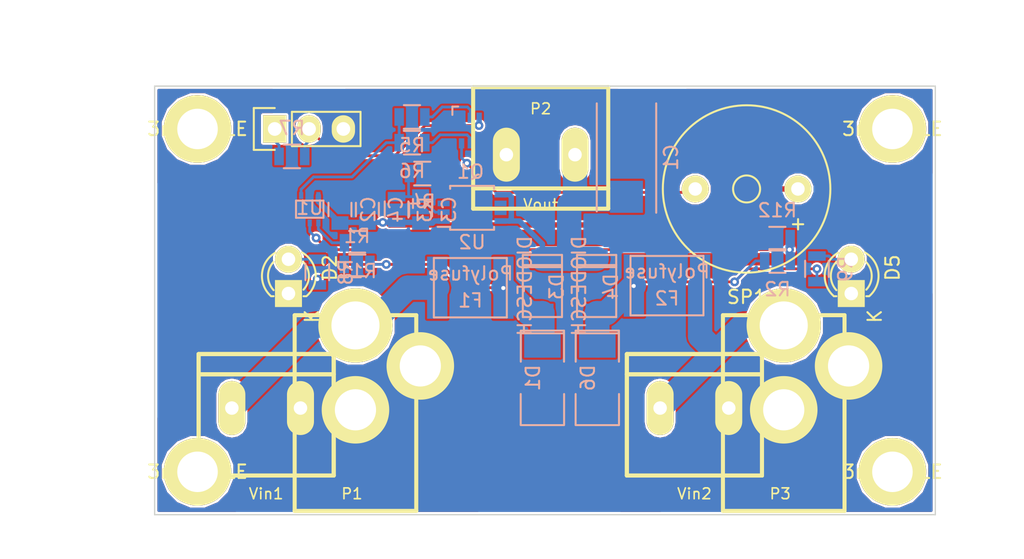
<source format=kicad_pcb>
(kicad_pcb (version 4) (host pcbnew 4.0.2-4+6225~38~ubuntu15.10.1-stable)

  (general
    (links 65)
    (no_connects 0)
    (area 131.700002 122.880001 211.835 165.895)
    (thickness 1.6)
    (drawings 14)
    (tracks 204)
    (zones 0)
    (modules 37)
    (nets 19)
  )

  (page A3)
  (title_block
    (rev 2)
    (company "Radio Helsinki: RedunDC")
  )

  (layers
    (0 F.Cu signal)
    (31 B.Cu signal)
    (32 B.Adhes user)
    (33 F.Adhes user)
    (34 B.Paste user)
    (35 F.Paste user)
    (36 B.SilkS user hide)
    (37 F.SilkS user)
    (38 B.Mask user)
    (39 F.Mask user)
    (40 Dwgs.User user)
    (41 Cmts.User user)
    (42 Eco1.User user)
    (43 Eco2.User user)
    (44 Edge.Cuts user)
  )

  (setup
    (last_trace_width 0.2032)
    (user_trace_width 0.2032)
    (user_trace_width 0.3988)
    (user_trace_width 0.701)
    (user_trace_width 1.0008)
    (user_trace_width 1.8009)
    (trace_clearance 0.1524)
    (zone_clearance 0.1524)
    (zone_45_only no)
    (trace_min 0.1524)
    (segment_width 0.2)
    (edge_width 0.1)
    (via_size 0.6502)
    (via_drill 0.3023)
    (via_min_size 0.5004)
    (via_min_drill 0.3023)
    (user_via 0.6502 0.3023)
    (user_via 0.7493 0.3988)
    (user_via 0.95 0.3988)
    (user_via 1.1989 0.4496)
    (user_via 1.999 0.5004)
    (uvia_size 0.508)
    (uvia_drill 0.127)
    (uvias_allowed no)
    (uvia_min_size 0.508)
    (uvia_min_drill 0.127)
    (pcb_text_width 0.3)
    (pcb_text_size 1.5 1.5)
    (mod_edge_width 0.3)
    (mod_text_size 1 1)
    (mod_text_width 0.15)
    (pad_size 2 4)
    (pad_drill 1)
    (pad_to_mask_clearance 0)
    (aux_axis_origin 0 0)
    (visible_elements 7FFFFF1F)
    (pcbplotparams
      (layerselection 0x00030_80000001)
      (usegerberextensions true)
      (excludeedgelayer true)
      (linewidth 0.150000)
      (plotframeref false)
      (viasonmask false)
      (mode 1)
      (useauxorigin false)
      (hpglpennumber 1)
      (hpglpenspeed 20)
      (hpglpendiameter 15)
      (hpglpenoverlay 2)
      (psnegative false)
      (psa4output false)
      (plotreference true)
      (plotvalue true)
      (plotinvisibletext false)
      (padsonsilk false)
      (subtractmaskfromsilk false)
      (outputformat 1)
      (mirror false)
      (drillshape 1)
      (scaleselection 1)
      (outputdirectory ""))
  )

  (net 0 "")
  (net 1 /Vout)
  (net 2 GND)
  (net 3 VCC)
  (net 4 "Net-(C3-Pad2)")
  (net 5 "Net-(D1-Pad1)")
  (net 6 "Net-(F1-Pad1)")
  (net 7 "Net-(F2-Pad2)")
  (net 8 "Net-(K1-Pad1)")
  (net 9 "Net-(K1-Pad2)")
  (net 10 "Net-(Q1-Pad6)")
  (net 11 "Net-(Q1-Pad2)")
  (net 12 "Net-(Q1-Pad5)")
  (net 13 "Net-(R1-Pad2)")
  (net 14 "Net-(R12-Pad1)")
  (net 15 "Net-(R5-Pad1)")
  (net 16 "Net-(D2-Pad2)")
  (net 17 "Net-(D4-Pad2)")
  (net 18 "Net-(D5-Pad2)")

  (net_class Default "Dies ist die voreingestellte Netzklasse."
    (clearance 0.1524)
    (trace_width 0.2032)
    (via_dia 0.6502)
    (via_drill 0.3023)
    (uvia_dia 0.508)
    (uvia_drill 0.127)
    (add_net /Vout)
    (add_net GND)
    (add_net "Net-(C3-Pad2)")
    (add_net "Net-(D1-Pad1)")
    (add_net "Net-(D2-Pad2)")
    (add_net "Net-(D4-Pad2)")
    (add_net "Net-(D5-Pad2)")
    (add_net "Net-(F1-Pad1)")
    (add_net "Net-(F2-Pad2)")
    (add_net "Net-(K1-Pad1)")
    (add_net "Net-(K1-Pad2)")
    (add_net "Net-(Q1-Pad2)")
    (add_net "Net-(Q1-Pad5)")
    (add_net "Net-(Q1-Pad6)")
    (add_net "Net-(R1-Pad2)")
    (add_net "Net-(R12-Pad1)")
    (add_net "Net-(R5-Pad1)")
    (add_net VCC)
  )

  (module Resistors_SMD:R_0805 (layer B.Cu) (tedit 5415CDEB) (tstamp 56C50073)
    (at 189.611 141.859)
    (descr "Resistor SMD 0805, reflow soldering, Vishay (see dcrcw.pdf)")
    (tags "resistor 0805")
    (path /551ADFF8)
    (attr smd)
    (fp_text reference R2 (at 0 2.1) (layer B.SilkS)
      (effects (font (size 1 1) (thickness 0.15)) (justify mirror))
    )
    (fp_text value Ra (at 0 -2.1) (layer B.Fab)
      (effects (font (size 1 1) (thickness 0.15)) (justify mirror))
    )
    (fp_line (start -1.6 1) (end 1.6 1) (layer B.CrtYd) (width 0.05))
    (fp_line (start -1.6 -1) (end 1.6 -1) (layer B.CrtYd) (width 0.05))
    (fp_line (start -1.6 1) (end -1.6 -1) (layer B.CrtYd) (width 0.05))
    (fp_line (start 1.6 1) (end 1.6 -1) (layer B.CrtYd) (width 0.05))
    (fp_line (start 0.6 -0.875) (end -0.6 -0.875) (layer B.SilkS) (width 0.15))
    (fp_line (start -0.6 0.875) (end 0.6 0.875) (layer B.SilkS) (width 0.15))
    (pad 1 smd rect (at -0.95 0) (size 0.7 1.3) (layers B.Cu B.Paste B.Mask)
      (net 17 "Net-(D4-Pad2)"))
    (pad 2 smd rect (at 0.95 0) (size 0.7 1.3) (layers B.Cu B.Paste B.Mask)
      (net 14 "Net-(R12-Pad1)"))
    (model Resistors_SMD.3dshapes/R_0805.wrl
      (at (xyz 0 0 0))
      (scale (xyz 1 1 1))
      (rotate (xyz 0 0 0))
    )
  )

  (module RedunDC:Screwblock (layer F.Cu) (tedit 55806C3A) (tstamp 56C50061)
    (at 172.085 133.985 180)
    (path /551AE0C7)
    (attr virtual)
    (fp_text reference P2 (at 0 3.4 180) (layer F.SilkS)
      (effects (font (size 0.8 0.8) (thickness 0.12)))
    )
    (fp_text value Vout (at 0 -3.7 180) (layer F.SilkS)
      (effects (font (size 0.8 0.8) (thickness 0.12)))
    )
    (fp_line (start -5 -2.5) (end 5 -2.5) (layer F.SilkS) (width 0.3))
    (fp_line (start 5 5) (end -5 5) (layer F.SilkS) (width 0.3))
    (fp_line (start -5 5) (end -5 -4) (layer F.SilkS) (width 0.3))
    (fp_line (start -5 -4) (end 5 -4) (layer F.SilkS) (width 0.3))
    (fp_line (start 5 -4) (end 5 5) (layer F.SilkS) (width 0.3))
    (pad 1 thru_hole oval (at -2.54 0 180) (size 2 4) (drill 1) (layers *.Cu *.Mask F.SilkS)
      (net 1 /Vout))
    (pad 2 thru_hole oval (at 2.54 0 180) (size 2 4) (drill 1) (layers *.Cu *.Mask F.SilkS)
      (net 2 GND))
  )

  (module TO_SOT_Packages_SMD:SC-70-6 (layer B.Cu) (tedit 54E926FA) (tstamp 56C50973)
    (at 166.878 132.19684)
    (descr SC-70-6,)
    (tags SC-70-6,)
    (path /551C399F)
    (attr smd)
    (fp_text reference Q1 (at 0.01016 3.05054) (layer B.SilkS)
      (effects (font (size 1 1) (thickness 0.15)) (justify mirror))
    )
    (fp_text value PMGD370XN (at 0.04064 -4.191) (layer B.Fab)
      (effects (font (size 1 1) (thickness 0.15)) (justify mirror))
    )
    (fp_line (start -1.33096 -1.16078) (end -1.33096 -1.77038) (layer B.SilkS) (width 0.15))
    (fp_line (start -1.33096 -1.77038) (end -0.89916 -1.78054) (layer B.SilkS) (width 0.15))
    (pad 1 smd rect (at -0.65024 -0.94996) (size 0.39878 0.7493) (layers B.Cu B.Paste B.Mask)
      (net 2 GND))
    (pad 2 smd rect (at 0 -0.94996) (size 0.39878 0.7493) (layers B.Cu B.Paste B.Mask)
      (net 11 "Net-(Q1-Pad2)"))
    (pad 3 smd rect (at 0.65024 -0.94996) (size 0.39878 0.7493) (layers B.Cu B.Paste B.Mask)
      (net 9 "Net-(K1-Pad2)"))
    (pad 4 smd rect (at 0.65024 0.94996) (size 0.39878 0.7493) (layers B.Cu B.Paste B.Mask)
      (net 2 GND))
    (pad 5 smd rect (at 0 0.94996) (size 0.39878 0.7493) (layers B.Cu B.Paste B.Mask)
      (net 12 "Net-(Q1-Pad5)"))
    (pad 6 smd rect (at -0.65024 0.94996) (size 0.39878 0.7493) (layers B.Cu B.Paste B.Mask)
      (net 10 "Net-(Q1-Pad6)"))
    (model TO_SOT_Packages_SMD.3dshapes/SC-70-6.wrl
      (at (xyz 0 0 0))
      (scale (xyz 1 1 1))
      (rotate (xyz 0 0 0))
    )
  )

  (module 3mmHOLE (layer F.Cu) (tedit 551B1F8C) (tstamp 551BDB62)
    (at 198.12 132.08)
    (fp_text reference 3mmHOLE (at 0 0) (layer F.SilkS)
      (effects (font (size 1 1) (thickness 0.15)))
    )
    (fp_text value VAL** (at 0 0) (layer F.SilkS)
      (effects (font (size 1 1) (thickness 0.15)))
    )
    (pad 1 thru_hole circle (at 0 0) (size 5 5) (drill 3) (layers *.Cu *.Mask F.SilkS))
  )

  (module 3mmHOLE (layer F.Cu) (tedit 551B1F8C) (tstamp 551BDB6E)
    (at 146.685 132.08)
    (fp_text reference 3mmHOLE (at 0 0) (layer F.SilkS)
      (effects (font (size 1 1) (thickness 0.15)))
    )
    (fp_text value VAL** (at 0 0) (layer F.SilkS)
      (effects (font (size 1 1) (thickness 0.15)))
    )
    (pad 1 thru_hole circle (at 0 0) (size 5 5) (drill 3) (layers *.Cu *.Mask F.SilkS))
  )

  (module 3mmHOLE (layer F.Cu) (tedit 551B1F8C) (tstamp 551BDB77)
    (at 146.685 157.48)
    (fp_text reference 3mmHOLE (at 0 0) (layer F.SilkS)
      (effects (font (size 1 1) (thickness 0.15)))
    )
    (fp_text value VAL** (at 0 0) (layer F.SilkS)
      (effects (font (size 1 1) (thickness 0.15)))
    )
    (pad 1 thru_hole circle (at 0 0) (size 5 5) (drill 3) (layers *.Cu *.Mask F.SilkS))
  )

  (module 3mmHOLE (layer F.Cu) (tedit 551B1F8C) (tstamp 551BDB80)
    (at 198.12 157.48)
    (fp_text reference 3mmHOLE (at 0 0) (layer F.SilkS)
      (effects (font (size 1 1) (thickness 0.15)))
    )
    (fp_text value VAL** (at 0 0) (layer F.SilkS)
      (effects (font (size 1 1) (thickness 0.15)))
    )
    (pad 1 thru_hole circle (at 0 0) (size 5 5) (drill 3) (layers *.Cu *.Mask F.SilkS))
  )

  (module rhlogo_copper-front_10mm (layer F.Cu) (tedit 0) (tstamp 551BFA87)
    (at 172.72 158.75)
    (fp_text reference G*** (at 0 1.69418) (layer F.SilkS) hide
      (effects (font (size 0.22098 0.22098) (thickness 0.04318)))
    )
    (fp_text value rhlogo_copper-front_10mm (at 0 -1.69418) (layer F.SilkS) hide
      (effects (font (size 0.22098 0.22098) (thickness 0.04318)))
    )
    (fp_poly (pts (xy 4.99872 1.58242) (xy 4.8387 1.58242) (xy 4.8387 1.4224) (xy 4.8387 -1.41224)
      (xy -2.2479 -1.41224) (xy -2.2479 1.4224) (xy 4.8387 1.4224) (xy 4.8387 1.58242)
      (xy -2.40538 1.58242) (xy -2.40538 1.4224) (xy -2.40538 -1.41224) (xy -4.826 -1.41224)
      (xy -4.826 1.4224) (xy -2.40538 1.4224) (xy -2.40538 1.58242) (xy -4.99872 1.58242)
      (xy -4.99872 -1.58242) (xy 4.99872 -1.58242) (xy 4.99872 1.58242) (xy 4.99872 1.58242)) (layer F.Cu) (width 0.00254))
    (fp_poly (pts (xy -2.52222 1.1176) (xy -2.52476 1.14808) (xy -2.54254 1.18364) (xy -2.57048 1.20904)
      (xy -2.5781 1.21412) (xy -2.62128 1.22936) (xy -2.67462 1.23444) (xy -2.72288 1.22936)
      (xy -2.7432 1.22174) (xy -2.77368 1.2065) (xy -2.81178 1.1811) (xy -2.85496 1.15062)
      (xy -2.8575 1.14808) (xy -2.91338 1.11252) (xy -2.98704 1.06426) (xy -3.0861 1.00838)
      (xy -3.20548 0.94234) (xy -3.34518 0.86614) (xy -3.44678 0.81026) (xy -3.63474 0.71374)
      (xy -3.77952 0.77978) (xy -3.89128 0.83312) (xy -4.0005 0.88646) (xy -4.1021 0.9398)
      (xy -4.19608 0.98806) (xy -4.27482 1.03124) (xy -4.33832 1.06934) (xy -4.3815 1.09982)
      (xy -4.38912 1.10236) (xy -4.44754 1.15062) (xy -4.49072 1.1811) (xy -4.5212 1.20396)
      (xy -4.54406 1.21666) (xy -4.56184 1.22428) (xy -4.57962 1.22682) (xy -4.59486 1.22682)
      (xy -4.64312 1.21666) (xy -4.6736 1.1938) (xy -4.68884 1.1557) (xy -4.68376 1.10998)
      (xy -4.65836 1.05918) (xy -4.65328 1.0541) (xy -4.63042 1.02616) (xy -4.59486 1.0033)
      (xy -4.54406 0.9779) (xy -4.47802 0.9525) (xy -4.43484 0.9398) (xy -4.39928 0.9271)
      (xy -4.34848 0.90678) (xy -4.28752 0.88138) (xy -4.21894 0.8509) (xy -4.14528 0.82042)
      (xy -4.07162 0.7874) (xy -3.99796 0.75438) (xy -3.93192 0.72136) (xy -3.87604 0.69596)
      (xy -3.83286 0.6731) (xy -3.80238 0.65786) (xy -3.79476 0.65024) (xy -3.80492 0.64262)
      (xy -3.8354 0.62738) (xy -3.88112 0.60198) (xy -3.93954 0.5715) (xy -4.01066 0.53594)
      (xy -4.07416 0.50546) (xy -4.17576 0.45466) (xy -4.25958 0.41656) (xy -4.32816 0.38608)
      (xy -4.38912 0.36322) (xy -4.43992 0.34544) (xy -4.47548 0.33528) (xy -4.53898 0.3175)
      (xy -4.5847 0.30226) (xy -4.61518 0.28448) (xy -4.63804 0.2667) (xy -4.67106 0.22352)
      (xy -4.67868 0.18542) (xy -4.6609 0.14986) (xy -4.64058 0.12954) (xy -4.60248 0.10414)
      (xy -4.5593 0.09398) (xy -4.5085 0.1016) (xy -4.45008 0.12192) (xy -4.3815 0.16002)
      (xy -4.29768 0.2159) (xy -4.27482 0.23368) (xy -4.20878 0.2794) (xy -4.15036 0.3175)
      (xy -4.09194 0.35306) (xy -4.03098 0.38862) (xy -3.95986 0.42418) (xy -3.8735 0.46482)
      (xy -3.7973 0.50038) (xy -3.73126 0.53086) (xy -3.683 0.55118) (xy -3.64744 0.56388)
      (xy -3.62458 0.56896) (xy -3.60426 0.56896) (xy -3.5941 0.56642) (xy -3.5687 0.55626)
      (xy -3.52298 0.53848) (xy -3.4671 0.51308) (xy -3.39852 0.4826) (xy -3.3274 0.44958)
      (xy -3.25628 0.41656) (xy -3.1877 0.38354) (xy -3.12928 0.3556) (xy -3.08356 0.3302)
      (xy -3.06578 0.32004) (xy -3.01752 0.2921) (xy -2.97434 0.26162) (xy -2.9464 0.23876)
      (xy -2.8702 0.17526) (xy -2.79654 0.12954) (xy -2.7305 0.09906) (xy -2.68224 0.08636)
      (xy -2.64414 0.08382) (xy -2.62128 0.0889) (xy -2.60096 0.10414) (xy -2.58572 0.12446)
      (xy -2.55778 0.17272) (xy -2.55524 0.21844) (xy -2.57556 0.25654) (xy -2.62128 0.28956)
      (xy -2.68732 0.32004) (xy -2.75082 0.33782) (xy -2.80924 0.35306) (xy -2.87274 0.37084)
      (xy -2.91846 0.38608) (xy -2.95402 0.40132) (xy -3.00482 0.42418) (xy -3.06832 0.45212)
      (xy -3.13944 0.4826) (xy -3.2131 0.51816) (xy -3.28676 0.55118) (xy -3.35026 0.58166)
      (xy -3.40614 0.6096) (xy -3.44424 0.62738) (xy -3.4798 0.64516) (xy -3.20294 0.78994)
      (xy -3.1115 0.83566) (xy -3.03784 0.87376) (xy -2.97688 0.9017) (xy -2.92354 0.92456)
      (xy -2.87528 0.94234) (xy -2.82956 0.95758) (xy -2.77876 0.97028) (xy -2.6797 1.00076)
      (xy -2.6035 1.03632) (xy -2.5527 1.07188) (xy -2.52476 1.11252) (xy -2.52222 1.1176)
      (xy -2.52222 1.1176)) (layer F.Cu) (width 0.00254))
    (fp_poly (pts (xy -3.00736 -0.74168) (xy -3.01244 -0.63246) (xy -3.03276 -0.5207) (xy -3.06832 -0.4064)
      (xy -3.11404 -0.29464) (xy -3.12674 -0.27432) (xy -3.13182 -0.25908) (xy -3.13182 -0.63754)
      (xy -3.13436 -0.70612) (xy -3.14198 -0.78232) (xy -3.15214 -0.84328) (xy -3.16992 -0.889)
      (xy -3.19532 -0.93218) (xy -3.23342 -0.97282) (xy -3.2385 -0.9779) (xy -3.30708 -1.03632)
      (xy -3.3782 -1.07696) (xy -3.45948 -1.09728) (xy -3.55346 -1.10236) (xy -3.66014 -1.08966)
      (xy -3.68554 -1.08712) (xy -3.7592 -1.07188) (xy -3.81254 -1.05918) (xy -3.85064 -1.0414)
      (xy -3.88366 -1.02108) (xy -3.9116 -0.99314) (xy -3.91414 -0.99314) (xy -3.95986 -0.92964)
      (xy -3.99796 -0.84836) (xy -4.02844 -0.74422) (xy -4.04368 -0.66548) (xy -4.07162 -0.52324)
      (xy -4.04114 -0.50292) (xy -3.99034 -0.46482) (xy -3.9624 -0.4318) (xy -3.95732 -0.39624)
      (xy -3.95732 -0.3937) (xy -3.95478 -0.3556) (xy -3.94462 -0.34036) (xy -3.93446 -0.32258)
      (xy -3.93192 -0.3048) (xy -3.937 -0.27178) (xy -3.94208 -0.254) (xy -3.9497 -0.21844)
      (xy -3.95224 -0.19558) (xy -3.94462 -0.18288) (xy -3.93192 -0.17272) (xy -3.90398 -0.1524)
      (xy -3.92938 -0.11938) (xy -3.94462 -0.09652) (xy -3.9497 -0.0762) (xy -3.93954 -0.04826)
      (xy -3.937 -0.04318) (xy -3.91414 -0.00254) (xy -3.88366 0.02794) (xy -3.88112 0.03048)
      (xy -3.85064 0.06604) (xy -3.84302 0.09652) (xy -3.8354 0.1524) (xy -3.81254 0.21082)
      (xy -3.77952 0.25908) (xy -3.76936 0.27178) (xy -3.74142 0.2921) (xy -3.71602 0.30226)
      (xy -3.67538 0.3048) (xy -3.66522 0.3048) (xy -3.61442 0.30226) (xy -3.556 0.29718)
      (xy -3.51282 0.2921) (xy -3.429 0.27686) (xy -3.4036 0.22098) (xy -3.38836 0.18288)
      (xy -3.37058 0.12954) (xy -3.35534 0.07112) (xy -3.3528 0.06096) (xy -3.31978 -0.05842)
      (xy -3.28676 -0.16256) (xy -3.2512 -0.25654) (xy -3.2131 -0.3429) (xy -3.175 -0.42672)
      (xy -3.1496 -0.50038) (xy -3.1369 -0.56642) (xy -3.13182 -0.63754) (xy -3.13182 -0.25908)
      (xy -3.15722 -0.20828) (xy -3.19024 -0.12446) (xy -3.22072 -0.03048) (xy -3.24866 0.06604)
      (xy -3.27406 0.1651) (xy -3.27914 0.1905) (xy -3.2893 0.23368) (xy -3.30454 0.2667)
      (xy -3.32994 0.29718) (xy -3.35788 0.32512) (xy -3.40614 0.36576) (xy -3.45186 0.3937)
      (xy -3.46964 0.40132) (xy -3.53568 0.41148) (xy -3.61188 0.41402) (xy -3.68808 0.4064)
      (xy -3.72618 0.39624) (xy -3.76936 0.38354) (xy -3.80746 0.37084) (xy -3.82016 0.36576)
      (xy -3.85064 0.3429) (xy -3.88112 0.30226) (xy -3.90906 0.24892) (xy -3.92938 0.1905)
      (xy -3.92938 0.18542) (xy -3.94208 0.1397) (xy -3.95986 0.10922) (xy -3.9878 0.08382)
      (xy -4.00812 0.06858) (xy -4.02336 0.04826) (xy -4.0386 0.01016) (xy -4.05384 -0.03302)
      (xy -4.06654 -0.08382) (xy -4.0767 -0.12954) (xy -4.0767 -0.15494) (xy -4.08178 -0.1905)
      (xy -4.09448 -0.23114) (xy -4.1021 -0.25146) (xy -4.11734 -0.28956) (xy -4.12496 -0.32258)
      (xy -4.12496 -0.33528) (xy -4.12496 -0.38608) (xy -4.13766 -0.42418) (xy -4.15798 -0.45212)
      (xy -4.17576 -0.47752) (xy -4.18592 -0.49784) (xy -4.18338 -0.52324) (xy -4.1783 -0.56134)
      (xy -4.16814 -0.61722) (xy -4.16052 -0.67818) (xy -4.15798 -0.70358) (xy -4.15036 -0.75184)
      (xy -4.1402 -0.81026) (xy -4.1275 -0.87122) (xy -4.12496 -0.88138) (xy -4.10972 -0.93472)
      (xy -4.09702 -0.97282) (xy -4.07924 -1.0033) (xy -4.0513 -1.03378) (xy -4.02844 -1.05664)
      (xy -3.9624 -1.11506) (xy -3.89636 -1.15824) (xy -3.8227 -1.18618) (xy -3.73888 -1.2065)
      (xy -3.63728 -1.21412) (xy -3.57378 -1.21412) (xy -3.46964 -1.21158) (xy -3.38836 -1.20396)
      (xy -3.31978 -1.18618) (xy -3.2639 -1.16332) (xy -3.26136 -1.16078) (xy -3.22326 -1.13284)
      (xy -3.17754 -1.0922) (xy -3.13182 -1.04648) (xy -3.08864 -0.99822) (xy -3.05562 -0.95504)
      (xy -3.03784 -0.9271) (xy -3.01498 -0.84074) (xy -3.00736 -0.74168) (xy -3.00736 -0.74168)) (layer F.Cu) (width 0.00254))
    (fp_poly (pts (xy 2.83464 0.18034) (xy 2.82956 0.20574) (xy 2.8067 0.22606) (xy 2.80162 0.2286)
      (xy 2.76352 0.25146) (xy 2.76352 0.67056) (xy 2.76352 0.78486) (xy 2.76352 0.87376)
      (xy 2.76098 0.94742) (xy 2.76098 1.0033) (xy 2.75844 1.04394) (xy 2.7559 1.07696)
      (xy 2.75336 1.09982) (xy 2.74828 1.1176) (xy 2.74066 1.13538) (xy 2.73558 1.14554)
      (xy 2.71018 1.18618) (xy 2.68478 1.20142) (xy 2.6543 1.1938) (xy 2.62382 1.1684)
      (xy 2.60096 1.13538) (xy 2.57302 1.08712) (xy 2.54508 1.016) (xy 2.51206 0.9271)
      (xy 2.47396 0.8128) (xy 2.46126 0.7747) (xy 2.44348 0.71882) (xy 2.42062 0.65532)
      (xy 2.39522 0.58674) (xy 2.36982 0.51816) (xy 2.34442 0.45466) (xy 2.3241 0.40132)
      (xy 2.30632 0.36068) (xy 2.29362 0.33782) (xy 2.29108 0.33528) (xy 2.29108 0.34544)
      (xy 2.29108 0.37846) (xy 2.29108 0.42926) (xy 2.29108 0.4953) (xy 2.29362 0.57404)
      (xy 2.29362 0.66294) (xy 2.29362 0.68326) (xy 2.29616 0.79756) (xy 2.29616 0.889)
      (xy 2.30124 0.96012) (xy 2.30378 1.01346) (xy 2.30886 1.05156) (xy 2.31648 1.0795)
      (xy 2.32664 1.09474) (xy 2.3368 1.10236) (xy 2.35204 1.1049) (xy 2.35204 1.1049)
      (xy 2.37744 1.11252) (xy 2.4003 1.13284) (xy 2.413 1.15824) (xy 2.413 1.17856)
      (xy 2.39776 1.18364) (xy 2.3622 1.18618) (xy 2.31648 1.18872) (xy 2.2606 1.19126)
      (xy 2.20472 1.18872) (xy 2.15392 1.18872) (xy 2.11074 1.18364) (xy 2.0828 1.17856)
      (xy 2.07772 1.17602) (xy 2.06248 1.14554) (xy 2.0701 1.11506) (xy 2.10058 1.08204)
      (xy 2.11074 1.07442) (xy 2.16154 1.03886) (xy 2.159 0.71882) (xy 2.15646 0.60198)
      (xy 2.15646 0.50546) (xy 2.15138 0.42926) (xy 2.1463 0.37084) (xy 2.14122 0.32766)
      (xy 2.13106 0.29464) (xy 2.11836 0.27432) (xy 2.10312 0.26162) (xy 2.10058 0.26162)
      (xy 2.06756 0.23622) (xy 2.05232 0.20066) (xy 2.04978 0.18034) (xy 2.04978 0.14732)
      (xy 2.17932 0.1397) (xy 2.23774 0.13462) (xy 2.27838 0.13462) (xy 2.30378 0.13716)
      (xy 2.3241 0.14478) (xy 2.34442 0.15494) (xy 2.35204 0.16002) (xy 2.3749 0.1778)
      (xy 2.39268 0.20066) (xy 2.41046 0.23876) (xy 2.43332 0.28956) (xy 2.44348 0.31242)
      (xy 2.46888 0.37846) (xy 2.49428 0.45212) (xy 2.5146 0.5207) (xy 2.52222 0.5461)
      (xy 2.55016 0.63246) (xy 2.57302 0.69596) (xy 2.5908 0.7366) (xy 2.6035 0.75692)
      (xy 2.60858 0.75946) (xy 2.61366 0.74422) (xy 2.61874 0.7112) (xy 2.61874 0.66294)
      (xy 2.62128 0.60452) (xy 2.62128 0.53848) (xy 2.62128 0.47244) (xy 2.61874 0.41148)
      (xy 2.61366 0.3556) (xy 2.61112 0.3302) (xy 2.60604 0.28702) (xy 2.59842 0.26162)
      (xy 2.58826 0.24638) (xy 2.56794 0.23876) (xy 2.56286 0.23876) (xy 2.52984 0.22098)
      (xy 2.51968 0.19558) (xy 2.53492 0.1651) (xy 2.54762 0.1524) (xy 2.5654 0.13462)
      (xy 2.58826 0.127) (xy 2.62128 0.12192) (xy 2.66192 0.12192) (xy 2.73812 0.127)
      (xy 2.79146 0.1397) (xy 2.82448 0.16002) (xy 2.83464 0.18034) (xy 2.83464 0.18034)) (layer F.Cu) (width 0.00254))
    (fp_poly (pts (xy -1.14046 1.143) (xy -1.15316 1.16586) (xy -1.1811 1.1811) (xy -1.22428 1.18872)
      (xy -1.2446 1.18872) (xy -1.27762 1.18618) (xy -1.32334 1.18364) (xy -1.3589 1.1811)
      (xy -1.4097 1.17602) (xy -1.44018 1.16332) (xy -1.4478 1.14554) (xy -1.43764 1.12014)
      (xy -1.41986 1.10236) (xy -1.38684 1.08712) (xy -1.3843 1.08458) (xy -1.34366 1.07188)
      (xy -1.34366 0.9017) (xy -1.34366 0.83312) (xy -1.3462 0.78232) (xy -1.34874 0.75184)
      (xy -1.35382 0.73152) (xy -1.36144 0.7239) (xy -1.38176 0.71882) (xy -1.41986 0.71374)
      (xy -1.47066 0.7112) (xy -1.52908 0.7112) (xy -1.67894 0.7112) (xy -1.6764 0.89916)
      (xy -1.6764 1.08712) (xy -1.63576 1.08966) (xy -1.6002 1.10236) (xy -1.57734 1.12522)
      (xy -1.5748 1.1557) (xy -1.57734 1.16078) (xy -1.58496 1.1684) (xy -1.60528 1.17348)
      (xy -1.64084 1.17602) (xy -1.69672 1.17856) (xy -1.72212 1.17856) (xy -1.78054 1.17856)
      (xy -1.83134 1.17602) (xy -1.8669 1.17348) (xy -1.88468 1.17094) (xy -1.89738 1.15316)
      (xy -1.90246 1.12776) (xy -1.89484 1.10236) (xy -1.87198 1.08712) (xy -1.8288 1.0795)
      (xy -1.81864 1.0795) (xy -1.80086 1.07696) (xy -1.79324 1.06934) (xy -1.79324 1.04648)
      (xy -1.79578 1.016) (xy -1.79832 0.98552) (xy -1.80086 0.93726) (xy -1.80086 0.87122)
      (xy -1.8034 0.78994) (xy -1.8034 0.70104) (xy -1.8034 0.60452) (xy -1.8034 0.58674)
      (xy -1.8034 0.22098) (xy -1.85166 0.21844) (xy -1.88468 0.21082) (xy -1.89992 0.19558)
      (xy -1.89992 0.1905) (xy -1.90246 0.16764) (xy -1.88976 0.14986) (xy -1.86436 0.1397)
      (xy -1.81864 0.13462) (xy -1.75514 0.13462) (xy -1.75006 0.13462) (xy -1.62306 0.13462)
      (xy -1.60782 0.17272) (xy -1.59766 0.20066) (xy -1.60274 0.2159) (xy -1.60528 0.2159)
      (xy -1.6256 0.2286) (xy -1.64338 0.2413) (xy -1.65354 0.254) (xy -1.66116 0.26924)
      (xy -1.66624 0.29718) (xy -1.66878 0.33782) (xy -1.67132 0.39624) (xy -1.67132 0.42164)
      (xy -1.6764 0.58166) (xy -1.51384 0.5842) (xy -1.4478 0.58674) (xy -1.40208 0.58674)
      (xy -1.36906 0.58166) (xy -1.35128 0.56642) (xy -1.34112 0.53848) (xy -1.33858 0.4953)
      (xy -1.33858 0.43434) (xy -1.33858 0.39116) (xy -1.33858 0.24638) (xy -1.37414 0.23114)
      (xy -1.4097 0.21082) (xy -1.43002 0.18288) (xy -1.43256 0.15494) (xy -1.43256 0.1524)
      (xy -1.41732 0.14478) (xy -1.3843 0.13716) (xy -1.34112 0.13208) (xy -1.29032 0.12954)
      (xy -1.24206 0.127) (xy -1.20142 0.12954) (xy -1.17602 0.13208) (xy -1.1684 0.13462)
      (xy -1.15316 0.16256) (xy -1.15824 0.1905) (xy -1.17856 0.2159) (xy -1.18364 0.21844)
      (xy -1.21412 0.23114) (xy -1.21412 0.6604) (xy -1.21412 0.7747) (xy -1.21412 0.86868)
      (xy -1.21412 0.9398) (xy -1.21412 0.99568) (xy -1.21158 1.03378) (xy -1.20904 1.06172)
      (xy -1.2065 1.0795) (xy -1.20142 1.08712) (xy -1.19634 1.0922) (xy -1.1938 1.0922)
      (xy -1.16078 1.10236) (xy -1.143 1.1303) (xy -1.14046 1.143) (xy -1.14046 1.143)) (layer F.Cu) (width 0.00254))
    (fp_poly (pts (xy 0.53594 0.84582) (xy 0.5334 0.89154) (xy 0.52832 0.94742) (xy 0.52324 1.00838)
      (xy 0.51562 1.0668) (xy 0.508 1.1176) (xy 0.50292 1.1557) (xy 0.49784 1.17856)
      (xy 0.4953 1.17856) (xy 0.4826 1.1811) (xy 0.44704 1.18364) (xy 0.39624 1.18618)
      (xy 0.33274 1.18618) (xy 0.26162 1.18872) (xy 0.18288 1.18872) (xy 0.10414 1.18618)
      (xy 0.02794 1.18618) (xy -0.0381 1.18364) (xy -0.09398 1.1811) (xy -0.09906 1.1811)
      (xy -0.1524 1.17348) (xy -0.18288 1.15824) (xy -0.18796 1.13284) (xy -0.17526 1.10744)
      (xy -0.15494 1.08712) (xy -0.12446 1.0795) (xy -0.1016 1.0795) (xy -0.05842 1.07442)
      (xy -0.02794 1.05918) (xy -0.01524 1.04902) (xy -0.00508 1.03886) (xy 0 1.02616)
      (xy 0.00508 1.01092) (xy 0.00762 0.98806) (xy 0.01016 0.94996) (xy 0.01016 0.89916)
      (xy 0.01016 0.83058) (xy 0.01016 0.78232) (xy 0.01016 0.69596) (xy 0.01016 0.60706)
      (xy 0.00762 0.52578) (xy 0.00508 0.45466) (xy 0.00254 0.41148) (xy 0 0.35306)
      (xy -0.00254 0.31496) (xy -0.00762 0.28956) (xy -0.01524 0.27686) (xy -0.02794 0.2667)
      (xy -0.0381 0.26162) (xy -0.07112 0.25146) (xy -0.1016 0.25146) (xy -0.13208 0.25146)
      (xy -0.16764 0.2413) (xy -0.19812 0.22606) (xy -0.21844 0.20828) (xy -0.22098 0.20066)
      (xy -0.21336 0.17526) (xy -0.20574 0.15748) (xy -0.20066 0.14986) (xy -0.1905 0.14224)
      (xy -0.17272 0.1397) (xy -0.14478 0.13462) (xy -0.1016 0.13462) (xy -0.04064 0.13462)
      (xy 0.02794 0.13462) (xy 0.12192 0.13462) (xy 0.19558 0.13462) (xy 0.24892 0.13716)
      (xy 0.28956 0.14224) (xy 0.31496 0.14986) (xy 0.33274 0.16002) (xy 0.3429 0.17018)
      (xy 0.34544 0.1778) (xy 0.35306 0.21082) (xy 0.34036 0.23622) (xy 0.3048 0.25146)
      (xy 0.25654 0.25908) (xy 0.22606 0.26162) (xy 0.2032 0.26416) (xy 0.18288 0.27178)
      (xy 0.17018 0.28448) (xy 0.16002 0.3048) (xy 0.1524 0.33782) (xy 0.14986 0.38354)
      (xy 0.14732 0.44704) (xy 0.14732 0.52578) (xy 0.14986 0.62738) (xy 0.14986 0.67818)
      (xy 0.14986 0.78232) (xy 0.1524 0.86614) (xy 0.1524 0.92964) (xy 0.15494 0.9779)
      (xy 0.15748 1.01092) (xy 0.16002 1.03378) (xy 0.1651 1.04648) (xy 0.17018 1.05664)
      (xy 0.17526 1.06172) (xy 0.2032 1.07188) (xy 0.24384 1.07696) (xy 0.2921 1.0795)
      (xy 0.34036 1.0795) (xy 0.381 1.07188) (xy 0.4064 1.06426) (xy 0.4064 1.06172)
      (xy 0.4191 1.03886) (xy 0.42672 0.99314) (xy 0.43434 0.9271) (xy 0.43434 0.92456)
      (xy 0.43942 0.85344) (xy 0.45212 0.80518) (xy 0.46736 0.7747) (xy 0.48768 0.762)
      (xy 0.508 0.762) (xy 0.52578 0.76962) (xy 0.5334 0.79248) (xy 0.53594 0.81534)
      (xy 0.53594 0.84582) (xy 0.53594 0.84582)) (layer F.Cu) (width 0.00254))
    (fp_poly (pts (xy 1.28016 0.93726) (xy 1.27508 1.00584) (xy 1.25476 1.06934) (xy 1.22174 1.12268)
      (xy 1.17094 1.16078) (xy 1.16078 1.16586) (xy 1.12014 1.17856) (xy 1.06172 1.18618)
      (xy 0.99314 1.18872) (xy 0.92456 1.18872) (xy 0.8636 1.18364) (xy 0.81788 1.17348)
      (xy 0.81026 1.17094) (xy 0.77216 1.15062) (xy 0.73152 1.12268) (xy 0.72898 1.12268)
      (xy 0.70358 1.10236) (xy 0.6858 1.0922) (xy 0.68326 1.0922) (xy 0.6731 1.10236)
      (xy 0.6604 1.12776) (xy 0.65786 1.13538) (xy 0.63754 1.16586) (xy 0.61976 1.17602)
      (xy 0.61722 1.17602) (xy 0.60198 1.16078) (xy 0.59182 1.12776) (xy 0.5842 1.08204)
      (xy 0.58166 1.02616) (xy 0.5842 0.96774) (xy 0.58928 0.91186) (xy 0.58928 0.91186)
      (xy 0.59944 0.86868) (xy 0.60706 0.84582) (xy 0.61722 0.83566) (xy 0.635 0.83312)
      (xy 0.67564 0.84074) (xy 0.70104 0.86106) (xy 0.71628 0.90424) (xy 0.71628 0.9144)
      (xy 0.72898 0.96774) (xy 0.7493 1.00584) (xy 0.78486 1.0414) (xy 0.81534 1.06426)
      (xy 0.84328 1.08458) (xy 0.86868 1.09728) (xy 0.89916 1.10236) (xy 0.9398 1.1049)
      (xy 0.97282 1.1049) (xy 1.07442 1.1049) (xy 1.12268 1.05664) (xy 1.15062 1.02616)
      (xy 1.16332 1.0033) (xy 1.16586 0.9779) (xy 1.16332 0.94996) (xy 1.15062 0.9017)
      (xy 1.12776 0.86106) (xy 1.08966 0.82296) (xy 1.03124 0.7874) (xy 0.95504 0.75438)
      (xy 0.8763 0.7239) (xy 0.81026 0.6985) (xy 0.75946 0.67056) (xy 0.71882 0.63754)
      (xy 0.67818 0.58928) (xy 0.65278 0.55372) (xy 0.62992 0.51816) (xy 0.61722 0.49022)
      (xy 0.6096 0.45466) (xy 0.60452 0.40894) (xy 0.60452 0.38862) (xy 0.59944 0.28702)
      (xy 0.65786 0.22606) (xy 0.70104 0.18288) (xy 0.74168 0.16002) (xy 0.7747 0.14732)
      (xy 0.8763 0.13462) (xy 0.9779 0.14478) (xy 1.0287 0.16002) (xy 1.1049 0.18542)
      (xy 1.13284 0.16002) (xy 1.15824 0.14224) (xy 1.1811 0.13462) (xy 1.20396 0.1397)
      (xy 1.22936 0.15748) (xy 1.24968 0.1778) (xy 1.2573 0.19558) (xy 1.25476 0.19812)
      (xy 1.24968 0.21844) (xy 1.24714 0.254) (xy 1.24206 0.30226) (xy 1.23952 0.3302)
      (xy 1.23698 0.38354) (xy 1.2319 0.4191) (xy 1.22682 0.43942) (xy 1.2192 0.44704)
      (xy 1.2065 0.45212) (xy 1.20396 0.45212) (xy 1.17348 0.4445) (xy 1.14046 0.42164)
      (xy 1.11506 0.39116) (xy 1.1049 0.36068) (xy 1.1049 0.35814) (xy 1.09474 0.32766)
      (xy 1.06426 0.2921) (xy 1.06172 0.28702) (xy 1.02362 0.26162) (xy 0.97536 0.24384)
      (xy 0.9144 0.23368) (xy 0.8509 0.23114) (xy 0.81788 0.23368) (xy 0.79502 0.24384)
      (xy 0.77216 0.2667) (xy 0.75438 0.28448) (xy 0.7239 0.33274) (xy 0.7112 0.37338)
      (xy 0.71882 0.41402) (xy 0.74422 0.46228) (xy 0.76708 0.49022) (xy 0.78994 0.5207)
      (xy 0.8128 0.54102) (xy 0.8382 0.56134) (xy 0.87122 0.57912) (xy 0.91948 0.60198)
      (xy 0.98298 0.63246) (xy 0.98298 0.63246) (xy 1.06934 0.6731) (xy 1.13792 0.70866)
      (xy 1.18618 0.74168) (xy 1.19888 0.75184) (xy 1.24206 0.80518) (xy 1.27 0.86868)
      (xy 1.28016 0.93726) (xy 1.28016 0.93726)) (layer F.Cu) (width 0.00254))
    (fp_poly (pts (xy 1.97358 0.2032) (xy 1.97104 0.21336) (xy 1.9558 0.22352) (xy 1.9304 0.2286)
      (xy 1.88468 0.23368) (xy 1.83134 0.23876) (xy 1.78562 0.2413) (xy 1.75006 0.24638)
      (xy 1.73228 0.25146) (xy 1.73228 0.25146) (xy 1.72974 0.2667) (xy 1.7272 0.30226)
      (xy 1.7272 0.35306) (xy 1.7272 0.4191) (xy 1.7272 0.49276) (xy 1.7272 0.57404)
      (xy 1.72974 0.65532) (xy 1.72974 0.7366) (xy 1.73228 0.81026) (xy 1.73736 0.87376)
      (xy 1.73736 0.889) (xy 1.74498 1.03886) (xy 1.78562 1.05918) (xy 1.82372 1.07442)
      (xy 1.8669 1.08204) (xy 1.87198 1.08204) (xy 1.91008 1.08966) (xy 1.9304 1.10744)
      (xy 1.93802 1.1176) (xy 1.94818 1.14808) (xy 1.94818 1.1684) (xy 1.9431 1.17602)
      (xy 1.93294 1.1811) (xy 1.91262 1.18364) (xy 1.88214 1.18618) (xy 1.83642 1.18872)
      (xy 1.77292 1.18872) (xy 1.68656 1.18872) (xy 1.65354 1.18872) (xy 1.55448 1.18872)
      (xy 1.47574 1.18872) (xy 1.41986 1.18618) (xy 1.37922 1.18364) (xy 1.35382 1.17856)
      (xy 1.34366 1.17348) (xy 1.32842 1.15062) (xy 1.3335 1.12268) (xy 1.35382 1.09982)
      (xy 1.3716 1.0922) (xy 1.40208 1.08458) (xy 1.44272 1.0795) (xy 1.4605 1.0795)
      (xy 1.50114 1.07696) (xy 1.53162 1.06426) (xy 1.55702 1.0414) (xy 1.59512 1.0033)
      (xy 1.59512 0.62484) (xy 1.59512 0.24384) (xy 1.5494 0.24384) (xy 1.5113 0.24384)
      (xy 1.46304 0.2413) (xy 1.4097 0.23622) (xy 1.40716 0.23622) (xy 1.3589 0.23114)
      (xy 1.33096 0.22606) (xy 1.31826 0.22098) (xy 1.31318 0.20828) (xy 1.31318 0.19558)
      (xy 1.31318 0.1778) (xy 1.31826 0.16256) (xy 1.32842 0.1524) (xy 1.34874 0.14478)
      (xy 1.37922 0.1397) (xy 1.42494 0.13462) (xy 1.48844 0.13462) (xy 1.56972 0.13462)
      (xy 1.6383 0.13462) (xy 1.72212 0.13462) (xy 1.79578 0.13462) (xy 1.86182 0.13716)
      (xy 1.91008 0.1397) (xy 1.94056 0.14224) (xy 1.94818 0.14224) (xy 1.96088 0.16002)
      (xy 1.97104 0.18542) (xy 1.97358 0.2032) (xy 1.97358 0.2032)) (layer F.Cu) (width 0.00254))
    (fp_poly (pts (xy 3.76936 1.15062) (xy 3.7592 1.1684) (xy 3.73634 1.17856) (xy 3.69824 1.18618)
      (xy 3.63728 1.18872) (xy 3.58394 1.19126) (xy 3.51536 1.18872) (xy 3.46964 1.18618)
      (xy 3.4417 1.17856) (xy 3.429 1.16586) (xy 3.429 1.143) (xy 3.43662 1.11252)
      (xy 3.43916 1.1049) (xy 3.44424 1.0795) (xy 3.44678 1.05918) (xy 3.43916 1.03378)
      (xy 3.42138 0.99822) (xy 3.40868 0.97282) (xy 3.3782 0.92202) (xy 3.34264 0.87376)
      (xy 3.31216 0.83566) (xy 3.28168 0.80772) (xy 3.2639 0.79502) (xy 3.2512 0.79502)
      (xy 3.2385 0.80518) (xy 3.2258 0.83566) (xy 3.21818 0.88138) (xy 3.21818 0.9017)
      (xy 3.21564 0.9652) (xy 3.21564 1.00838) (xy 3.22072 1.03886) (xy 3.23088 1.05918)
      (xy 3.2512 1.07442) (xy 3.27914 1.0922) (xy 3.31724 1.1176) (xy 3.33502 1.13792)
      (xy 3.33756 1.15824) (xy 3.33502 1.1684) (xy 3.32994 1.17602) (xy 3.3147 1.17856)
      (xy 3.2893 1.18364) (xy 3.2512 1.18364) (xy 3.19278 1.18618) (xy 3.13436 1.18618)
      (xy 3.05054 1.18872) (xy 2.98958 1.18618) (xy 2.95148 1.18364) (xy 2.93624 1.17856)
      (xy 2.93624 1.17856) (xy 2.9464 1.143) (xy 2.9718 1.10744) (xy 3.00482 1.08458)
      (xy 3.01244 1.0795) (xy 3.05308 1.0668) (xy 3.0607 0.89154) (xy 3.06324 0.8128)
      (xy 3.06324 0.72136) (xy 3.06324 0.62484) (xy 3.0607 0.5334) (xy 3.0607 0.51562)
      (xy 3.05054 0.31496) (xy 2.99212 0.26162) (xy 2.9591 0.23368) (xy 2.94386 0.21336)
      (xy 2.93878 0.20066) (xy 2.9464 0.18542) (xy 2.95148 0.1778) (xy 2.96926 0.15748)
      (xy 2.99466 0.14478) (xy 3.03022 0.13716) (xy 3.08356 0.13462) (xy 3.15468 0.13462)
      (xy 3.16738 0.13716) (xy 3.28422 0.1397) (xy 3.28422 0.18288) (xy 3.28168 0.21336)
      (xy 3.26898 0.2286) (xy 3.24612 0.23622) (xy 3.20802 0.24638) (xy 3.2004 0.36068)
      (xy 3.19532 0.43688) (xy 3.19532 0.50546) (xy 3.19786 0.55372) (xy 3.20294 0.58674)
      (xy 3.21056 0.5969) (xy 3.22326 0.58928) (xy 3.24866 0.56388) (xy 3.2766 0.52578)
      (xy 3.31216 0.48006) (xy 3.34772 0.4318) (xy 3.38074 0.37846) (xy 3.40868 0.33274)
      (xy 3.41884 0.31242) (xy 3.44424 0.26416) (xy 3.4544 0.23114) (xy 3.45186 0.2159)
      (xy 3.4417 0.19304) (xy 3.43916 0.17526) (xy 3.4417 0.15748) (xy 3.45948 0.14732)
      (xy 3.48996 0.1397) (xy 3.52806 0.13716) (xy 3.5814 0.13462) (xy 3.63728 0.13462)
      (xy 3.64236 0.13462) (xy 3.73888 0.1397) (xy 3.74396 0.1778) (xy 3.74396 0.20066)
      (xy 3.73634 0.2159) (xy 3.71602 0.22606) (xy 3.683 0.23876) (xy 3.64236 0.25146)
      (xy 3.61188 0.26416) (xy 3.60172 0.27178) (xy 3.59156 0.28448) (xy 3.57124 0.31496)
      (xy 3.54584 0.36068) (xy 3.51536 0.41148) (xy 3.48488 0.46736) (xy 3.4544 0.5207)
      (xy 3.42646 0.5715) (xy 3.40614 0.61214) (xy 3.3909 0.63754) (xy 3.38836 0.64516)
      (xy 3.39598 0.6604) (xy 3.41122 0.69088) (xy 3.43408 0.73152) (xy 3.44678 0.7493)
      (xy 3.47726 0.80264) (xy 3.51028 0.85852) (xy 3.53568 0.90932) (xy 3.53822 0.9144)
      (xy 3.57378 0.9779) (xy 3.60172 1.02108) (xy 3.62966 1.04902) (xy 3.66014 1.06934)
      (xy 3.6957 1.0795) (xy 3.73634 1.0922) (xy 3.75666 1.1049) (xy 3.76682 1.12522)
      (xy 3.76682 1.12522) (xy 3.76936 1.15062) (xy 3.76936 1.15062)) (layer F.Cu) (width 0.00254))
    (fp_poly (pts (xy 4.44246 0.1778) (xy 4.44246 0.20828) (xy 4.42214 0.2286) (xy 4.38404 0.23876)
      (xy 4.32816 0.24384) (xy 4.31038 0.24384) (xy 4.21386 0.24384) (xy 4.21132 0.38862)
      (xy 4.21132 0.55626) (xy 4.21386 0.70104) (xy 4.21894 0.82042) (xy 4.22402 0.91694)
      (xy 4.23164 0.98806) (xy 4.2418 1.03378) (xy 4.25196 1.05664) (xy 4.2545 1.05664)
      (xy 4.27228 1.06426) (xy 4.30784 1.07188) (xy 4.35102 1.0795) (xy 4.3942 1.08966)
      (xy 4.4196 1.09728) (xy 4.4323 1.10744) (xy 4.4323 1.12014) (xy 4.4323 1.14046)
      (xy 4.42976 1.1557) (xy 4.4196 1.16586) (xy 4.39928 1.17602) (xy 4.3688 1.1811)
      (xy 4.32054 1.18364) (xy 4.25704 1.18364) (xy 4.17322 1.18618) (xy 4.14274 1.18618)
      (xy 4.06146 1.18618) (xy 3.9878 1.18618) (xy 3.92684 1.18618) (xy 3.87858 1.18364)
      (xy 3.85064 1.18364) (xy 3.84556 1.1811) (xy 3.82778 1.17348) (xy 3.82016 1.15824)
      (xy 3.8227 1.1303) (xy 3.82524 1.08712) (xy 3.93954 1.07442) (xy 4.05384 1.06426)
      (xy 4.0513 0.66548) (xy 4.04622 0.26924) (xy 4.01066 0.26416) (xy 3.97764 0.25908)
      (xy 3.93192 0.254) (xy 3.8862 0.24892) (xy 3.84048 0.2413) (xy 3.81508 0.23622)
      (xy 3.80238 0.22606) (xy 3.7973 0.21336) (xy 3.7973 0.19304) (xy 3.80746 0.17526)
      (xy 3.82778 0.1651) (xy 3.8608 0.15494) (xy 3.9116 0.14732) (xy 3.98272 0.14478)
      (xy 4.07162 0.1397) (xy 4.09194 0.1397) (xy 4.19608 0.13716) (xy 4.2799 0.13716)
      (xy 4.3434 0.1397) (xy 4.38912 0.14478) (xy 4.4196 0.1524) (xy 4.43738 0.1651)
      (xy 4.44246 0.1778) (xy 4.44246 0.1778)) (layer F.Cu) (width 0.00254))
    (fp_poly (pts (xy -0.28194 0.41656) (xy -0.28702 0.43434) (xy -0.2921 0.4445) (xy -0.29718 0.44704)
      (xy -0.3302 0.44958) (xy -0.35814 0.42926) (xy -0.37846 0.38862) (xy -0.38608 0.35306)
      (xy -0.3937 0.29718) (xy -0.40386 0.26416) (xy -0.4191 0.24384) (xy -0.44196 0.23114)
      (xy -0.48006 0.22606) (xy -0.48006 0.22606) (xy -0.52578 0.22352) (xy -0.5842 0.21844)
      (xy -0.64008 0.2159) (xy -0.7366 0.21336) (xy -0.75438 0.27432) (xy -0.762 0.31496)
      (xy -0.76962 0.37084) (xy -0.77216 0.42926) (xy -0.77216 0.44196) (xy -0.77216 0.49784)
      (xy -0.76708 0.5334) (xy -0.75692 0.55372) (xy -0.73406 0.56134) (xy -0.69596 0.56388)
      (xy -0.67564 0.56388) (xy -0.61722 0.56388) (xy -0.6096 0.50038) (xy -0.60198 0.45466)
      (xy -0.58928 0.42926) (xy -0.5715 0.4191) (xy -0.54356 0.4191) (xy -0.508 0.42164)
      (xy -0.508 0.62484) (xy -0.508 0.70104) (xy -0.51054 0.75692) (xy -0.51308 0.79248)
      (xy -0.51562 0.81534) (xy -0.5207 0.82804) (xy -0.52832 0.83058) (xy -0.5588 0.8255)
      (xy -0.58166 0.8001) (xy -0.5969 0.75438) (xy -0.5969 0.7366) (xy -0.60452 0.6731)
      (xy -0.65024 0.6731) (xy -0.69088 0.67564) (xy -0.71882 0.68072) (xy -0.74168 0.69342)
      (xy -0.75692 0.71628) (xy -0.76708 0.75438) (xy -0.77216 0.80772) (xy -0.77724 0.88392)
      (xy -0.77978 0.92202) (xy -0.78232 0.98552) (xy -0.78232 1.0287) (xy -0.78232 1.0541)
      (xy -0.77724 1.0668) (xy -0.76962 1.06934) (xy -0.75184 1.06934) (xy -0.71628 1.07188)
      (xy -0.66294 1.07188) (xy -0.60452 1.07188) (xy -0.5969 1.07188) (xy -0.44196 1.07442)
      (xy -0.42926 1.03886) (xy -0.42164 1.0033) (xy -0.41656 0.96012) (xy -0.41656 0.94234)
      (xy -0.40894 0.89154) (xy -0.38354 0.86106) (xy -0.34544 0.84582) (xy -0.33528 0.84582)
      (xy -0.30988 0.8509) (xy -0.29464 0.8636) (xy -0.28702 0.889) (xy -0.28702 0.92964)
      (xy -0.2921 0.99314) (xy -0.29464 1.00076) (xy -0.29972 1.04902) (xy -0.3048 1.08712)
      (xy -0.31496 1.1176) (xy -0.32766 1.14046) (xy -0.34798 1.1557) (xy -0.381 1.16332)
      (xy -0.42672 1.17094) (xy -0.49022 1.17348) (xy -0.56896 1.17348) (xy -0.6731 1.17602)
      (xy -0.67564 1.17602) (xy -0.77724 1.17602) (xy -0.85852 1.17602) (xy -0.91948 1.17602)
      (xy -0.96266 1.17348) (xy -0.99314 1.17094) (xy -1.01346 1.16586) (xy -1.02362 1.16078)
      (xy -1.0414 1.14046) (xy -1.03632 1.12014) (xy -1.01346 1.10744) (xy -0.98298 1.1049)
      (xy -0.9398 1.09728) (xy -0.90932 1.07442) (xy -0.9017 1.0668) (xy -0.89662 1.05664)
      (xy -0.89154 1.04394) (xy -0.88646 1.02362) (xy -0.88392 0.99314) (xy -0.88392 0.9525)
      (xy -0.88138 0.89662) (xy -0.88138 0.82042) (xy -0.88138 0.72644) (xy -0.88138 0.66802)
      (xy -0.88392 0.55372) (xy -0.88392 0.46228) (xy -0.88392 0.39116) (xy -0.889 0.33782)
      (xy -0.89408 0.29972) (xy -0.9017 0.27178) (xy -0.91186 0.25654) (xy -0.92964 0.24892)
      (xy -0.94996 0.24384) (xy -0.97536 0.24384) (xy -0.9906 0.24384) (xy -1.0541 0.24384)
      (xy -1.0541 0.2032) (xy -1.05156 0.17018) (xy -1.0414 0.14986) (xy -1.03886 0.14986)
      (xy -1.02362 0.14478) (xy -0.98552 0.14224) (xy -0.9271 0.13716) (xy -0.85598 0.13462)
      (xy -0.76962 0.13208) (xy -0.67818 0.12954) (xy -0.33274 0.12446) (xy -0.31496 0.17018)
      (xy -0.3048 0.2032) (xy -0.29464 0.25146) (xy -0.28956 0.30734) (xy -0.28702 0.32766)
      (xy -0.28448 0.381) (xy -0.28194 0.41656) (xy -0.28194 0.41656)) (layer F.Cu) (width 0.00254))
    (fp_poly (pts (xy 1.92278 -0.65786) (xy 1.9177 -0.56896) (xy 1.90246 -0.48768) (xy 1.87198 -0.41402)
      (xy 1.83388 -0.34798) (xy 1.79832 -0.2921) (xy 1.79832 -0.70104) (xy 1.79832 -0.7366)
      (xy 1.79324 -0.77216) (xy 1.78308 -0.81788) (xy 1.78054 -0.82804) (xy 1.76276 -0.89662)
      (xy 1.74498 -0.94742) (xy 1.72466 -0.98552) (xy 1.69672 -1.01854) (xy 1.65862 -1.05156)
      (xy 1.651 -1.05664) (xy 1.58242 -1.10744) (xy 1.49606 -1.09982) (xy 1.44272 -1.09474)
      (xy 1.40462 -1.08458) (xy 1.37414 -1.0668) (xy 1.35128 -1.03886) (xy 1.3335 -0.99568)
      (xy 1.31572 -0.93472) (xy 1.30302 -0.88646) (xy 1.28778 -0.82296) (xy 1.27762 -0.77216)
      (xy 1.27254 -0.73406) (xy 1.27254 -0.69596) (xy 1.27508 -0.65532) (xy 1.28016 -0.60706)
      (xy 1.29032 -0.51562) (xy 1.30302 -0.4445) (xy 1.3208 -0.38862) (xy 1.34366 -0.34798)
      (xy 1.37414 -0.31242) (xy 1.41224 -0.28448) (xy 1.44018 -0.2667) (xy 1.46812 -0.25908)
      (xy 1.50622 -0.25908) (xy 1.52654 -0.26162) (xy 1.57226 -0.26924) (xy 1.6129 -0.2794)
      (xy 1.63068 -0.28702) (xy 1.65608 -0.30734) (xy 1.68402 -0.3429) (xy 1.7145 -0.38862)
      (xy 1.74244 -0.43688) (xy 1.75768 -0.46736) (xy 1.76276 -0.48514) (xy 1.77038 -0.52324)
      (xy 1.78054 -0.57404) (xy 1.78562 -0.60452) (xy 1.79578 -0.6604) (xy 1.79832 -0.70104)
      (xy 1.79832 -0.2921) (xy 1.79324 -0.28194) (xy 1.75768 -0.23368) (xy 1.72466 -0.20066)
      (xy 1.69164 -0.17272) (xy 1.651 -0.1524) (xy 1.63576 -0.14478) (xy 1.55956 -0.11684)
      (xy 1.48844 -0.11176) (xy 1.41732 -0.127) (xy 1.39954 -0.13208) (xy 1.32334 -0.17526)
      (xy 1.25984 -0.23114) (xy 1.21158 -0.30226) (xy 1.17348 -0.3937) (xy 1.14808 -0.50546)
      (xy 1.13538 -0.63754) (xy 1.13284 -0.65786) (xy 1.1303 -0.7239) (xy 1.1303 -0.76962)
      (xy 1.13284 -0.80518) (xy 1.13792 -0.83566) (xy 1.14554 -0.86868) (xy 1.16078 -0.90932)
      (xy 1.16332 -0.9144) (xy 1.20142 -1.00076) (xy 1.2446 -1.07442) (xy 1.29032 -1.13792)
      (xy 1.3335 -1.18364) (xy 1.35636 -1.19888) (xy 1.4224 -1.22428) (xy 1.49606 -1.22936)
      (xy 1.57734 -1.2192) (xy 1.65608 -1.1938) (xy 1.72974 -1.15316) (xy 1.79324 -1.10236)
      (xy 1.8034 -1.0922) (xy 1.84404 -1.03886) (xy 1.87198 -0.98298) (xy 1.89484 -0.91694)
      (xy 1.91008 -0.83566) (xy 1.9177 -0.76454) (xy 1.92278 -0.65786) (xy 1.92278 -0.65786)) (layer F.Cu) (width 0.00254))
    (fp_poly (pts (xy -1.1557 -0.21082) (xy -1.15824 -0.18542) (xy -1.17094 -0.1651) (xy -1.18364 -0.1524)
      (xy -1.20396 -0.14478) (xy -1.23698 -0.1397) (xy -1.28778 -0.13716) (xy -1.30048 -0.13462)
      (xy -1.36652 -0.13462) (xy -1.4097 -0.1397) (xy -1.43002 -0.14478) (xy -1.44018 -0.16256)
      (xy -1.44526 -0.19812) (xy -1.44526 -0.254) (xy -1.44526 -0.26162) (xy -1.45034 -0.35306)
      (xy -1.46812 -0.42926) (xy -1.4986 -0.49276) (xy -1.52908 -0.5334) (xy -1.55448 -0.56388)
      (xy -1.57734 -0.58166) (xy -1.60274 -0.58674) (xy -1.64084 -0.58928) (xy -1.64592 -0.58928)
      (xy -1.71958 -0.58928) (xy -1.71958 -0.47244) (xy -1.71958 -0.41402) (xy -1.72212 -0.35814)
      (xy -1.72466 -0.31242) (xy -1.7272 -0.30226) (xy -1.72974 -0.2667) (xy -1.7272 -0.25146)
      (xy -1.71704 -0.24384) (xy -1.7018 -0.24384) (xy -1.67386 -0.23876) (xy -1.64084 -0.2286)
      (xy -1.60528 -0.21336) (xy -1.57988 -0.19812) (xy -1.57226 -0.18542) (xy -1.58242 -0.16002)
      (xy -1.6129 -0.13716) (xy -1.61544 -0.13462) (xy -1.64338 -0.12954) (xy -1.68656 -0.12446)
      (xy -1.74244 -0.12446) (xy -1.8034 -0.12446) (xy -1.86436 -0.12954) (xy -1.88976 -0.13208)
      (xy -1.94056 -0.14478) (xy -1.97104 -0.16002) (xy -1.97866 -0.17526) (xy -1.96342 -0.19304)
      (xy -1.92532 -0.20828) (xy -1.92278 -0.20828) (xy -1.88468 -0.22098) (xy -1.85928 -0.23368)
      (xy -1.85166 -0.23876) (xy -1.84912 -0.254) (xy -1.84658 -0.2921) (xy -1.84404 -0.34544)
      (xy -1.8415 -0.41402) (xy -1.83896 -0.49276) (xy -1.83896 -0.57658) (xy -1.83896 -0.66548)
      (xy -1.83642 -0.75184) (xy -1.83642 -0.83566) (xy -1.83896 -0.91186) (xy -1.83896 -0.97536)
      (xy -1.8415 -1.02616) (xy -1.84404 -1.05664) (xy -1.84658 -1.06426) (xy -1.86182 -1.07442)
      (xy -1.89484 -1.0795) (xy -1.91008 -1.0795) (xy -1.94564 -1.08204) (xy -1.96596 -1.0922)
      (xy -1.9812 -1.11252) (xy -1.98628 -1.12268) (xy -1.99644 -1.15316) (xy -1.99898 -1.17094)
      (xy -1.99644 -1.17602) (xy -1.97866 -1.1811) (xy -1.93802 -1.18872) (xy -1.88214 -1.1938)
      (xy -1.81356 -1.19888) (xy -1.73736 -1.20142) (xy -1.6637 -1.20142) (xy -1.55448 -1.19888)
      (xy -1.46812 -1.18872) (xy -1.397 -1.17348) (xy -1.34112 -1.14808) (xy -1.2954 -1.11252)
      (xy -1.25984 -1.06934) (xy -1.22682 -1.01346) (xy -1.20904 -0.9652) (xy -1.2065 -0.90932)
      (xy -1.20904 -0.87122) (xy -1.2192 -0.81026) (xy -1.23444 -0.75946) (xy -1.26238 -0.7112)
      (xy -1.30302 -0.6604) (xy -1.32842 -0.62738) (xy -1.34366 -0.60198) (xy -1.34366 -0.89408)
      (xy -1.3462 -0.92202) (xy -1.36144 -0.95504) (xy -1.36652 -0.9652) (xy -1.397 -1.01346)
      (xy -1.43256 -1.04394) (xy -1.48082 -1.06172) (xy -1.54178 -1.07188) (xy -1.59512 -1.07442)
      (xy -1.69926 -1.07442) (xy -1.70688 -0.9144) (xy -1.70942 -0.8382) (xy -1.70942 -0.78486)
      (xy -1.70688 -0.75438) (xy -1.7018 -0.74422) (xy -1.68402 -0.74168) (xy -1.64846 -0.73914)
      (xy -1.6002 -0.73914) (xy -1.55448 -0.73914) (xy -1.49352 -0.74168) (xy -1.45542 -0.74422)
      (xy -1.43002 -0.7493) (xy -1.41224 -0.75692) (xy -1.39954 -0.76962) (xy -1.39192 -0.77978)
      (xy -1.36652 -0.81788) (xy -1.34874 -0.85852) (xy -1.34874 -0.86106) (xy -1.34366 -0.89408)
      (xy -1.34366 -0.60198) (xy -1.3462 -0.59944) (xy -1.34874 -0.58928) (xy -1.3462 -0.5715)
      (xy -1.33858 -0.53594) (xy -1.32588 -0.49022) (xy -1.3208 -0.47498) (xy -1.30556 -0.42164)
      (xy -1.29286 -0.37084) (xy -1.2827 -0.33274) (xy -1.2827 -0.32512) (xy -1.27508 -0.29718)
      (xy -1.26238 -0.2794) (xy -1.23444 -0.26416) (xy -1.21412 -0.254) (xy -1.17348 -0.23368)
      (xy -1.1557 -0.21082) (xy -1.1557 -0.21082)) (layer F.Cu) (width 0.00254))
    (fp_poly (pts (xy -0.381 -0.1905) (xy -0.38354 -0.16002) (xy -0.3937 -0.14224) (xy -0.39624 -0.14224)
      (xy -0.42164 -0.13716) (xy -0.46482 -0.13208) (xy -0.51308 -0.12954) (xy -0.56388 -0.127)
      (xy -0.60706 -0.12954) (xy -0.61976 -0.12954) (xy -0.65532 -0.13716) (xy -0.68072 -0.1524)
      (xy -0.68326 -0.15494) (xy -0.6985 -0.18542) (xy -0.69596 -0.2159) (xy -0.68072 -0.23622)
      (xy -0.67564 -0.23876) (xy -0.65278 -0.25654) (xy -0.64516 -0.2921) (xy -0.65278 -0.33782)
      (xy -0.66294 -0.36576) (xy -0.68326 -0.42164) (xy -0.69088 -0.42164) (xy -0.69088 -0.58166)
      (xy -0.69342 -0.61976) (xy -0.6985 -0.66802) (xy -0.70866 -0.7239) (xy -0.71882 -0.77978)
      (xy -0.73152 -0.82804) (xy -0.7366 -0.84328) (xy -0.75946 -0.9144) (xy -0.77978 -0.86614)
      (xy -0.79502 -0.81788) (xy -0.81026 -0.75946) (xy -0.82296 -0.70104) (xy -0.83058 -0.6477)
      (xy -0.83312 -0.59944) (xy -0.83058 -0.56896) (xy -0.8255 -0.5588) (xy -0.80772 -0.55372)
      (xy -0.77724 -0.55118) (xy -0.73914 -0.55372) (xy -0.70866 -0.55626) (xy -0.69342 -0.56388)
      (xy -0.69342 -0.56388) (xy -0.69088 -0.58166) (xy -0.69088 -0.42164) (xy -0.7747 -0.42164)
      (xy -0.81788 -0.42164) (xy -0.84836 -0.4191) (xy -0.8636 -0.4064) (xy -0.87376 -0.381)
      (xy -0.88392 -0.33782) (xy -0.88646 -0.30988) (xy -0.89154 -0.27686) (xy -0.88646 -0.25908)
      (xy -0.87122 -0.25146) (xy -0.8509 -0.23368) (xy -0.8382 -0.2032) (xy -0.84074 -0.17272)
      (xy -0.84836 -0.16256) (xy -0.86106 -0.15494) (xy -0.88646 -0.14986) (xy -0.92964 -0.14732)
      (xy -0.98044 -0.14986) (xy -1.09728 -0.1524) (xy -1.10236 -0.18542) (xy -1.09982 -0.20828)
      (xy -1.08458 -0.2286) (xy -1.05664 -0.25146) (xy -1.03632 -0.2667) (xy -1.02108 -0.28194)
      (xy -1.00838 -0.30226) (xy -0.99822 -0.33274) (xy -0.98806 -0.37846) (xy -0.9779 -0.43942)
      (xy -0.97028 -0.49022) (xy -0.96266 -0.5334) (xy -0.9525 -0.59182) (xy -0.93726 -0.66294)
      (xy -0.92202 -0.74168) (xy -0.90678 -0.82296) (xy -0.89154 -0.89916) (xy -0.8763 -0.9652)
      (xy -0.8636 -1.01854) (xy -0.85852 -1.04648) (xy -0.84582 -1.08966) (xy -0.82804 -1.14046)
      (xy -0.82042 -1.16332) (xy -0.80518 -1.19888) (xy -0.78994 -1.2192) (xy -0.77216 -1.22682)
      (xy -0.75438 -1.22682) (xy -0.7239 -1.22428) (xy -0.70866 -1.20904) (xy -0.70358 -1.1938)
      (xy -0.6985 -1.1684) (xy -0.6858 -1.12522) (xy -0.6731 -1.07188) (xy -0.6604 -1.03124)
      (xy -0.64262 -0.96266) (xy -0.62738 -0.88646) (xy -0.61214 -0.81534) (xy -0.60706 -0.78994)
      (xy -0.5842 -0.67564) (xy -0.55626 -0.55626) (xy -0.5207 -0.42672) (xy -0.508 -0.38608)
      (xy -0.49276 -0.33528) (xy -0.47752 -0.30226) (xy -0.46482 -0.28194) (xy -0.44958 -0.26924)
      (xy -0.43434 -0.26162) (xy -0.4064 -0.24638) (xy -0.38862 -0.2286) (xy -0.38608 -0.22606)
      (xy -0.381 -0.1905) (xy -0.381 -0.1905)) (layer F.Cu) (width 0.00254))
    (fp_poly (pts (xy 0.40386 -0.72136) (xy 0.40386 -0.6223) (xy 0.39116 -0.52832) (xy 0.39116 -0.52324)
      (xy 0.381 -0.47498) (xy 0.36322 -0.4191) (xy 0.3429 -0.36068) (xy 0.32004 -0.30226)
      (xy 0.29718 -0.24892) (xy 0.27686 -0.21082) (xy 0.26162 -0.18796) (xy 0.26162 -0.18796)
      (xy 0.26162 -0.48514) (xy 0.254 -0.65786) (xy 0.24638 -0.77724) (xy 0.23368 -0.87122)
      (xy 0.21336 -0.94488) (xy 0.18796 -1.00076) (xy 0.15494 -1.03886) (xy 0.11176 -1.05918)
      (xy 0.06096 -1.0668) (xy 0.05588 -1.0668) (xy 0.0127 -1.06426) (xy -0.0127 -1.05664)
      (xy -0.03556 -1.03886) (xy -0.04318 -1.0287) (xy -0.0508 -1.01854) (xy -0.05334 -1.0033)
      (xy -0.05842 -0.98298) (xy -0.06096 -0.9525) (xy -0.06096 -0.90678) (xy -0.06096 -0.84836)
      (xy -0.06096 -0.76962) (xy -0.06096 -0.67564) (xy -0.06096 -0.56642) (xy -0.06096 -0.47752)
      (xy -0.05842 -0.40894) (xy -0.05588 -0.35814) (xy -0.05334 -0.32004) (xy -0.04826 -0.2921)
      (xy -0.04064 -0.27432) (xy -0.03302 -0.26162) (xy -0.01524 -0.254) (xy 0.01524 -0.254)
      (xy 0.05842 -0.25908) (xy 0.09906 -0.26924) (xy 0.13208 -0.28194) (xy 0.13716 -0.28448)
      (xy 0.16002 -0.30734) (xy 0.18542 -0.3429) (xy 0.21082 -0.38608) (xy 0.2159 -0.39624)
      (xy 0.26162 -0.48514) (xy 0.26162 -0.18796) (xy 0.25908 -0.18796) (xy 0.21844 -0.1651)
      (xy 0.1651 -0.14732) (xy 0.10414 -0.13208) (xy 0.04826 -0.127) (xy 0.00254 -0.12954)
      (xy 0 -0.12954) (xy -0.01778 -0.13208) (xy -0.05588 -0.13462) (xy -0.10668 -0.1397)
      (xy -0.16764 -0.14224) (xy -0.1778 -0.14478) (xy -0.33528 -0.1524) (xy -0.34036 -0.18542)
      (xy -0.34036 -0.21082) (xy -0.32766 -0.21844) (xy -0.30734 -0.22098) (xy -0.2667 -0.22606)
      (xy -0.2286 -0.23622) (xy -0.22606 -0.23876) (xy -0.18542 -0.254) (xy -0.18034 -0.44958)
      (xy -0.18034 -0.55626) (xy -0.18034 -0.65786) (xy -0.18034 -0.75438) (xy -0.18542 -0.84328)
      (xy -0.18796 -0.91694) (xy -0.19304 -0.9779) (xy -0.20066 -1.02108) (xy -0.20828 -1.04394)
      (xy -0.20828 -1.04394) (xy -0.23114 -1.0541) (xy -0.2667 -1.0668) (xy -0.27432 -1.06934)
      (xy -0.30988 -1.0795) (xy -0.33782 -1.08966) (xy -0.3429 -1.0922) (xy -0.36068 -1.11252)
      (xy -0.36322 -1.143) (xy -0.35052 -1.17094) (xy -0.3429 -1.1811) (xy -0.33274 -1.18618)
      (xy -0.3175 -1.19126) (xy -0.28956 -1.1938) (xy -0.25146 -1.1938) (xy -0.19558 -1.1938)
      (xy -0.11938 -1.1938) (xy -0.08128 -1.19126) (xy 0.00508 -1.19126) (xy 0.0762 -1.18872)
      (xy 0.127 -1.18364) (xy 0.16764 -1.17856) (xy 0.20066 -1.1684) (xy 0.22606 -1.15316)
      (xy 0.25146 -1.13538) (xy 0.2794 -1.10998) (xy 0.28194 -1.10998) (xy 0.32004 -1.06172)
      (xy 0.35052 -0.99314) (xy 0.37592 -0.91186) (xy 0.3937 -0.82042) (xy 0.40386 -0.72136)
      (xy 0.40386 -0.72136)) (layer F.Cu) (width 0.00254))
    (fp_poly (pts (xy 1.09728 -0.20574) (xy 1.09474 -0.1905) (xy 1.08458 -0.17272) (xy 1.0795 -0.1651)
      (xy 1.07188 -0.16002) (xy 1.05918 -0.15494) (xy 1.03886 -0.14986) (xy 1.00584 -0.14732)
      (xy 0.96266 -0.14732) (xy 0.89916 -0.14732) (xy 0.81788 -0.14732) (xy 0.75438 -0.14732)
      (xy 0.6604 -0.14732) (xy 0.5842 -0.14732) (xy 0.52832 -0.14732) (xy 0.48768 -0.14986)
      (xy 0.46228 -0.1524) (xy 0.4445 -0.15748) (xy 0.4318 -0.16256) (xy 0.42418 -0.16764)
      (xy 0.4064 -0.19558) (xy 0.4064 -0.21336) (xy 0.42672 -0.23114) (xy 0.46736 -0.24384)
      (xy 0.52832 -0.254) (xy 0.55372 -0.25654) (xy 0.60198 -0.26162) (xy 0.64516 -0.26924)
      (xy 0.6731 -0.27432) (xy 0.67564 -0.27432) (xy 0.6858 -0.28448) (xy 0.69342 -0.30226)
      (xy 0.6985 -0.33274) (xy 0.70358 -0.37846) (xy 0.70612 -0.43942) (xy 0.70612 -0.51816)
      (xy 0.70612 -0.61722) (xy 0.70358 -0.7366) (xy 0.70104 -0.78232) (xy 0.69596 -1.1176)
      (xy 0.5969 -1.1176) (xy 0.5334 -1.12014) (xy 0.47752 -1.12522) (xy 0.43434 -1.13284)
      (xy 0.40894 -1.14554) (xy 0.40386 -1.15316) (xy 0.40386 -1.1684) (xy 0.40894 -1.1811)
      (xy 0.41656 -1.18872) (xy 0.43434 -1.1938) (xy 0.46482 -1.19888) (xy 0.508 -1.20142)
      (xy 0.56642 -1.20142) (xy 0.6477 -1.20396) (xy 0.72898 -1.20396) (xy 0.8128 -1.20142)
      (xy 0.89408 -1.20142) (xy 0.96266 -1.20142) (xy 1.016 -1.19888) (xy 1.05156 -1.19634)
      (xy 1.06426 -1.1938) (xy 1.08458 -1.17856) (xy 1.0922 -1.15316) (xy 1.08458 -1.12776)
      (xy 1.07696 -1.12014) (xy 1.05664 -1.11506) (xy 1.02108 -1.11252) (xy 0.97536 -1.10998)
      (xy 0.97028 -1.10998) (xy 0.8763 -1.10998) (xy 0.8636 -1.05664) (xy 0.85598 -1.01854)
      (xy 0.85344 -0.96266) (xy 0.8509 -0.89154) (xy 0.84836 -0.81026) (xy 0.84836 -0.72136)
      (xy 0.84836 -0.62992) (xy 0.85344 -0.54102) (xy 0.85598 -0.45974) (xy 0.85852 -0.43434)
      (xy 0.86614 -0.36322) (xy 0.87376 -0.31242) (xy 0.88646 -0.27686) (xy 0.90678 -0.25654)
      (xy 0.93472 -0.24638) (xy 0.97536 -0.24384) (xy 0.98806 -0.24384) (xy 1.04394 -0.23876)
      (xy 1.0795 -0.22352) (xy 1.09728 -0.20574) (xy 1.09728 -0.20574)) (layer F.Cu) (width 0.00254))
    (fp_poly (pts (xy -3.2131 -0.76454) (xy -3.23342 -0.6223) (xy -3.24358 -0.56388) (xy -3.2512 -0.51308)
      (xy -3.2639 -0.4699) (xy -3.28168 -0.4191) (xy -3.30708 -0.36068) (xy -3.33502 -0.29972)
      (xy -3.36042 -0.2413) (xy -3.38582 -0.18796) (xy -3.40106 -0.14478) (xy -3.41122 -0.11938)
      (xy -3.41376 -0.11176) (xy -3.4163 -0.09652) (xy -3.42646 -0.0635) (xy -3.4417 -0.01524)
      (xy -3.45948 0.0381) (xy -3.46202 0.04826) (xy -3.48742 0.11938) (xy -3.5052 0.17018)
      (xy -3.52298 0.20066) (xy -3.53822 0.2159) (xy -3.556 0.2159) (xy -3.57378 0.20574)
      (xy -3.57632 0.2032) (xy -3.5814 0.19812) (xy -3.58394 0.18542) (xy -3.5814 0.1651)
      (xy -3.57378 0.13462) (xy -3.55854 0.09144) (xy -3.53822 0.03048) (xy -3.50774 -0.04572)
      (xy -3.5052 -0.05842) (xy -3.45186 -0.20828) (xy -3.40868 -0.33528) (xy -3.37312 -0.4445)
      (xy -3.35026 -0.53848) (xy -3.33502 -0.61468) (xy -3.32994 -0.68072) (xy -3.33248 -0.73406)
      (xy -3.34518 -0.77978) (xy -3.3655 -0.81788) (xy -3.39598 -0.8509) (xy -3.42392 -0.87376)
      (xy -3.4544 -0.89408) (xy -3.48234 -0.90424) (xy -3.51536 -0.91186) (xy -3.55854 -0.91694)
      (xy -3.58394 -0.91694) (xy -3.63728 -0.91948) (xy -3.67284 -0.91948) (xy -3.69824 -0.91186)
      (xy -3.7211 -0.89916) (xy -3.75158 -0.88138) (xy -3.79476 -0.84582) (xy -3.8227 -0.8128)
      (xy -3.84048 -0.7747) (xy -3.84302 -0.7239) (xy -3.83794 -0.6604) (xy -3.83032 -0.61722)
      (xy -3.82016 -0.56896) (xy -3.80492 -0.54102) (xy -3.7973 -0.5334) (xy -3.76174 -0.52578)
      (xy -3.71348 -0.51308) (xy -3.66522 -0.50292) (xy -3.62204 -0.4953) (xy -3.59156 -0.49022)
      (xy -3.58394 -0.49022) (xy -3.56108 -0.50292) (xy -3.5433 -0.53086) (xy -3.53314 -0.55626)
      (xy -3.53314 -0.57912) (xy -3.54076 -0.60452) (xy -3.556 -0.64516) (xy -3.55854 -0.6477)
      (xy -3.57632 -0.68834) (xy -3.5941 -0.71628) (xy -3.60426 -0.72898) (xy -3.62204 -0.72644)
      (xy -3.65506 -0.71628) (xy -3.683 -0.70358) (xy -3.72618 -0.6858) (xy -3.75158 -0.67818)
      (xy -3.76682 -0.68072) (xy -3.76936 -0.69596) (xy -3.76936 -0.70866) (xy -3.7592 -0.75184)
      (xy -3.72618 -0.78486) (xy -3.67538 -0.81026) (xy -3.61188 -0.82042) (xy -3.5814 -0.82296)
      (xy -3.53822 -0.82042) (xy -3.51028 -0.81534) (xy -3.48996 -0.80518) (xy -3.4671 -0.78232)
      (xy -3.45948 -0.77216) (xy -3.42392 -0.71374) (xy -3.40614 -0.64516) (xy -3.40614 -0.56134)
      (xy -3.42646 -0.46228) (xy -3.4544 -0.3683) (xy -3.46964 -0.34036) (xy -3.50012 -0.30988)
      (xy -3.54584 -0.27686) (xy -3.55854 -0.2667) (xy -3.60172 -0.23622) (xy -3.62966 -0.21336)
      (xy -3.64744 -0.19304) (xy -3.6576 -0.1651) (xy -3.66522 -0.13716) (xy -3.68046 -0.08636)
      (xy -3.6957 -0.03556) (xy -3.70332 -0.0127) (xy -3.71348 0.03302) (xy -3.7211 0.08636)
      (xy -3.7211 0.09906) (xy -3.72364 0.13208) (xy -3.72872 0.15494) (xy -3.73126 0.15748)
      (xy -3.73888 0.14732) (xy -3.74904 0.11684) (xy -3.76174 0.0762) (xy -3.76428 0.06096)
      (xy -3.77952 -0.03302) (xy -3.77952 -0.1143) (xy -3.76174 -0.18796) (xy -3.72618 -0.25908)
      (xy -3.6957 -0.3175) (xy -3.67792 -0.3683) (xy -3.67538 -0.4064) (xy -3.68554 -0.42418)
      (xy -3.70586 -0.43688) (xy -3.74142 -0.44958) (xy -3.76936 -0.45974) (xy -3.83286 -0.49276)
      (xy -3.87604 -0.53086) (xy -3.89636 -0.55372) (xy -3.90906 -0.57404) (xy -3.91414 -0.59944)
      (xy -3.91668 -0.635) (xy -3.91668 -0.67818) (xy -3.91414 -0.74676) (xy -3.90398 -0.80264)
      (xy -3.88874 -0.84582) (xy -3.87096 -0.88646) (xy -3.85064 -0.91186) (xy -3.8227 -0.93472)
      (xy -3.78968 -0.9525) (xy -3.71348 -0.98298) (xy -3.62966 -1.0033) (xy -3.5433 -1.01346)
      (xy -3.48742 -1.01092) (xy -3.42646 -0.99314) (xy -3.3655 -0.95758) (xy -3.30708 -0.90932)
      (xy -3.26136 -0.85344) (xy -3.24866 -0.83058) (xy -3.2131 -0.76454) (xy -3.2131 -0.76454)) (layer F.Cu) (width 0.00254))
  )

  (module oshw-logo_copper-front_5mm (layer F.Cu) (tedit 0) (tstamp 551BF39A)
    (at 172.72 154.305)
    (fp_text reference G*** (at 0 2.65176) (layer F.SilkS) hide
      (effects (font (size 0.22606 0.22606) (thickness 0.04318)))
    )
    (fp_text value oshw-logo_copper-front_7mm (at 0 -2.65176) (layer F.SilkS) hide
      (effects (font (size 0.22606 0.22606) (thickness 0.04318)))
    )
    (fp_poly (pts (xy -1.51384 2.24536) (xy -1.48844 2.23012) (xy -1.43002 2.19456) (xy -1.3462 2.13868)
      (xy -1.24714 2.07264) (xy -1.14808 2.0066) (xy -1.0668 1.95326) (xy -1.01092 1.91516)
      (xy -0.98552 1.90246) (xy -0.97282 1.90754) (xy -0.9271 1.9304) (xy -0.85852 1.96596)
      (xy -0.81788 1.98628) (xy -0.75692 2.01168) (xy -0.7239 2.0193) (xy -0.71882 2.00914)
      (xy -0.69596 1.96088) (xy -0.6604 1.8796) (xy -0.61468 1.77038) (xy -0.5588 1.64338)
      (xy -0.50292 1.50876) (xy -0.4445 1.36906) (xy -0.38862 1.23444) (xy -0.34036 1.11506)
      (xy -0.29972 1.01854) (xy -0.27432 0.94996) (xy -0.26416 0.92202) (xy -0.2667 0.9144)
      (xy -0.29972 0.88392) (xy -0.35306 0.84328) (xy -0.47244 0.74676) (xy -0.58928 0.60198)
      (xy -0.6604 0.43688) (xy -0.68326 0.25146) (xy -0.66294 0.08128) (xy -0.5969 -0.08128)
      (xy -0.4826 -0.2286) (xy -0.3429 -0.33782) (xy -0.18034 -0.4064) (xy 0 -0.42926)
      (xy 0.17272 -0.40894) (xy 0.34036 -0.3429) (xy 0.48768 -0.23114) (xy 0.55118 -0.16002)
      (xy 0.63754 -0.01016) (xy 0.6858 0.14732) (xy 0.69088 0.18796) (xy 0.68326 0.36322)
      (xy 0.63246 0.5334) (xy 0.53848 0.68326) (xy 0.40894 0.80772) (xy 0.3937 0.81788)
      (xy 0.33528 0.8636) (xy 0.29464 0.89408) (xy 0.26416 0.91948) (xy 0.48768 1.45796)
      (xy 0.52324 1.54178) (xy 0.5842 1.6891) (xy 0.63754 1.8161) (xy 0.68072 1.9177)
      (xy 0.7112 1.98374) (xy 0.7239 2.01168) (xy 0.7239 2.01422) (xy 0.74422 2.01676)
      (xy 0.78486 2.00152) (xy 0.86106 1.96596) (xy 0.90932 1.94056) (xy 0.96774 1.91262)
      (xy 0.99314 1.90246) (xy 1.016 1.91516) (xy 1.06934 1.95072) (xy 1.15062 2.00406)
      (xy 1.24714 2.06756) (xy 1.33858 2.13106) (xy 1.4224 2.18694) (xy 1.48336 2.22504)
      (xy 1.51384 2.24282) (xy 1.51892 2.24282) (xy 1.54432 2.22758) (xy 1.59258 2.18694)
      (xy 1.66624 2.11836) (xy 1.77038 2.01422) (xy 1.78562 1.99898) (xy 1.87198 1.91262)
      (xy 1.94056 1.83896) (xy 1.98628 1.78816) (xy 2.00406 1.7653) (xy 2.00406 1.7653)
      (xy 1.98882 1.73482) (xy 1.95072 1.67386) (xy 1.89484 1.5875) (xy 1.82626 1.48844)
      (xy 1.64846 1.22936) (xy 1.74498 0.98552) (xy 1.77546 0.90932) (xy 1.81356 0.82042)
      (xy 1.8415 0.75438) (xy 1.85674 0.72644) (xy 1.88214 0.71628) (xy 1.95072 0.70104)
      (xy 2.04724 0.68072) (xy 2.16154 0.6604) (xy 2.2733 0.64008) (xy 2.37236 0.61976)
      (xy 2.44348 0.60706) (xy 2.4765 0.59944) (xy 2.48412 0.59436) (xy 2.49174 0.57912)
      (xy 2.49428 0.5461) (xy 2.49682 0.48514) (xy 2.49936 0.39116) (xy 2.49936 0.25146)
      (xy 2.49936 0.23622) (xy 2.49682 0.10668) (xy 2.49428 0) (xy 2.49174 -0.06604)
      (xy 2.48666 -0.09398) (xy 2.48666 -0.09398) (xy 2.45618 -0.1016) (xy 2.38506 -0.11684)
      (xy 2.286 -0.13462) (xy 2.16662 -0.15748) (xy 2.159 -0.16002) (xy 2.04216 -0.18288)
      (xy 1.9431 -0.2032) (xy 1.87198 -0.21844) (xy 1.84404 -0.2286) (xy 1.83642 -0.23622)
      (xy 1.81356 -0.28194) (xy 1.78054 -0.3556) (xy 1.7399 -0.4445) (xy 1.7018 -0.53848)
      (xy 1.66878 -0.6223) (xy 1.64592 -0.68326) (xy 1.6383 -0.7112) (xy 1.64084 -0.71374)
      (xy 1.65862 -0.74168) (xy 1.69926 -0.80264) (xy 1.75514 -0.88646) (xy 1.82372 -0.98806)
      (xy 1.8288 -0.99568) (xy 1.89738 -1.09474) (xy 1.95326 -1.1811) (xy 1.98882 -1.23952)
      (xy 2.00406 -1.26746) (xy 2.00406 -1.27) (xy 1.9812 -1.30048) (xy 1.9304 -1.35636)
      (xy 1.85674 -1.43256) (xy 1.77038 -1.52146) (xy 1.74244 -1.54686) (xy 1.64338 -1.64338)
      (xy 1.57734 -1.70434) (xy 1.53416 -1.73736) (xy 1.51384 -1.74498) (xy 1.51384 -1.74498)
      (xy 1.48336 -1.7272) (xy 1.41986 -1.68656) (xy 1.33604 -1.62814) (xy 1.23444 -1.55956)
      (xy 1.22682 -1.55448) (xy 1.12776 -1.4859) (xy 1.04394 -1.43002) (xy 0.98552 -1.38938)
      (xy 0.95758 -1.37414) (xy 0.95504 -1.37414) (xy 0.9144 -1.38684) (xy 0.84328 -1.41224)
      (xy 0.75438 -1.44526) (xy 0.66294 -1.48336) (xy 0.57912 -1.51892) (xy 0.51562 -1.54686)
      (xy 0.48514 -1.56464) (xy 0.48514 -1.56464) (xy 0.47498 -1.6002) (xy 0.4572 -1.6764)
      (xy 0.43688 -1.778) (xy 0.41148 -1.89992) (xy 0.40894 -1.92024) (xy 0.38608 -2.03962)
      (xy 0.3683 -2.13868) (xy 0.35306 -2.20726) (xy 0.34544 -2.2352) (xy 0.3302 -2.23774)
      (xy 0.27178 -2.24282) (xy 0.18288 -2.24536) (xy 0.07366 -2.24536) (xy -0.0381 -2.24536)
      (xy -0.14732 -2.24282) (xy -0.2413 -2.24028) (xy -0.30988 -2.2352) (xy -0.33782 -2.23012)
      (xy -0.33782 -2.22758) (xy -0.34798 -2.18948) (xy -0.36576 -2.11582) (xy -0.38608 -2.01168)
      (xy -0.40894 -1.88976) (xy -0.41402 -1.8669) (xy -0.43688 -1.75006) (xy -0.4572 -1.651)
      (xy -0.4699 -1.58496) (xy -0.47752 -1.55702) (xy -0.49022 -1.55194) (xy -0.53848 -1.53162)
      (xy -0.61722 -1.4986) (xy -0.71628 -1.45796) (xy -0.94488 -1.36652) (xy -1.22682 -1.55702)
      (xy -1.25222 -1.5748) (xy -1.35382 -1.64338) (xy -1.4351 -1.69926) (xy -1.49352 -1.73736)
      (xy -1.51638 -1.75006) (xy -1.51892 -1.75006) (xy -1.54686 -1.72466) (xy -1.60274 -1.67132)
      (xy -1.67894 -1.59766) (xy -1.76784 -1.5113) (xy -1.83134 -1.44526) (xy -1.91008 -1.36652)
      (xy -1.95834 -1.31318) (xy -1.98628 -1.28016) (xy -1.9939 -1.25984) (xy -1.99136 -1.2446)
      (xy -1.97358 -1.21666) (xy -1.93294 -1.1557) (xy -1.87452 -1.06934) (xy -1.80594 -0.97028)
      (xy -1.75006 -0.88646) (xy -1.6891 -0.79248) (xy -1.651 -0.72644) (xy -1.63576 -0.69342)
      (xy -1.64084 -0.68072) (xy -1.65862 -0.62484) (xy -1.69418 -0.54102) (xy -1.73482 -0.44196)
      (xy -1.83388 -0.22098) (xy -1.97866 -0.19304) (xy -2.06756 -0.17526) (xy -2.18948 -0.1524)
      (xy -2.30886 -0.12954) (xy -2.49174 -0.09398) (xy -2.49936 0.58166) (xy -2.47142 0.59436)
      (xy -2.44348 0.60198) (xy -2.3749 0.61722) (xy -2.27838 0.63754) (xy -2.16154 0.65786)
      (xy -2.06502 0.67564) (xy -1.96596 0.69596) (xy -1.89484 0.70866) (xy -1.86436 0.71628)
      (xy -1.8542 0.72644) (xy -1.83134 0.7747) (xy -1.79578 0.8509) (xy -1.75514 0.94234)
      (xy -1.71704 1.03632) (xy -1.68148 1.12522) (xy -1.65862 1.19126) (xy -1.64846 1.22428)
      (xy -1.66116 1.25222) (xy -1.69926 1.31064) (xy -1.7526 1.39192) (xy -1.82118 1.49098)
      (xy -1.88722 1.5875) (xy -1.94564 1.67132) (xy -1.98374 1.73228) (xy -2.00152 1.76022)
      (xy -1.99136 1.778) (xy -1.95326 1.82626) (xy -1.8796 1.90246) (xy -1.76784 2.01168)
      (xy -1.75006 2.02946) (xy -1.6637 2.11328) (xy -1.59004 2.18186) (xy -1.5367 2.22758)
      (xy -1.51384 2.24536)) (layer F.Cu) (width 0.00254))
  )

  (module Capacitors_Tantalum_SMD:TantalC_SizeD_EIA-7343_Reflow (layer B.Cu) (tedit 555EF99E) (tstamp 56C50017)
    (at 178.435 133.985 90)
    (descr "Tantal Cap. , Size D, EIA-7343, Reflow")
    (tags "Tantal Capacitor Size-D EIA-7343 Reflow")
    (path /551AE068)
    (attr smd)
    (fp_text reference C1 (at -0.20066 3.29946 90) (layer B.SilkS)
      (effects (font (size 1 1) (thickness 0.15)) (justify mirror))
    )
    (fp_text value Cout (at -0.09906 -3.59918 90) (layer B.Fab)
      (effects (font (size 1 1) (thickness 0.15)) (justify mirror))
    )
    (fp_line (start 4.6 2.6) (end -4.6 2.6) (layer B.CrtYd) (width 0.05))
    (fp_line (start -4.6 2.6) (end -4.6 -2.6) (layer B.CrtYd) (width 0.05))
    (fp_line (start -4.6 -2.6) (end 4.6 -2.6) (layer B.CrtYd) (width 0.05))
    (fp_line (start 4.6 -2.6) (end 4.6 2.6) (layer B.CrtYd) (width 0.05))
    (fp_line (start -4.2 -2.2) (end 3.8 -2.2) (layer B.SilkS) (width 0.15))
    (fp_line (start 3.8 2.2) (end -4.3 2.2) (layer B.SilkS) (width 0.15))
    (pad 2 smd rect (at 3.12 0 90) (size 2.37 2.43) (layers B.Cu B.Paste B.Mask)
      (net 2 GND))
    (pad 1 smd rect (at -3.12 0 90) (size 2.37 2.43) (layers B.Cu B.Paste B.Mask)
      (net 1 /Vout))
    (model Capacitors_Tantalum_SMD.3dshapes/TantalC_SizeD_EIA-7343_Reflow.wrl
      (at (xyz 0 0 0))
      (scale (xyz 1 1 1))
      (rotate (xyz 0 0 180))
    )
  )

  (module Capacitors_SMD:C_0805 (layer B.Cu) (tedit 5415D6EA) (tstamp 56C5001C)
    (at 157.226 138.049 90)
    (descr "Capacitor SMD 0805, reflow soldering, AVX (see smccp.pdf)")
    (tags "capacitor 0805")
    (path /551AE174)
    (attr smd)
    (fp_text reference C2 (at 0 2.1 90) (layer B.SilkS)
      (effects (font (size 1 1) (thickness 0.15)) (justify mirror))
    )
    (fp_text value 100nF (at 0 -2.1 90) (layer B.Fab)
      (effects (font (size 1 1) (thickness 0.15)) (justify mirror))
    )
    (fp_line (start -1.8 1) (end 1.8 1) (layer B.CrtYd) (width 0.05))
    (fp_line (start -1.8 -1) (end 1.8 -1) (layer B.CrtYd) (width 0.05))
    (fp_line (start -1.8 1) (end -1.8 -1) (layer B.CrtYd) (width 0.05))
    (fp_line (start 1.8 1) (end 1.8 -1) (layer B.CrtYd) (width 0.05))
    (fp_line (start 0.5 0.85) (end -0.5 0.85) (layer B.SilkS) (width 0.15))
    (fp_line (start -0.5 -0.85) (end 0.5 -0.85) (layer B.SilkS) (width 0.15))
    (pad 1 smd rect (at -1 0 90) (size 1 1.25) (layers B.Cu B.Paste B.Mask)
      (net 3 VCC))
    (pad 2 smd rect (at 1 0 90) (size 1 1.25) (layers B.Cu B.Paste B.Mask)
      (net 2 GND))
    (model Capacitors_SMD.3dshapes/C_0805.wrl
      (at (xyz 0 0 0))
      (scale (xyz 1 1 1))
      (rotate (xyz 0 0 0))
    )
  )

  (module Capacitors_SMD:C_0805 (layer B.Cu) (tedit 5415D6EA) (tstamp 56C50021)
    (at 163.195 138.049 90)
    (descr "Capacitor SMD 0805, reflow soldering, AVX (see smccp.pdf)")
    (tags "capacitor 0805")
    (path /551C395E)
    (attr smd)
    (fp_text reference C3 (at 0 2.1 90) (layer B.SilkS)
      (effects (font (size 1 1) (thickness 0.15)) (justify mirror))
    )
    (fp_text value 100nF (at 0 -2.1 90) (layer B.Fab)
      (effects (font (size 1 1) (thickness 0.15)) (justify mirror))
    )
    (fp_line (start -1.8 1) (end 1.8 1) (layer B.CrtYd) (width 0.05))
    (fp_line (start -1.8 -1) (end 1.8 -1) (layer B.CrtYd) (width 0.05))
    (fp_line (start -1.8 1) (end -1.8 -1) (layer B.CrtYd) (width 0.05))
    (fp_line (start 1.8 1) (end 1.8 -1) (layer B.CrtYd) (width 0.05))
    (fp_line (start 0.5 0.85) (end -0.5 0.85) (layer B.SilkS) (width 0.15))
    (fp_line (start -0.5 -0.85) (end 0.5 -0.85) (layer B.SilkS) (width 0.15))
    (pad 1 smd rect (at -1 0 90) (size 1 1.25) (layers B.Cu B.Paste B.Mask)
      (net 3 VCC))
    (pad 2 smd rect (at 1 0 90) (size 1 1.25) (layers B.Cu B.Paste B.Mask)
      (net 4 "Net-(C3-Pad2)"))
    (model Capacitors_SMD.3dshapes/C_0805.wrl
      (at (xyz 0 0 0))
      (scale (xyz 1 1 1))
      (rotate (xyz 0 0 0))
    )
  )

  (module Capacitors_SMD:C_0805 (layer B.Cu) (tedit 5415D6EA) (tstamp 56C50026)
    (at 159.258 138.049 90)
    (descr "Capacitor SMD 0805, reflow soldering, AVX (see smccp.pdf)")
    (tags "capacitor 0805")
    (path /551C396D)
    (attr smd)
    (fp_text reference C4 (at 0 2.1 90) (layer B.SilkS)
      (effects (font (size 1 1) (thickness 0.15)) (justify mirror))
    )
    (fp_text value 10µF (at 0 -2.1 90) (layer B.Fab)
      (effects (font (size 1 1) (thickness 0.15)) (justify mirror))
    )
    (fp_line (start -1.8 1) (end 1.8 1) (layer B.CrtYd) (width 0.05))
    (fp_line (start -1.8 -1) (end 1.8 -1) (layer B.CrtYd) (width 0.05))
    (fp_line (start -1.8 1) (end -1.8 -1) (layer B.CrtYd) (width 0.05))
    (fp_line (start 1.8 1) (end 1.8 -1) (layer B.CrtYd) (width 0.05))
    (fp_line (start 0.5 0.85) (end -0.5 0.85) (layer B.SilkS) (width 0.15))
    (fp_line (start -0.5 -0.85) (end 0.5 -0.85) (layer B.SilkS) (width 0.15))
    (pad 1 smd rect (at -1 0 90) (size 1 1.25) (layers B.Cu B.Paste B.Mask)
      (net 3 VCC))
    (pad 2 smd rect (at 1 0 90) (size 1 1.25) (layers B.Cu B.Paste B.Mask)
      (net 2 GND))
    (model Capacitors_SMD.3dshapes/C_0805.wrl
      (at (xyz 0 0 0))
      (scale (xyz 1 1 1))
      (rotate (xyz 0 0 0))
    )
  )

  (module SMD_Packages:SMD-2010_Pol (layer B.Cu) (tedit 0) (tstamp 56C5002B)
    (at 172.212 150.5204 270)
    (tags "CMS SMD")
    (path /551ADF4F)
    (attr smd)
    (fp_text reference D1 (at 0 0.7 270) (layer B.SilkS)
      (effects (font (size 1 1) (thickness 0.15)) (justify mirror))
    )
    (fp_text value TVS (at 0 -0.8 270) (layer B.Fab)
      (effects (font (size 1 1) (thickness 0.15)) (justify mirror))
    )
    (fp_line (start -3.3 1.6) (end -3.3 -1.6) (layer B.SilkS) (width 0.15))
    (fp_line (start 3.50012 1.6002) (end 3.50012 -1.6002) (layer B.SilkS) (width 0.15))
    (fp_line (start -3.5 1.6) (end -3.5 -1.6) (layer B.SilkS) (width 0.15))
    (fp_line (start 1.19634 -1.60528) (end 3.48234 -1.60528) (layer B.SilkS) (width 0.15))
    (fp_line (start 3.48234 1.60528) (end 1.19634 1.60528) (layer B.SilkS) (width 0.15))
    (fp_line (start -1.2 1.6) (end -3.5 1.6) (layer B.SilkS) (width 0.15))
    (fp_line (start -3.5 -1.6) (end -1.2 -1.6) (layer B.SilkS) (width 0.15))
    (pad 1 smd rect (at -2.4003 0 270) (size 1.80086 2.70002) (layers B.Cu B.Paste B.Mask)
      (net 5 "Net-(D1-Pad1)"))
    (pad 2 smd rect (at 2.4003 0 270) (size 1.80086 2.70002) (layers B.Cu B.Paste B.Mask)
      (net 2 GND))
    (model SMD_Packages.3dshapes/SMD-2010_Pol.wrl
      (at (xyz 0 0 0))
      (scale (xyz 0.35 0.35 0.35))
      (rotate (xyz 0 0 0))
    )
  )

  (module LEDs:LED-3MM (layer F.Cu) (tedit 559B82F6) (tstamp 56C50030)
    (at 153.416 144.272 90)
    (descr "LED 3mm round vertical")
    (tags "LED  3mm round vertical")
    (path /551AE00F)
    (fp_text reference D2 (at 1.91 3.06 90) (layer F.SilkS)
      (effects (font (size 1 1) (thickness 0.15)))
    )
    (fp_text value LED (at 1.3 -2.9 90) (layer F.Fab)
      (effects (font (size 1 1) (thickness 0.15)))
    )
    (fp_line (start -1.2 2.3) (end 3.8 2.3) (layer F.CrtYd) (width 0.05))
    (fp_line (start 3.8 2.3) (end 3.8 -2.2) (layer F.CrtYd) (width 0.05))
    (fp_line (start 3.8 -2.2) (end -1.2 -2.2) (layer F.CrtYd) (width 0.05))
    (fp_line (start -1.2 -2.2) (end -1.2 2.3) (layer F.CrtYd) (width 0.05))
    (fp_line (start -0.199 1.314) (end -0.199 1.114) (layer F.SilkS) (width 0.15))
    (fp_line (start -0.199 -1.28) (end -0.199 -1.1) (layer F.SilkS) (width 0.15))
    (fp_arc (start 1.301 0.034) (end -0.199 -1.286) (angle 108.5) (layer F.SilkS) (width 0.15))
    (fp_arc (start 1.301 0.034) (end 0.25 -1.1) (angle 85.7) (layer F.SilkS) (width 0.15))
    (fp_arc (start 1.311 0.034) (end 3.051 0.994) (angle 110) (layer F.SilkS) (width 0.15))
    (fp_arc (start 1.301 0.034) (end 2.335 1.094) (angle 87.5) (layer F.SilkS) (width 0.15))
    (fp_text user K (at -1.69 1.74 90) (layer F.SilkS)
      (effects (font (size 1 1) (thickness 0.15)))
    )
    (pad 1 thru_hole rect (at 0 0 180) (size 2 2) (drill 1.00076) (layers *.Cu *.Mask F.SilkS)
      (net 2 GND))
    (pad 2 thru_hole circle (at 2.54 0 90) (size 2 2) (drill 1.00076) (layers *.Cu *.Mask F.SilkS)
      (net 16 "Net-(D2-Pad2)"))
    (model LEDs.3dshapes/LED-3MM.wrl
      (at (xyz 0.05 0 0))
      (scale (xyz 1 1 1))
      (rotate (xyz 0 0 90))
    )
  )

  (module LEDs:LED-3MM (layer F.Cu) (tedit 559B82F6) (tstamp 56C5003F)
    (at 195.072 144.272 90)
    (descr "LED 3mm round vertical")
    (tags "LED  3mm round vertical")
    (path /551ADFCB)
    (fp_text reference D5 (at 1.91 3.06 90) (layer F.SilkS)
      (effects (font (size 1 1) (thickness 0.15)))
    )
    (fp_text value LED (at 1.3 -2.9 90) (layer F.Fab)
      (effects (font (size 1 1) (thickness 0.15)))
    )
    (fp_line (start -1.2 2.3) (end 3.8 2.3) (layer F.CrtYd) (width 0.05))
    (fp_line (start 3.8 2.3) (end 3.8 -2.2) (layer F.CrtYd) (width 0.05))
    (fp_line (start 3.8 -2.2) (end -1.2 -2.2) (layer F.CrtYd) (width 0.05))
    (fp_line (start -1.2 -2.2) (end -1.2 2.3) (layer F.CrtYd) (width 0.05))
    (fp_line (start -0.199 1.314) (end -0.199 1.114) (layer F.SilkS) (width 0.15))
    (fp_line (start -0.199 -1.28) (end -0.199 -1.1) (layer F.SilkS) (width 0.15))
    (fp_arc (start 1.301 0.034) (end -0.199 -1.286) (angle 108.5) (layer F.SilkS) (width 0.15))
    (fp_arc (start 1.301 0.034) (end 0.25 -1.1) (angle 85.7) (layer F.SilkS) (width 0.15))
    (fp_arc (start 1.311 0.034) (end 3.051 0.994) (angle 110) (layer F.SilkS) (width 0.15))
    (fp_arc (start 1.301 0.034) (end 2.335 1.094) (angle 87.5) (layer F.SilkS) (width 0.15))
    (fp_text user K (at -1.69 1.74 90) (layer F.SilkS)
      (effects (font (size 1 1) (thickness 0.15)))
    )
    (pad 1 thru_hole rect (at 0 0 180) (size 2 2) (drill 1.00076) (layers *.Cu *.Mask F.SilkS)
      (net 2 GND))
    (pad 2 thru_hole circle (at 2.54 0 90) (size 2 2) (drill 1.00076) (layers *.Cu *.Mask F.SilkS)
      (net 18 "Net-(D5-Pad2)"))
    (model LEDs.3dshapes/LED-3MM.wrl
      (at (xyz 0.05 0 0))
      (scale (xyz 1 1 1))
      (rotate (xyz 0 0 90))
    )
  )

  (module SMD_Packages:SMD-2010_Pol (layer B.Cu) (tedit 0) (tstamp 56C50044)
    (at 176.276 150.5204 270)
    (tags "CMS SMD")
    (path /551ADF85)
    (attr smd)
    (fp_text reference D6 (at 0 0.7 270) (layer B.SilkS)
      (effects (font (size 1 1) (thickness 0.15)) (justify mirror))
    )
    (fp_text value TVS (at 0 -0.8 270) (layer B.Fab)
      (effects (font (size 1 1) (thickness 0.15)) (justify mirror))
    )
    (fp_line (start -3.3 1.6) (end -3.3 -1.6) (layer B.SilkS) (width 0.15))
    (fp_line (start 3.50012 1.6002) (end 3.50012 -1.6002) (layer B.SilkS) (width 0.15))
    (fp_line (start -3.5 1.6) (end -3.5 -1.6) (layer B.SilkS) (width 0.15))
    (fp_line (start 1.19634 -1.60528) (end 3.48234 -1.60528) (layer B.SilkS) (width 0.15))
    (fp_line (start 3.48234 1.60528) (end 1.19634 1.60528) (layer B.SilkS) (width 0.15))
    (fp_line (start -1.2 1.6) (end -3.5 1.6) (layer B.SilkS) (width 0.15))
    (fp_line (start -3.5 -1.6) (end -1.2 -1.6) (layer B.SilkS) (width 0.15))
    (pad 1 smd rect (at -2.4003 0 270) (size 1.80086 2.70002) (layers B.Cu B.Paste B.Mask)
      (net 17 "Net-(D4-Pad2)"))
    (pad 2 smd rect (at 2.4003 0 270) (size 1.80086 2.70002) (layers B.Cu B.Paste B.Mask)
      (net 2 GND))
    (model SMD_Packages.3dshapes/SMD-2010_Pol.wrl
      (at (xyz 0 0 0))
      (scale (xyz 0.35 0.35 0.35))
      (rotate (xyz 0 0 0))
    )
  )

  (module RedunDC:LF2016L (layer B.Cu) (tedit 551B1747) (tstamp 56C50049)
    (at 166.878 143.8402)
    (path /551ADEE0)
    (fp_text reference F1 (at 0 0.95) (layer B.SilkS)
      (effects (font (size 1 1) (thickness 0.15)) (justify mirror))
    )
    (fp_text value Polyfuse (at 0 -1.05) (layer B.SilkS)
      (effects (font (size 1 1) (thickness 0.15)) (justify mirror))
    )
    (fp_line (start -2.7 2.2) (end 2.7 2.2) (layer B.SilkS) (width 0.15))
    (fp_line (start 2.7 2.2) (end 2.7 -2.2) (layer B.SilkS) (width 0.15))
    (fp_line (start 2.7 -2.2) (end -2.7 -2.2) (layer B.SilkS) (width 0.15))
    (fp_line (start -2.7 -2.2) (end -2.7 2.2) (layer B.SilkS) (width 0.15))
    (pad 1 smd rect (at -2.45 0) (size 1.5 4.6) (layers B.Cu B.Paste B.Mask)
      (net 6 "Net-(F1-Pad1)"))
    (pad 2 smd rect (at 2.45 0) (size 1.5 4.6) (layers B.Cu B.Paste B.Mask)
      (net 5 "Net-(D1-Pad1)"))
  )

  (module RedunDC:LF2016L (layer B.Cu) (tedit 551B1747) (tstamp 56C5004E)
    (at 181.4322 143.6878)
    (path /551ADED1)
    (fp_text reference F2 (at 0 0.95) (layer B.SilkS)
      (effects (font (size 1 1) (thickness 0.15)) (justify mirror))
    )
    (fp_text value Polyfuse (at 0 -1.05) (layer B.SilkS)
      (effects (font (size 1 1) (thickness 0.15)) (justify mirror))
    )
    (fp_line (start -2.7 2.2) (end 2.7 2.2) (layer B.SilkS) (width 0.15))
    (fp_line (start 2.7 2.2) (end 2.7 -2.2) (layer B.SilkS) (width 0.15))
    (fp_line (start 2.7 -2.2) (end -2.7 -2.2) (layer B.SilkS) (width 0.15))
    (fp_line (start -2.7 -2.2) (end -2.7 2.2) (layer B.SilkS) (width 0.15))
    (pad 1 smd rect (at -2.45 0) (size 1.5 4.6) (layers B.Cu B.Paste B.Mask)
      (net 17 "Net-(D4-Pad2)"))
    (pad 2 smd rect (at 2.45 0) (size 1.5 4.6) (layers B.Cu B.Paste B.Mask)
      (net 7 "Net-(F2-Pad2)"))
  )

  (module Pin_Headers:Pin_Header_Straight_1x03 (layer F.Cu) (tedit 0) (tstamp 56C50053)
    (at 152.4 132.08 90)
    (descr "Through hole pin header")
    (tags "pin header")
    (path /551AE11C)
    (fp_text reference K1 (at 0 -5.1 90) (layer F.SilkS)
      (effects (font (size 1 1) (thickness 0.15)))
    )
    (fp_text value STATUS (at 0 -3.1 90) (layer F.Fab)
      (effects (font (size 1 1) (thickness 0.15)))
    )
    (fp_line (start -1.75 -1.75) (end -1.75 6.85) (layer F.CrtYd) (width 0.05))
    (fp_line (start 1.75 -1.75) (end 1.75 6.85) (layer F.CrtYd) (width 0.05))
    (fp_line (start -1.75 -1.75) (end 1.75 -1.75) (layer F.CrtYd) (width 0.05))
    (fp_line (start -1.75 6.85) (end 1.75 6.85) (layer F.CrtYd) (width 0.05))
    (fp_line (start -1.27 1.27) (end -1.27 6.35) (layer F.SilkS) (width 0.15))
    (fp_line (start -1.27 6.35) (end 1.27 6.35) (layer F.SilkS) (width 0.15))
    (fp_line (start 1.27 6.35) (end 1.27 1.27) (layer F.SilkS) (width 0.15))
    (fp_line (start 1.55 -1.55) (end 1.55 0) (layer F.SilkS) (width 0.15))
    (fp_line (start 1.27 1.27) (end -1.27 1.27) (layer F.SilkS) (width 0.15))
    (fp_line (start -1.55 0) (end -1.55 -1.55) (layer F.SilkS) (width 0.15))
    (fp_line (start -1.55 -1.55) (end 1.55 -1.55) (layer F.SilkS) (width 0.15))
    (pad 1 thru_hole rect (at 0 0 90) (size 2.032 1.7272) (drill 1.016) (layers *.Cu *.Mask F.SilkS)
      (net 8 "Net-(K1-Pad1)"))
    (pad 2 thru_hole oval (at 0 2.54 90) (size 2.032 1.7272) (drill 1.016) (layers *.Cu *.Mask F.SilkS)
      (net 9 "Net-(K1-Pad2)"))
    (pad 3 thru_hole oval (at 0 5.08 90) (size 2.032 1.7272) (drill 1.016) (layers *.Cu *.Mask F.SilkS)
      (net 2 GND))
    (model Pin_Headers.3dshapes/Pin_Header_Straight_1x03.wrl
      (at (xyz 0 -0.1 0))
      (scale (xyz 1 1 1))
      (rotate (xyz 0 0 90))
    )
  )

  (module RedunDC:Screwblock_DC (layer F.Cu) (tedit 55806C3A) (tstamp 56C50059)
    (at 155.575 160.3756)
    (path /551AE10D)
    (attr virtual)
    (fp_text reference P1 (at 2.54 -1.27) (layer F.SilkS)
      (effects (font (size 0.8 0.8) (thickness 0.12)))
    )
    (fp_text value Vin1 (at -3.81 -1.27) (layer F.SilkS)
      (effects (font (size 0.8 0.8) (thickness 0.12)))
    )
    (fp_line (start 1.19 -11.62) (end 1.19 -2.62) (layer F.SilkS) (width 0.3))
    (fp_line (start -8.81 -11.62) (end 1.19 -11.62) (layer F.SilkS) (width 0.3))
    (fp_line (start -8.81 -2.62) (end -8.81 -11.62) (layer F.SilkS) (width 0.3))
    (fp_line (start 1.19 -2.62) (end -8.81 -2.62) (layer F.SilkS) (width 0.3))
    (fp_line (start -8.81 -10.12) (end 1.19 -10.12) (layer F.SilkS) (width 0.3))
    (fp_line (start -8.81 -10.12) (end 1.19 -10.12) (layer F.SilkS) (width 0.3))
    (fp_line (start 1.19 -2.62) (end -8.81 -2.62) (layer F.SilkS) (width 0.3))
    (fp_line (start -8.81 -2.62) (end -8.81 -11.62) (layer F.SilkS) (width 0.3))
    (fp_line (start -8.81 -11.62) (end 1.19 -11.62) (layer F.SilkS) (width 0.3))
    (fp_line (start 1.19 -11.62) (end 1.19 -2.62) (layer F.SilkS) (width 0.3))
    (fp_line (start 7.3 0) (end 7.3 -14.5) (layer F.SilkS) (width 0.3))
    (fp_line (start 7.3 -14.5) (end -1.7 -14.5) (layer F.SilkS) (width 0.3))
    (fp_line (start -1.7 -14.5) (end -1.7 0) (layer F.SilkS) (width 0.3))
    (fp_line (start -1.7 0) (end 7.3 0) (layer F.SilkS) (width 0.3))
    (pad 1 thru_hole oval (at -6.35 -7.62) (size 2 4) (drill 1) (layers *.Cu *.Mask F.SilkS)
      (net 6 "Net-(F1-Pad1)"))
    (pad 2 thru_hole oval (at -1.27 -7.62) (size 2 4) (drill 1) (layers *.Cu *.Mask F.SilkS)
      (net 2 GND))
    (pad 1 thru_hole circle (at 2.8 -13.74) (size 5.5 5.5) (drill 3.56) (layers *.Cu *.Mask F.SilkS)
      (net 6 "Net-(F1-Pad1)"))
    (pad 2 thru_hole circle (at 7.6 -10.74) (size 5 5) (drill 3.05) (layers *.Cu *.Mask F.SilkS)
      (net 2 GND))
    (pad 2 thru_hole circle (at 2.8 -7.49) (size 5 5) (drill 3.05) (layers *.Cu *.Mask F.SilkS)
      (net 2 GND))
  )

  (module RedunDC:Screwblock_DC (layer F.Cu) (tedit 55806C3A) (tstamp 56C50066)
    (at 187.2742 160.3756)
    (path /551AE0FE)
    (attr virtual)
    (fp_text reference P3 (at 2.54 -1.27) (layer F.SilkS)
      (effects (font (size 0.8 0.8) (thickness 0.12)))
    )
    (fp_text value Vin2 (at -3.81 -1.27) (layer F.SilkS)
      (effects (font (size 0.8 0.8) (thickness 0.12)))
    )
    (fp_line (start 1.19 -11.62) (end 1.19 -2.62) (layer F.SilkS) (width 0.3))
    (fp_line (start -8.81 -11.62) (end 1.19 -11.62) (layer F.SilkS) (width 0.3))
    (fp_line (start -8.81 -2.62) (end -8.81 -11.62) (layer F.SilkS) (width 0.3))
    (fp_line (start 1.19 -2.62) (end -8.81 -2.62) (layer F.SilkS) (width 0.3))
    (fp_line (start -8.81 -10.12) (end 1.19 -10.12) (layer F.SilkS) (width 0.3))
    (fp_line (start -8.81 -10.12) (end 1.19 -10.12) (layer F.SilkS) (width 0.3))
    (fp_line (start 1.19 -2.62) (end -8.81 -2.62) (layer F.SilkS) (width 0.3))
    (fp_line (start -8.81 -2.62) (end -8.81 -11.62) (layer F.SilkS) (width 0.3))
    (fp_line (start -8.81 -11.62) (end 1.19 -11.62) (layer F.SilkS) (width 0.3))
    (fp_line (start 1.19 -11.62) (end 1.19 -2.62) (layer F.SilkS) (width 0.3))
    (fp_line (start 7.3 0) (end 7.3 -14.5) (layer F.SilkS) (width 0.3))
    (fp_line (start 7.3 -14.5) (end -1.7 -14.5) (layer F.SilkS) (width 0.3))
    (fp_line (start -1.7 -14.5) (end -1.7 0) (layer F.SilkS) (width 0.3))
    (fp_line (start -1.7 0) (end 7.3 0) (layer F.SilkS) (width 0.3))
    (pad 1 thru_hole oval (at -6.35 -7.62) (size 2 4) (drill 1) (layers *.Cu *.Mask F.SilkS)
      (net 7 "Net-(F2-Pad2)"))
    (pad 2 thru_hole oval (at -1.27 -7.62) (size 2 4) (drill 1) (layers *.Cu *.Mask F.SilkS)
      (net 2 GND))
    (pad 1 thru_hole circle (at 2.8 -13.74) (size 5.5 5.5) (drill 3.56) (layers *.Cu *.Mask F.SilkS)
      (net 7 "Net-(F2-Pad2)"))
    (pad 2 thru_hole circle (at 7.6 -10.74) (size 5 5) (drill 3.05) (layers *.Cu *.Mask F.SilkS)
      (net 2 GND))
    (pad 2 thru_hole circle (at 2.8 -7.49) (size 5 5) (drill 3.05) (layers *.Cu *.Mask F.SilkS)
      (net 2 GND))
  )

  (module Resistors_SMD:R_0805 (layer B.Cu) (tedit 5415CDEB) (tstamp 56C5006E)
    (at 158.496 142.113 180)
    (descr "Resistor SMD 0805, reflow soldering, Vishay (see dcrcw.pdf)")
    (tags "resistor 0805")
    (path /551AE015)
    (attr smd)
    (fp_text reference R1 (at 0 2.1 180) (layer B.SilkS)
      (effects (font (size 1 1) (thickness 0.15)) (justify mirror))
    )
    (fp_text value Ra (at 0 -2.1 180) (layer B.Fab)
      (effects (font (size 1 1) (thickness 0.15)) (justify mirror))
    )
    (fp_line (start -1.6 1) (end 1.6 1) (layer B.CrtYd) (width 0.05))
    (fp_line (start -1.6 -1) (end 1.6 -1) (layer B.CrtYd) (width 0.05))
    (fp_line (start -1.6 1) (end -1.6 -1) (layer B.CrtYd) (width 0.05))
    (fp_line (start 1.6 1) (end 1.6 -1) (layer B.CrtYd) (width 0.05))
    (fp_line (start 0.6 -0.875) (end -0.6 -0.875) (layer B.SilkS) (width 0.15))
    (fp_line (start -0.6 0.875) (end 0.6 0.875) (layer B.SilkS) (width 0.15))
    (pad 1 smd rect (at -0.95 0 180) (size 0.7 1.3) (layers B.Cu B.Paste B.Mask)
      (net 5 "Net-(D1-Pad1)"))
    (pad 2 smd rect (at 0.95 0 180) (size 0.7 1.3) (layers B.Cu B.Paste B.Mask)
      (net 13 "Net-(R1-Pad2)"))
    (model Resistors_SMD.3dshapes/R_0805.wrl
      (at (xyz 0 0 0))
      (scale (xyz 1 1 1))
      (rotate (xyz 0 0 0))
    )
  )

  (module Resistors_SMD:R_0805 (layer B.Cu) (tedit 5415CDEB) (tstamp 56C50078)
    (at 161.417 138.049 90)
    (descr "Resistor SMD 0805, reflow soldering, Vishay (see dcrcw.pdf)")
    (tags "resistor 0805")
    (path /551C3940)
    (attr smd)
    (fp_text reference R3 (at 0 2.1 90) (layer B.SilkS)
      (effects (font (size 1 1) (thickness 0.15)) (justify mirror))
    )
    (fp_text value 1k5 (at 0 -2.1 90) (layer B.Fab)
      (effects (font (size 1 1) (thickness 0.15)) (justify mirror))
    )
    (fp_line (start -1.6 1) (end 1.6 1) (layer B.CrtYd) (width 0.05))
    (fp_line (start -1.6 -1) (end 1.6 -1) (layer B.CrtYd) (width 0.05))
    (fp_line (start -1.6 1) (end -1.6 -1) (layer B.CrtYd) (width 0.05))
    (fp_line (start 1.6 1) (end 1.6 -1) (layer B.CrtYd) (width 0.05))
    (fp_line (start 0.6 -0.875) (end -0.6 -0.875) (layer B.SilkS) (width 0.15))
    (fp_line (start -0.6 0.875) (end 0.6 0.875) (layer B.SilkS) (width 0.15))
    (pad 1 smd rect (at -0.95 0 90) (size 0.7 1.3) (layers B.Cu B.Paste B.Mask)
      (net 3 VCC))
    (pad 2 smd rect (at 0.95 0 90) (size 0.7 1.3) (layers B.Cu B.Paste B.Mask)
      (net 4 "Net-(C3-Pad2)"))
    (model Resistors_SMD.3dshapes/R_0805.wrl
      (at (xyz 0 0 0))
      (scale (xyz 1 1 1))
      (rotate (xyz 0 0 0))
    )
  )

  (module Resistors_SMD:R_0805 (layer B.Cu) (tedit 5415CDEB) (tstamp 56C5007D)
    (at 163.322 135.382)
    (descr "Resistor SMD 0805, reflow soldering, Vishay (see dcrcw.pdf)")
    (tags "resistor 0805")
    (path /551C394F)
    (attr smd)
    (fp_text reference R4 (at 0 2.1) (layer B.SilkS)
      (effects (font (size 1 1) (thickness 0.15)) (justify mirror))
    )
    (fp_text value 1k1 (at 0 -2.1) (layer B.Fab)
      (effects (font (size 1 1) (thickness 0.15)) (justify mirror))
    )
    (fp_line (start -1.6 1) (end 1.6 1) (layer B.CrtYd) (width 0.05))
    (fp_line (start -1.6 -1) (end 1.6 -1) (layer B.CrtYd) (width 0.05))
    (fp_line (start -1.6 1) (end -1.6 -1) (layer B.CrtYd) (width 0.05))
    (fp_line (start 1.6 1) (end 1.6 -1) (layer B.CrtYd) (width 0.05))
    (fp_line (start 0.6 -0.875) (end -0.6 -0.875) (layer B.SilkS) (width 0.15))
    (fp_line (start -0.6 0.875) (end 0.6 0.875) (layer B.SilkS) (width 0.15))
    (pad 1 smd rect (at -0.95 0) (size 0.7 1.3) (layers B.Cu B.Paste B.Mask)
      (net 4 "Net-(C3-Pad2)"))
    (pad 2 smd rect (at 0.95 0) (size 0.7 1.3) (layers B.Cu B.Paste B.Mask)
      (net 2 GND))
    (model Resistors_SMD.3dshapes/R_0805.wrl
      (at (xyz 0 0 0))
      (scale (xyz 1 1 1))
      (rotate (xyz 0 0 0))
    )
  )

  (module Resistors_SMD:R_0805 (layer B.Cu) (tedit 5415CDEB) (tstamp 56C50082)
    (at 162.56 131.191)
    (descr "Resistor SMD 0805, reflow soldering, Vishay (see dcrcw.pdf)")
    (tags "resistor 0805")
    (path /551C3990)
    (attr smd)
    (fp_text reference R5 (at 0 2.1) (layer B.SilkS)
      (effects (font (size 1 1) (thickness 0.15)) (justify mirror))
    )
    (fp_text value 100R (at 0 -2.1) (layer B.Fab)
      (effects (font (size 1 1) (thickness 0.15)) (justify mirror))
    )
    (fp_line (start -1.6 1) (end 1.6 1) (layer B.CrtYd) (width 0.05))
    (fp_line (start -1.6 -1) (end 1.6 -1) (layer B.CrtYd) (width 0.05))
    (fp_line (start -1.6 1) (end -1.6 -1) (layer B.CrtYd) (width 0.05))
    (fp_line (start 1.6 1) (end 1.6 -1) (layer B.CrtYd) (width 0.05))
    (fp_line (start 0.6 -0.875) (end -0.6 -0.875) (layer B.SilkS) (width 0.15))
    (fp_line (start -0.6 0.875) (end 0.6 0.875) (layer B.SilkS) (width 0.15))
    (pad 1 smd rect (at -0.95 0) (size 0.7 1.3) (layers B.Cu B.Paste B.Mask)
      (net 15 "Net-(R5-Pad1)"))
    (pad 2 smd rect (at 0.95 0) (size 0.7 1.3) (layers B.Cu B.Paste B.Mask)
      (net 11 "Net-(Q1-Pad2)"))
    (model Resistors_SMD.3dshapes/R_0805.wrl
      (at (xyz 0 0 0))
      (scale (xyz 1 1 1))
      (rotate (xyz 0 0 0))
    )
  )

  (module Resistors_SMD:R_0805 (layer B.Cu) (tedit 5415CDEB) (tstamp 56C50087)
    (at 162.56 133.096)
    (descr "Resistor SMD 0805, reflow soldering, Vishay (see dcrcw.pdf)")
    (tags "resistor 0805")
    (path /551C3ABE)
    (attr smd)
    (fp_text reference R6 (at 0 2.1) (layer B.SilkS)
      (effects (font (size 1 1) (thickness 0.15)) (justify mirror))
    )
    (fp_text value 100R (at 0 -2.1) (layer B.Fab)
      (effects (font (size 1 1) (thickness 0.15)) (justify mirror))
    )
    (fp_line (start -1.6 1) (end 1.6 1) (layer B.CrtYd) (width 0.05))
    (fp_line (start -1.6 -1) (end 1.6 -1) (layer B.CrtYd) (width 0.05))
    (fp_line (start -1.6 1) (end -1.6 -1) (layer B.CrtYd) (width 0.05))
    (fp_line (start 1.6 1) (end 1.6 -1) (layer B.CrtYd) (width 0.05))
    (fp_line (start 0.6 -0.875) (end -0.6 -0.875) (layer B.SilkS) (width 0.15))
    (fp_line (start -0.6 0.875) (end 0.6 0.875) (layer B.SilkS) (width 0.15))
    (pad 1 smd rect (at -0.95 0) (size 0.7 1.3) (layers B.Cu B.Paste B.Mask)
      (net 15 "Net-(R5-Pad1)"))
    (pad 2 smd rect (at 0.95 0) (size 0.7 1.3) (layers B.Cu B.Paste B.Mask)
      (net 12 "Net-(Q1-Pad5)"))
    (model Resistors_SMD.3dshapes/R_0805.wrl
      (at (xyz 0 0 0))
      (scale (xyz 1 1 1))
      (rotate (xyz 0 0 0))
    )
  )

  (module Resistors_SMD:R_0805 (layer B.Cu) (tedit 5415CDEB) (tstamp 56C5008C)
    (at 153.67 134.112 180)
    (descr "Resistor SMD 0805, reflow soldering, Vishay (see dcrcw.pdf)")
    (tags "resistor 0805")
    (path /551C3AC4)
    (attr smd)
    (fp_text reference R7 (at 0 2.1 180) (layer B.SilkS)
      (effects (font (size 1 1) (thickness 0.15)) (justify mirror))
    )
    (fp_text value 4k7 (at 0 -2.1 180) (layer B.Fab)
      (effects (font (size 1 1) (thickness 0.15)) (justify mirror))
    )
    (fp_line (start -1.6 1) (end 1.6 1) (layer B.CrtYd) (width 0.05))
    (fp_line (start -1.6 -1) (end 1.6 -1) (layer B.CrtYd) (width 0.05))
    (fp_line (start -1.6 1) (end -1.6 -1) (layer B.CrtYd) (width 0.05))
    (fp_line (start 1.6 1) (end 1.6 -1) (layer B.CrtYd) (width 0.05))
    (fp_line (start 0.6 -0.875) (end -0.6 -0.875) (layer B.SilkS) (width 0.15))
    (fp_line (start -0.6 0.875) (end 0.6 0.875) (layer B.SilkS) (width 0.15))
    (pad 1 smd rect (at -0.95 0 180) (size 0.7 1.3) (layers B.Cu B.Paste B.Mask)
      (net 9 "Net-(K1-Pad2)"))
    (pad 2 smd rect (at 0.95 0 180) (size 0.7 1.3) (layers B.Cu B.Paste B.Mask)
      (net 8 "Net-(K1-Pad1)"))
    (model Resistors_SMD.3dshapes/R_0805.wrl
      (at (xyz 0 0 0))
      (scale (xyz 1 1 1))
      (rotate (xyz 0 0 0))
    )
  )

  (module Resistors_SMD:R_0805 (layer B.Cu) (tedit 5415CDEB) (tstamp 56C50096)
    (at 155.5496 142.682 90)
    (descr "Resistor SMD 0805, reflow soldering, Vishay (see dcrcw.pdf)")
    (tags "resistor 0805")
    (path /56C4E4BE)
    (attr smd)
    (fp_text reference R8 (at 0 2.1 90) (layer B.SilkS)
      (effects (font (size 1 1) (thickness 0.15)) (justify mirror))
    )
    (fp_text value RL (at 0 -2.1 90) (layer B.Fab)
      (effects (font (size 1 1) (thickness 0.15)) (justify mirror))
    )
    (fp_line (start -1.6 1) (end 1.6 1) (layer B.CrtYd) (width 0.05))
    (fp_line (start -1.6 -1) (end 1.6 -1) (layer B.CrtYd) (width 0.05))
    (fp_line (start -1.6 1) (end -1.6 -1) (layer B.CrtYd) (width 0.05))
    (fp_line (start 1.6 1) (end 1.6 -1) (layer B.CrtYd) (width 0.05))
    (fp_line (start 0.6 -0.875) (end -0.6 -0.875) (layer B.SilkS) (width 0.15))
    (fp_line (start -0.6 0.875) (end 0.6 0.875) (layer B.SilkS) (width 0.15))
    (pad 1 smd rect (at -0.95 0 90) (size 0.7 1.3) (layers B.Cu B.Paste B.Mask)
      (net 5 "Net-(D1-Pad1)"))
    (pad 2 smd rect (at 0.95 0 90) (size 0.7 1.3) (layers B.Cu B.Paste B.Mask)
      (net 16 "Net-(D2-Pad2)"))
    (model Resistors_SMD.3dshapes/R_0805.wrl
      (at (xyz 0 0 0))
      (scale (xyz 1 1 1))
      (rotate (xyz 0 0 0))
    )
  )

  (module Resistors_SMD:R_0805 (layer B.Cu) (tedit 5415CDEB) (tstamp 56C5009C)
    (at 192.532 142.4432 90)
    (descr "Resistor SMD 0805, reflow soldering, Vishay (see dcrcw.pdf)")
    (tags "resistor 0805")
    (path /56C4D929)
    (attr smd)
    (fp_text reference R9 (at 0 2.1 90) (layer B.SilkS)
      (effects (font (size 1 1) (thickness 0.15)) (justify mirror))
    )
    (fp_text value RL (at 0 -2.1 90) (layer B.Fab)
      (effects (font (size 1 1) (thickness 0.15)) (justify mirror))
    )
    (fp_line (start -1.6 1) (end 1.6 1) (layer B.CrtYd) (width 0.05))
    (fp_line (start -1.6 -1) (end 1.6 -1) (layer B.CrtYd) (width 0.05))
    (fp_line (start -1.6 1) (end -1.6 -1) (layer B.CrtYd) (width 0.05))
    (fp_line (start 1.6 1) (end 1.6 -1) (layer B.CrtYd) (width 0.05))
    (fp_line (start 0.6 -0.875) (end -0.6 -0.875) (layer B.SilkS) (width 0.15))
    (fp_line (start -0.6 0.875) (end 0.6 0.875) (layer B.SilkS) (width 0.15))
    (pad 1 smd rect (at -0.95 0 90) (size 0.7 1.3) (layers B.Cu B.Paste B.Mask)
      (net 17 "Net-(D4-Pad2)"))
    (pad 2 smd rect (at 0.95 0 90) (size 0.7 1.3) (layers B.Cu B.Paste B.Mask)
      (net 18 "Net-(D5-Pad2)"))
    (model Resistors_SMD.3dshapes/R_0805.wrl
      (at (xyz 0 0 0))
      (scale (xyz 1 1 1))
      (rotate (xyz 0 0 0))
    )
  )

  (module Resistors_SMD:R_0805 (layer B.Cu) (tedit 5415CDEB) (tstamp 56C500A2)
    (at 158.511201 140.5128)
    (descr "Resistor SMD 0805, reflow soldering, Vishay (see dcrcw.pdf)")
    (tags "resistor 0805")
    (path /56C4C2BA)
    (attr smd)
    (fp_text reference R11 (at 0 2.1) (layer B.SilkS)
      (effects (font (size 1 1) (thickness 0.15)) (justify mirror))
    )
    (fp_text value Rb (at 0 -2.1) (layer B.Fab)
      (effects (font (size 1 1) (thickness 0.15)) (justify mirror))
    )
    (fp_line (start -1.6 1) (end 1.6 1) (layer B.CrtYd) (width 0.05))
    (fp_line (start -1.6 -1) (end 1.6 -1) (layer B.CrtYd) (width 0.05))
    (fp_line (start -1.6 1) (end -1.6 -1) (layer B.CrtYd) (width 0.05))
    (fp_line (start 1.6 1) (end 1.6 -1) (layer B.CrtYd) (width 0.05))
    (fp_line (start 0.6 -0.875) (end -0.6 -0.875) (layer B.SilkS) (width 0.15))
    (fp_line (start -0.6 0.875) (end 0.6 0.875) (layer B.SilkS) (width 0.15))
    (pad 1 smd rect (at -0.95 0) (size 0.7 1.3) (layers B.Cu B.Paste B.Mask)
      (net 13 "Net-(R1-Pad2)"))
    (pad 2 smd rect (at 0.95 0) (size 0.7 1.3) (layers B.Cu B.Paste B.Mask)
      (net 2 GND))
    (model Resistors_SMD.3dshapes/R_0805.wrl
      (at (xyz 0 0 0))
      (scale (xyz 1 1 1))
      (rotate (xyz 0 0 0))
    )
  )

  (module Resistors_SMD:R_0805 (layer B.Cu) (tedit 5415CDEB) (tstamp 56C500A8)
    (at 189.6008 140.208 180)
    (descr "Resistor SMD 0805, reflow soldering, Vishay (see dcrcw.pdf)")
    (tags "resistor 0805")
    (path /56C4BAF5)
    (attr smd)
    (fp_text reference R12 (at 0 2.1 180) (layer B.SilkS)
      (effects (font (size 1 1) (thickness 0.15)) (justify mirror))
    )
    (fp_text value Rb (at 0 -2.1 180) (layer B.Fab)
      (effects (font (size 1 1) (thickness 0.15)) (justify mirror))
    )
    (fp_line (start -1.6 1) (end 1.6 1) (layer B.CrtYd) (width 0.05))
    (fp_line (start -1.6 -1) (end 1.6 -1) (layer B.CrtYd) (width 0.05))
    (fp_line (start -1.6 1) (end -1.6 -1) (layer B.CrtYd) (width 0.05))
    (fp_line (start 1.6 1) (end 1.6 -1) (layer B.CrtYd) (width 0.05))
    (fp_line (start 0.6 -0.875) (end -0.6 -0.875) (layer B.SilkS) (width 0.15))
    (fp_line (start -0.6 0.875) (end 0.6 0.875) (layer B.SilkS) (width 0.15))
    (pad 1 smd rect (at -0.95 0 180) (size 0.7 1.3) (layers B.Cu B.Paste B.Mask)
      (net 14 "Net-(R12-Pad1)"))
    (pad 2 smd rect (at 0.95 0 180) (size 0.7 1.3) (layers B.Cu B.Paste B.Mask)
      (net 2 GND))
    (model Resistors_SMD.3dshapes/R_0805.wrl
      (at (xyz 0 0 0))
      (scale (xyz 1 1 1))
      (rotate (xyz 0 0 0))
    )
  )

  (module Buzzers_Beepers:Buzzer_12x9.5RM7.6 (layer F.Cu) (tedit 544E361A) (tstamp 56C500A9)
    (at 187.325 136.525 180)
    (descr "Generic Buzzer, D12mm height 9.5mm with RM7.6mm")
    (tags buzzer)
    (path /551C3AD1)
    (fp_text reference SP1 (at 0 -8.001 180) (layer F.SilkS)
      (effects (font (size 1 1) (thickness 0.15)))
    )
    (fp_text value Buzzer (at -1.00076 8.001 180) (layer F.Fab)
      (effects (font (size 1 1) (thickness 0.15)))
    )
    (fp_circle (center 0 0) (end 1.00076 0) (layer F.SilkS) (width 0.15))
    (fp_text user + (at -3.81 -2.54 180) (layer F.SilkS)
      (effects (font (size 1 1) (thickness 0.15)))
    )
    (fp_circle (center 0 0) (end 6.20014 0) (layer F.SilkS) (width 0.15))
    (pad 1 thru_hole circle (at -3.79984 0 180) (size 2 2) (drill 1.00076) (layers *.Cu *.Mask F.SilkS)
      (net 3 VCC))
    (pad 2 thru_hole circle (at 3.79984 0 180) (size 2 2) (drill 1.00076) (layers *.Cu *.Mask F.SilkS)
      (net 10 "Net-(Q1-Pad6)"))
    (model Buzzers_Beepers.3dshapes/Buzzer_12x9.5RM7.6.wrl
      (at (xyz 0 0 0))
      (scale (xyz 4 4 4))
      (rotate (xyz 0 0 0))
    )
  )

  (module TO_SOT_Packages_SMD:SOT-353 (layer B.Cu) (tedit 0) (tstamp 56C500AE)
    (at 154.9908 138.0236 90)
    (descr SOT353)
    (path /56C51378)
    (attr smd)
    (fp_text reference U1 (at 0.09906 0 360) (layer B.SilkS)
      (effects (font (size 1 1) (thickness 0.15)) (justify mirror))
    )
    (fp_text value M74VHC1GT00 (at 0.09906 0 360) (layer B.Fab)
      (effects (font (size 1 1) (thickness 0.15)) (justify mirror))
    )
    (fp_line (start 0.635 -1.016) (end 0.635 1.016) (layer B.SilkS) (width 0.15))
    (fp_line (start 0.635 1.016) (end -0.635 1.016) (layer B.SilkS) (width 0.15))
    (fp_line (start -0.635 1.016) (end -0.635 -1.016) (layer B.SilkS) (width 0.15))
    (fp_line (start -0.635 -1.016) (end 0.635 -1.016) (layer B.SilkS) (width 0.15))
    (pad 1 smd rect (at -1.016 0.635 90) (size 0.508 0.3048) (layers B.Cu B.Paste B.Mask)
      (net 13 "Net-(R1-Pad2)"))
    (pad 3 smd rect (at -1.016 -0.635 90) (size 0.508 0.3048) (layers B.Cu B.Paste B.Mask)
      (net 2 GND))
    (pad 5 smd rect (at 1.016 0.635 90) (size 0.508 0.3048) (layers B.Cu B.Paste B.Mask)
      (net 3 VCC))
    (pad 2 smd rect (at -1.016 0 90) (size 0.508 0.3048) (layers B.Cu B.Paste B.Mask)
      (net 14 "Net-(R12-Pad1)"))
    (pad 4 smd rect (at 1.016 -0.635 90) (size 0.508 0.3048) (layers B.Cu B.Paste B.Mask)
      (net 15 "Net-(R5-Pad1)"))
    (model TO_SOT_Packages_SMD.3dshapes/SOT-353.wrl
      (at (xyz 0 0 0))
      (scale (xyz 0.07000000000000001 0.09 0.08))
      (rotate (xyz 0 0 90))
    )
  )

  (module Housings_SSOP:MSOP-8-1EP_3x3mm_Pitch0.65mm (layer B.Cu) (tedit 54130A77) (tstamp 56C500B6)
    (at 167.0082 137.92236)
    (descr "MS8E Package; 8-Lead Plastic MSOP, Exposed Die Pad (see Linear Technology 05081662_K_MS8E.pdf)")
    (tags "SSOP 0.65")
    (path /551C391B)
    (attr smd)
    (fp_text reference U2 (at 0 2.55) (layer B.SilkS)
      (effects (font (size 1 1) (thickness 0.15)) (justify mirror))
    )
    (fp_text value LT3010_RH (at 0 -2.55) (layer B.Fab)
      (effects (font (size 1 1) (thickness 0.15)) (justify mirror))
    )
    (fp_line (start -2.8 1.8) (end -2.8 -1.8) (layer B.CrtYd) (width 0.05))
    (fp_line (start 2.8 1.8) (end 2.8 -1.8) (layer B.CrtYd) (width 0.05))
    (fp_line (start -2.8 1.8) (end 2.8 1.8) (layer B.CrtYd) (width 0.05))
    (fp_line (start -2.8 -1.8) (end 2.8 -1.8) (layer B.CrtYd) (width 0.05))
    (fp_line (start -1.625 1.625) (end -1.625 1.41) (layer B.SilkS) (width 0.15))
    (fp_line (start 1.625 1.625) (end 1.625 1.41) (layer B.SilkS) (width 0.15))
    (fp_line (start 1.625 -1.625) (end 1.625 -1.41) (layer B.SilkS) (width 0.15))
    (fp_line (start -1.625 -1.625) (end -1.625 -1.41) (layer B.SilkS) (width 0.15))
    (fp_line (start -1.625 1.625) (end 1.625 1.625) (layer B.SilkS) (width 0.15))
    (fp_line (start -1.625 -1.625) (end 1.625 -1.625) (layer B.SilkS) (width 0.15))
    (fp_line (start -1.625 1.41) (end -2.55 1.41) (layer B.SilkS) (width 0.15))
    (pad 1 smd rect (at -2.105 0.975) (size 0.89 0.42) (layers B.Cu B.Paste B.Mask)
      (net 3 VCC))
    (pad 2 smd rect (at -2.105 0.325) (size 0.89 0.42) (layers B.Cu B.Paste B.Mask)
      (net 4 "Net-(C3-Pad2)"))
    (pad 3 smd rect (at -2.105 -0.325) (size 0.89 0.42) (layers B.Cu B.Paste B.Mask))
    (pad 4 smd rect (at -2.105 -0.975) (size 0.89 0.42) (layers B.Cu B.Paste B.Mask)
      (net 2 GND))
    (pad 5 smd rect (at 2.105 -0.975) (size 0.89 0.42) (layers B.Cu B.Paste B.Mask)
      (net 1 /Vout))
    (pad 6 smd rect (at 2.105 -0.325) (size 0.89 0.42) (layers B.Cu B.Paste B.Mask))
    (pad 7 smd rect (at 2.105 0.325) (size 0.89 0.42) (layers B.Cu B.Paste B.Mask))
    (pad 8 smd rect (at 2.105 0.975) (size 0.89 0.42) (layers B.Cu B.Paste B.Mask)
      (net 1 /Vout))
    (pad 9 smd rect (at 0.42 -0.47) (size 0.84 0.94) (layers B.Cu B.Paste B.Mask)
      (net 2 GND) (solder_paste_margin_ratio -0.2))
    (pad 9 smd rect (at 0.42 0.47) (size 0.84 0.94) (layers B.Cu B.Paste B.Mask)
      (net 2 GND) (solder_paste_margin_ratio -0.2))
    (pad 9 smd rect (at -0.42 -0.47) (size 0.84 0.94) (layers B.Cu B.Paste B.Mask)
      (net 2 GND) (solder_paste_margin_ratio -0.2))
    (pad 9 smd rect (at -0.42 0.47) (size 0.84 0.94) (layers B.Cu B.Paste B.Mask)
      (net 2 GND) (solder_paste_margin_ratio -0.2))
    (model Housings_SSOP.3dshapes/MSOP-8-1EP_3x3mm_Pitch0.65mm.wrl
      (at (xyz 0 0 0))
      (scale (xyz 1 1 1))
      (rotate (xyz 0 0 0))
    )
  )

  (module RedunDC:DO-214AC (layer B.Cu) (tedit 56C5059D) (tstamp 56C5003A)
    (at 176.2252 143.7132 90)
    (path /551ADF6B)
    (fp_text reference D4 (at -0.05 1.05 90) (layer B.SilkS)
      (effects (font (size 1 1) (thickness 0.15)) (justify mirror))
    )
    (fp_text value DIODESCH (at 0 -1.3 90) (layer B.SilkS)
      (effects (font (size 1 1) (thickness 0.15)) (justify mirror))
    )
    (fp_line (start 1.4 -1.45) (end 1.4 1.45) (layer B.SilkS) (width 0.15))
    (fp_line (start 1.55 1.45) (end 1.55 -1.45) (layer B.SilkS) (width 0.15))
    (fp_line (start -2.3 1.45) (end 2.3 1.45) (layer B.SilkS) (width 0.15))
    (fp_line (start 2.3 1.45) (end 2.3 -1.45) (layer B.SilkS) (width 0.15))
    (fp_line (start 2.3 -1.45) (end -2.3 -1.45) (layer B.SilkS) (width 0.15))
    (fp_line (start -2.3 -1.45) (end -2.3 1.45) (layer B.SilkS) (width 0.15))
    (pad 2 smd rect (at -2.015 0 90) (size 1.4 1.64) (layers B.Cu B.Paste B.Mask)
      (net 17 "Net-(D4-Pad2)"))
    (pad 1 smd rect (at 2.015 0 90) (size 1.4 1.64) (layers B.Cu B.Paste B.Mask)
      (net 1 /Vout))
  )

  (module RedunDC:DO-214AC (layer B.Cu) (tedit 56C5059D) (tstamp 56C50035)
    (at 172.212 143.7132 90)
    (path /551ADF5E)
    (fp_text reference D3 (at -0.05 1.05 90) (layer B.SilkS)
      (effects (font (size 1 1) (thickness 0.15)) (justify mirror))
    )
    (fp_text value DIODESCH (at 0 -1.3 90) (layer B.SilkS)
      (effects (font (size 1 1) (thickness 0.15)) (justify mirror))
    )
    (fp_line (start 1.4 -1.45) (end 1.4 1.45) (layer B.SilkS) (width 0.15))
    (fp_line (start 1.55 1.45) (end 1.55 -1.45) (layer B.SilkS) (width 0.15))
    (fp_line (start -2.3 1.45) (end 2.3 1.45) (layer B.SilkS) (width 0.15))
    (fp_line (start 2.3 1.45) (end 2.3 -1.45) (layer B.SilkS) (width 0.15))
    (fp_line (start 2.3 -1.45) (end -2.3 -1.45) (layer B.SilkS) (width 0.15))
    (fp_line (start -2.3 -1.45) (end -2.3 1.45) (layer B.SilkS) (width 0.15))
    (pad 2 smd rect (at -2.015 0 90) (size 1.4 1.64) (layers B.Cu B.Paste B.Mask)
      (net 5 "Net-(D1-Pad1)"))
    (pad 1 smd rect (at 2.015 0 90) (size 1.4 1.64) (layers B.Cu B.Paste B.Mask)
      (net 1 /Vout))
  )

  (gr_text 2016/02 (at 199.771 139.827 90) (layer F.Cu)
    (effects (font (size 1.2 1.2) (thickness 0.3)))
  )
  (gr_text RedunDC (at 145.415 144.78 270) (layer F.Cu)
    (effects (font (size 2.2 2.5) (thickness 0.5)))
  )
  (dimension 51.435 (width 0.3) (layer Cmts.User)
    (gr_text "51,435 mm" (at 172.4025 124.380001) (layer Cmts.User)
      (effects (font (size 1.5 1.5) (thickness 0.3)))
    )
    (feature1 (pts (xy 198.12 127.635) (xy 198.12 123.030001)))
    (feature2 (pts (xy 146.685 127.635) (xy 146.685 123.030001)))
    (crossbar (pts (xy 146.685 125.730001) (xy 198.12 125.730001)))
    (arrow1a (pts (xy 198.12 125.730001) (xy 196.993497 126.316421)))
    (arrow1b (pts (xy 198.12 125.730001) (xy 196.993497 125.143581)))
    (arrow2a (pts (xy 146.685 125.730001) (xy 147.811503 126.316421)))
    (arrow2b (pts (xy 146.685 125.730001) (xy 147.811503 125.143581)))
  )
  (dimension 25.4 (width 0.3) (layer Cmts.User)
    (gr_text "25,400 mm" (at 138.350001 144.78 270) (layer Cmts.User)
      (effects (font (size 1.5 1.5) (thickness 0.3)))
    )
    (feature1 (pts (xy 142.24 157.48) (xy 137.000001 157.48)))
    (feature2 (pts (xy 142.24 132.08) (xy 137.000001 132.08)))
    (crossbar (pts (xy 139.700001 132.08) (xy 139.700001 157.48)))
    (arrow1a (pts (xy 139.700001 157.48) (xy 139.113581 156.353497)))
    (arrow1b (pts (xy 139.700001 157.48) (xy 140.286421 156.353497)))
    (arrow2a (pts (xy 139.700001 132.08) (xy 139.113581 133.206503)))
    (arrow2b (pts (xy 139.700001 132.08) (xy 140.286421 133.206503)))
  )
  (dimension 31.75 (width 0.3) (layer Cmts.User)
    (gr_text "31,750 mm" (at 205.185 144.78 90) (layer Cmts.User)
      (effects (font (size 1.5 1.5) (thickness 0.3)))
    )
    (feature1 (pts (xy 201.93 128.905) (xy 206.535 128.905)))
    (feature2 (pts (xy 201.93 160.655) (xy 206.535 160.655)))
    (crossbar (pts (xy 203.835 160.655) (xy 203.835 128.905)))
    (arrow1a (pts (xy 203.835 128.905) (xy 204.42142 130.031503)))
    (arrow1b (pts (xy 203.835 128.905) (xy 203.24858 130.031503)))
    (arrow2a (pts (xy 203.835 160.655) (xy 204.42142 159.528497)))
    (arrow2b (pts (xy 203.835 160.655) (xy 203.24858 159.528497)))
  )
  (dimension 57.785 (width 0.3) (layer Cmts.User)
    (gr_text "57,785 mm" (at 172.4025 164.544999) (layer Cmts.User)
      (effects (font (size 1.5 1.5) (thickness 0.3)))
    )
    (feature1 (pts (xy 143.51 161.29) (xy 143.51 165.894999)))
    (feature2 (pts (xy 201.295 161.29) (xy 201.295 165.894999)))
    (crossbar (pts (xy 201.295 163.194999) (xy 143.51 163.194999)))
    (arrow1a (pts (xy 143.51 163.194999) (xy 144.636503 162.608579)))
    (arrow1b (pts (xy 143.51 163.194999) (xy 144.636503 163.781419)))
    (arrow2a (pts (xy 201.295 163.194999) (xy 200.168497 162.608579)))
    (arrow2b (pts (xy 201.295 163.194999) (xy 200.168497 163.781419)))
  )
  (gr_line (start 201.295 160.655) (end 143.51 160.655) (angle 90) (layer Edge.Cuts) (width 0.1))
  (gr_line (start 143.51 128.905) (end 143.51 160.655) (angle 90) (layer Edge.Cuts) (width 0.1))
  (gr_line (start 201.295 128.905) (end 143.51 128.905) (angle 90) (layer Edge.Cuts) (width 0.1))
  (gr_line (start 201.295 160.655) (end 201.295 128.905) (angle 90) (layer Edge.Cuts) (width 0.1))
  (gr_text OUT (at 180.34 130.556 180) (layer F.Cu)
    (effects (font (size 1.5 1.5) (thickness 0.3)))
  )
  (gr_text IN1 (at 151.7396 159.2072) (layer F.Cu)
    (effects (font (size 1.5 1.5) (thickness 0.3)))
  )
  (gr_text IN2 (at 183.1848 159.2072) (layer F.Cu)
    (effects (font (size 1.5 1.5) (thickness 0.3)))
  )
  (gr_text Status (at 154.94 129.667 180) (layer F.Cu)
    (effects (font (size 1 1) (thickness 0.2)))
  )

  (segment (start 174.1932 141.6982) (end 172.212 141.6982) (width 1.8009) (layer B.Cu) (net 1))
  (segment (start 176.2252 141.6982) (end 174.1932 141.6982) (width 1.8009) (layer B.Cu) (net 1))
  (segment (start 174.1932 141.6982) (end 174.1932 137.7188) (width 1.8009) (layer B.Cu) (net 1))
  (segment (start 174.1932 137.7188) (end 174.625 137.287) (width 1.8009) (layer B.Cu) (net 1))
  (segment (start 172.212 141.6982) (end 172.212 140.5994) (width 0.3988) (layer B.Cu) (net 1))
  (segment (start 172.212 140.5994) (end 170.50996 138.89736) (width 0.3988) (layer B.Cu) (net 1))
  (segment (start 170.50996 138.89736) (end 169.751442 138.89736) (width 0.3988) (layer B.Cu) (net 1))
  (segment (start 169.1132 136.94736) (end 169.751442 136.94736) (width 0.3988) (layer B.Cu) (net 1))
  (segment (start 169.751442 138.89736) (end 169.1132 138.89736) (width 0.3988) (layer B.Cu) (net 1))
  (segment (start 169.751442 136.94736) (end 169.910001 137.105919) (width 0.3988) (layer B.Cu) (net 1))
  (segment (start 169.910001 137.105919) (end 169.910001 138.738801) (width 0.3988) (layer B.Cu) (net 1))
  (segment (start 169.910001 138.738801) (end 169.751442 138.89736) (width 0.3988) (layer B.Cu) (net 1))
  (segment (start 178.435 137.235) (end 178.383 137.287) (width 1.8009) (layer B.Cu) (net 1) (status 30))
  (segment (start 178.383 137.287) (end 174.625 137.287) (width 1.8009) (layer B.Cu) (net 1) (tstamp 55812FC1) (status 10))
  (segment (start 174.625 133.985) (end 174.625 137.287) (width 1.8009) (layer B.Cu) (net 1) (status 10))
  (segment (start 159.461201 140.5128) (end 166.5732 140.5128) (width 0.2032) (layer B.Cu) (net 2))
  (segment (start 166.5732 140.5128) (end 167.005 140.081) (width 0.2032) (layer B.Cu) (net 2))
  (segment (start 174.244 152.9207) (end 172.212 152.9207) (width 1.8009) (layer B.Cu) (net 2))
  (segment (start 176.276 152.9207) (end 174.244 152.9207) (width 1.8009) (layer B.Cu) (net 2))
  (segment (start 173.482 156.464) (end 174.5996 156.464) (width 1.8009) (layer B.Cu) (net 2))
  (segment (start 174.5996 156.464) (end 186.4958 156.464) (width 1.8009) (layer B.Cu) (net 2))
  (segment (start 174.244 152.9207) (end 174.244 156.1084) (width 1.8009) (layer B.Cu) (net 2))
  (segment (start 174.244 156.1084) (end 174.5996 156.464) (width 1.8009) (layer B.Cu) (net 2))
  (segment (start 164.9032 136.94736) (end 166.9232 136.94736) (width 0.3988) (layer B.Cu) (net 2))
  (segment (start 166.9232 136.94736) (end 167.4282 137.45236) (width 0.3988) (layer B.Cu) (net 2))
  (segment (start 166.22776 131.24688) (end 166.22776 131.82473) (width 0.2032) (layer B.Cu) (net 2))
  (segment (start 166.22776 131.82473) (end 166.506999 132.103969) (width 0.2032) (layer B.Cu) (net 2))
  (segment (start 166.506999 132.103969) (end 166.866411 132.103969) (width 0.2032) (layer B.Cu) (net 2))
  (segment (start 167.52824 132.765798) (end 167.52824 133.1468) (width 0.2032) (layer B.Cu) (net 2))
  (segment (start 166.866411 132.103969) (end 167.52824 132.765798) (width 0.2032) (layer B.Cu) (net 2))
  (segment (start 167.52824 133.1468) (end 168.7068 133.1468) (width 0.2032) (layer B.Cu) (net 2))
  (segment (start 168.7068 133.1468) (end 169.545 133.985) (width 0.2032) (layer B.Cu) (net 2))
  (segment (start 159.258 137.049) (end 157.226 137.049) (width 0.3988) (layer B.Cu) (net 2))
  (segment (start 164.272 135.382) (end 164.272 135.082) (width 0.3988) (layer B.Cu) (net 2))
  (segment (start 164.272 135.082) (end 163.570199 134.380199) (width 0.3988) (layer B.Cu) (net 2))
  (segment (start 159.258 136.1502) (end 159.258 137.049) (width 0.3988) (layer B.Cu) (net 2))
  (segment (start 163.570199 134.380199) (end 161.028001 134.380199) (width 0.3988) (layer B.Cu) (net 2))
  (segment (start 161.028001 134.380199) (end 159.258 136.1502) (width 0.3988) (layer B.Cu) (net 2))
  (segment (start 164.9032 136.94736) (end 164.9032 136.0132) (width 0.3988) (layer B.Cu) (net 2))
  (segment (start 164.9032 136.0132) (end 164.272 135.382) (width 0.3988) (layer B.Cu) (net 2))
  (segment (start 186.0042 152.7556) (end 189.9442 152.7556) (width 1.8009) (layer B.Cu) (net 2))
  (segment (start 189.9442 152.7556) (end 190.0742 152.8856) (width 1.8009) (layer B.Cu) (net 2))
  (segment (start 154.305 152.7556) (end 158.245 152.7556) (width 1.8009) (layer B.Cu) (net 2))
  (segment (start 158.245 152.7556) (end 158.375 152.8856) (width 1.8009) (layer B.Cu) (net 2))
  (segment (start 171.45 131.572) (end 172.339 130.683) (width 0.2032) (layer B.Cu) (net 2))
  (segment (start 172.339 130.683) (end 174.371 130.683) (width 0.2032) (layer B.Cu) (net 2) (tstamp 55812FE2))
  (segment (start 169.545 133.985) (end 169.545 133.477) (width 1.8009) (layer B.Cu) (net 2) (status 30))
  (segment (start 169.545 133.477) (end 172.287 130.735) (width 1.8009) (layer B.Cu) (net 2) (tstamp 55812F8A) (status 10))
  (segment (start 172.287 130.735) (end 178.435 130.735) (width 1.8009) (layer B.Cu) (net 2) (tstamp 55812F8B) (status 20))
  (segment (start 169.545 133.985) (end 169.418 133.985) (width 1.8009) (layer B.Cu) (net 2) (status 30))
  (segment (start 169.418 133.985) (end 167.005 136.398) (width 1.8009) (layer B.Cu) (net 2) (tstamp 55812F71) (status 10))
  (segment (start 166.878 136.398) (end 167.005 136.398) (width 0.2032) (layer B.Cu) (net 2) (tstamp 551C44E3))
  (segment (start 166.878 136.398) (end 167.005 136.398) (width 0.2032) (layer B.Cu) (net 2) (tstamp 551C44E6))
  (segment (start 167.005 136.398) (end 167.005 137.795) (width 1.8009) (layer B.Cu) (net 2) (tstamp 551C44E7))
  (segment (start 167.005 137.795) (end 167.005 140.081) (width 1.8009) (layer B.Cu) (net 2) (tstamp 551C3F2B))
  (segment (start 159.258 137.0965) (end 159.1945 137.16) (width 0.2032) (layer B.Cu) (net 2) (status 30))
  (segment (start 167.005 143.002) (end 167.005 142.113) (width 1.8009) (layer B.Cu) (net 2) (tstamp 551C3CA8))
  (segment (start 167.005 142.113) (end 167.005 145.288) (width 1.8009) (layer B.Cu) (net 2) (tstamp 551C3CCA))
  (segment (start 167.005 140.081) (end 167.005 143.002) (width 1.8009) (layer B.Cu) (net 2) (tstamp 551C3CAA))
  (segment (start 167.005 145.288) (end 167.005 145.161) (width 0.2032) (layer B.Cu) (net 2))
  (segment (start 166.243 147.193) (end 166.243 147.32) (width 0.2032) (layer B.Cu) (net 2) (tstamp 551C3C9C))
  (segment (start 166.1795 147.2565) (end 166.243 147.32) (width 0.2032) (layer B.Cu) (net 2) (tstamp 551C3C9A))
  (segment (start 166.243 147.32) (end 166.1795 147.2565) (width 0.2032) (layer B.Cu) (net 2) (tstamp 551C3C99))
  (segment (start 167.005 145.288) (end 167.005 146.431) (width 1.8009) (layer B.Cu) (net 2) (tstamp 551C3C9F))
  (segment (start 163.8004 149.6356) (end 163.175 149.6356) (width 1.8009) (layer B.Cu) (net 2) (tstamp 551C3BB2) (status 30))
  (segment (start 167.005 146.431) (end 166.243 147.193) (width 1.8009) (layer B.Cu) (net 2) (tstamp 551C3BAE))
  (segment (start 166.243 147.193) (end 163.8004 149.6356) (width 1.8009) (layer B.Cu) (net 2) (tstamp 551C3C9D) (status 20))
  (segment (start 158.375 152.8856) (end 157.8386 152.8856) (width 0.2032) (layer B.Cu) (net 2) (status 30))
  (segment (start 185.293 153.2268) (end 185.4942 153.0256) (width 0.2032) (layer B.Cu) (net 2) (tstamp 551B57FD) (status 30))
  (segment (start 153.795 153.0256) (end 153.795 153.164) (width 0.2032) (layer B.Cu) (net 2) (status 30))
  (segment (start 158.375 152.8856) (end 161.9534 156.464) (width 1.8009) (layer B.Cu) (net 2) (status 10))
  (segment (start 186.4958 156.464) (end 190.0742 152.8856) (width 1.8009) (layer B.Cu) (net 2) (tstamp 551BB143) (status 20))
  (segment (start 158.375 152.8856) (end 159.925 152.8856) (width 1.8009) (layer B.Cu) (net 2) (status 30))
  (segment (start 159.925 152.8856) (end 163.175 149.6356) (width 1.8009) (layer B.Cu) (net 2) (tstamp 551BB11A) (status 30))
  (segment (start 190.0742 152.8856) (end 191.6242 152.8856) (width 1.8009) (layer B.Cu) (net 2) (status 30))
  (segment (start 191.6242 152.8856) (end 194.8742 149.6356) (width 1.8009) (layer B.Cu) (net 2) (tstamp 551BB0B9) (status 30))
  (segment (start 161.9534 156.464) (end 168.783 156.464) (width 1.8009) (layer B.Cu) (net 2) (tstamp 551BB142))
  (segment (start 168.783 156.464) (end 173.482 156.464) (width 1.8009) (layer B.Cu) (net 2) (tstamp 551B578E))
  (segment (start 168.783 155.956) (end 168.783 156.464) (width 0.2032) (layer B.Cu) (net 2) (tstamp 551B578A))
  (segment (start 168.783 156.464) (end 168.783 155.956) (width 0.2032) (layer B.Cu) (net 2) (tstamp 551B578B))
  (segment (start 168.783 155.956) (end 168.783 156.464) (width 0.2032) (layer B.Cu) (net 2) (tstamp 551B578D))
  (segment (start 163.195 139.049) (end 164.0746 139.049) (width 0.3988) (layer B.Cu) (net 3))
  (segment (start 164.22624 138.89736) (end 164.9032 138.89736) (width 0.3988) (layer B.Cu) (net 3))
  (segment (start 164.0746 139.049) (end 164.22624 138.89736) (width 0.3988) (layer B.Cu) (net 3))
  (segment (start 161.417 138.999) (end 163.145 138.999) (width 0.3988) (layer B.Cu) (net 3))
  (segment (start 163.145 138.999) (end 163.195 139.049) (width 0.3988) (layer B.Cu) (net 3))
  (segment (start 160.401 139.0015) (end 161.4145 139.0015) (width 0.3988) (layer B.Cu) (net 3))
  (segment (start 161.4145 139.0015) (end 161.417 138.999) (width 0.3988) (layer B.Cu) (net 3))
  (segment (start 155.6258 137.0076) (end 155.6258 137.4488) (width 0.3988) (layer B.Cu) (net 3))
  (segment (start 155.6258 137.4488) (end 157.226 139.049) (width 0.3988) (layer B.Cu) (net 3))
  (segment (start 191.135 136.525) (end 187.452 136.525) (width 0.3988) (layer F.Cu) (net 3) (status 10))
  (segment (start 160.7185 139.0015) (end 160.401 139.0015) (width 0.3988) (layer F.Cu) (net 3) (tstamp 551C3AE0))
  (segment (start 160.7185 139.0015) (end 160.909 139.192) (width 0.3988) (layer F.Cu) (net 3) (tstamp 551C3AE1))
  (segment (start 160.909 139.192) (end 184.785 139.192) (width 0.3988) (layer F.Cu) (net 3) (tstamp 551C3AA9))
  (via (at 160.401 139.0015) (size 0.6502) (layers F.Cu B.Cu) (net 3))
  (segment (start 187.452 136.525) (end 184.785 139.192) (width 0.3988) (layer F.Cu) (net 3) (tstamp 5565C47B))
  (segment (start 159.258 139.0015) (end 160.401 139.0015) (width 0.3988) (layer B.Cu) (net 3) (status 10))
  (segment (start 157.226 139.0015) (end 159.258 139.0015) (width 0.3988) (layer B.Cu) (net 3) (status 30))
  (segment (start 157.226 139.0015) (end 157.0355 139.0015) (width 0.3988) (layer B.Cu) (net 3) (status 30))
  (segment (start 164.9032 138.24736) (end 164.28236 138.24736) (width 0.2032) (layer B.Cu) (net 4))
  (segment (start 164.28236 138.24736) (end 163.195 137.16) (width 0.2032) (layer B.Cu) (net 4))
  (segment (start 163.195 137.16) (end 163.195 137.0965) (width 0.2032) (layer B.Cu) (net 4))
  (segment (start 163.195 137.0965) (end 162.306 137.0965) (width 0.2032) (layer B.Cu) (net 4))
  (segment (start 162.306 137.0965) (end 162.306 135.4455) (width 0.2032) (layer B.Cu) (net 4) (status 20))
  (segment (start 162.306 135.4455) (end 162.3695 135.382) (width 0.2032) (layer B.Cu) (net 4) (tstamp 551C3637) (status 30))
  (segment (start 162.306 137.0965) (end 161.417 137.0965) (width 0.2032) (layer B.Cu) (net 4) (tstamp 551C3635) (status 20))
  (segment (start 155.5496 143.2052) (end 155.5496 143.632) (width 0.2032) (layer B.Cu) (net 5))
  (segment (start 160.655 142.113) (end 156.6418 142.113) (width 0.2032) (layer F.Cu) (net 5))
  (segment (start 156.6418 142.113) (end 155.5496 143.2052) (width 0.2032) (layer F.Cu) (net 5))
  (via (at 155.5496 143.2052) (size 0.6502) (drill 0.3023) (layers F.Cu B.Cu) (net 5))
  (segment (start 166.4462 143.8402) (end 169.291 143.8402) (width 0.2032) (layer F.Cu) (net 5))
  (segment (start 169.291 143.8402) (end 169.3164 143.8656) (width 0.2032) (layer F.Cu) (net 5))
  (via (at 169.3164 143.8656) (size 0.6502) (drill 0.3023) (layers F.Cu B.Cu) (net 5))
  (segment (start 172.212 148.1201) (end 172.212 145.7282) (width 1.8009) (layer B.Cu) (net 5))
  (segment (start 172.0596 145.8806) (end 172.212 145.7282) (width 1.8009) (layer B.Cu) (net 5))
  (segment (start 172.212 145.7282) (end 171.216 145.7282) (width 1.8009) (layer B.Cu) (net 5))
  (segment (start 171.216 145.7282) (end 169.328 143.8402) (width 1.8009) (layer B.Cu) (net 5))
  (segment (start 160.655 142.113) (end 164.719 142.113) (width 0.2032) (layer F.Cu) (net 5))
  (segment (start 164.719 142.113) (end 166.4462 143.8402) (width 0.2032) (layer F.Cu) (net 5) (tstamp 551C3CBD))
  (via (at 160.655 142.113) (size 0.6502) (layers F.Cu B.Cu) (net 5))
  (segment (start 160.655 142.113) (end 159.4485 142.113) (width 0.2032) (layer B.Cu) (net 5) (tstamp 551C3BC5) (status 20))
  (segment (start 158.375 146.6356) (end 155.345 146.6356) (width 1.8009) (layer B.Cu) (net 6))
  (segment (start 155.345 146.6356) (end 149.225 152.7556) (width 1.8009) (layer B.Cu) (net 6))
  (segment (start 158.375 146.6356) (end 159.4344 146.6356) (width 1.8009) (layer B.Cu) (net 6) (status 30))
  (segment (start 162.2298 143.8402) (end 164.428 143.8402) (width 1.8009) (layer B.Cu) (net 6) (tstamp 551BB125) (status 20))
  (segment (start 159.4344 146.6356) (end 162.2298 143.8402) (width 1.8009) (layer B.Cu) (net 6) (tstamp 551BB124) (status 10))
  (segment (start 187.0442 146.6356) (end 185.2168 148.463) (width 1.8009) (layer B.Cu) (net 7))
  (segment (start 183.8822 147.4332) (end 184.912 148.463) (width 1.8009) (layer B.Cu) (net 7))
  (segment (start 185.2168 148.463) (end 180.9242 152.7556) (width 1.8009) (layer B.Cu) (net 7))
  (segment (start 184.912 148.463) (end 185.2168 148.463) (width 1.8009) (layer B.Cu) (net 7))
  (segment (start 190.0742 146.6356) (end 187.0442 146.6356) (width 1.8009) (layer B.Cu) (net 7))
  (segment (start 183.8822 143.6878) (end 183.8822 147.4332) (width 1.8009) (layer B.Cu) (net 7) (status 10))
  (segment (start 190.0742 146.6356) (end 187.3744 146.6356) (width 1.8009) (layer B.Cu) (net 7) (status 30))
  (segment (start 152.7175 134.112) (end 152.7175 133.2865) (width 0.2032) (layer B.Cu) (net 8) (status 10))
  (segment (start 152.4 132.969) (end 152.4 132.08) (width 0.2032) (layer B.Cu) (net 8) (tstamp 551C3A0B) (status 20))
  (segment (start 152.7175 133.2865) (end 152.4 132.969) (width 0.2032) (layer B.Cu) (net 8) (tstamp 551C3A0A))
  (segment (start 161.29 134.0612) (end 156.9212 134.0612) (width 0.2032) (layer F.Cu) (net 9))
  (segment (start 167.513 131.826) (end 163.5252 131.826) (width 0.2032) (layer F.Cu) (net 9))
  (segment (start 163.5252 131.826) (end 161.29 134.0612) (width 0.2032) (layer F.Cu) (net 9))
  (segment (start 156.9212 134.0612) (end 154.94 132.08) (width 0.2032) (layer F.Cu) (net 9))
  (segment (start 154.94 132.969) (end 154.94 132.08) (width 0.2032) (layer B.Cu) (net 9) (tstamp 551C3A07) (status 20))
  (segment (start 154.6225 133.2865) (end 154.94 132.969) (width 0.2032) (layer B.Cu) (net 9) (tstamp 551C3A06))
  (via (at 167.513 131.826) (size 0.6502) (layers F.Cu B.Cu) (net 9))
  (segment (start 154.6225 134.112) (end 154.6225 133.2865) (width 0.2032) (layer B.Cu) (net 9) (status 10))
  (segment (start 167.513 131.826) (end 167.513 131.191) (width 0.2032) (layer B.Cu) (net 9) (tstamp 551C3687) (status 20))
  (segment (start 166.624 134.62) (end 166.22776 134.22376) (width 0.2032) (layer B.Cu) (net 10))
  (segment (start 166.22776 134.22376) (end 166.22776 133.1468) (width 0.2032) (layer B.Cu) (net 10))
  (segment (start 166.624 134.62) (end 168.783 136.779) (width 0.2032) (layer F.Cu) (net 10))
  (segment (start 183.261 136.779) (end 183.515 136.525) (width 0.2032) (layer F.Cu) (net 10) (tstamp 55812FF0) (status 30))
  (segment (start 168.783 136.779) (end 183.261 136.779) (width 0.2032) (layer F.Cu) (net 10) (tstamp 55812FEE) (status 20))
  (via (at 166.624 134.62) (size 0.6502) (layers F.Cu B.Cu) (net 10))
  (segment (start 166.878 131.24688) (end 166.878 130.66903) (width 0.2032) (layer B.Cu) (net 11))
  (segment (start 166.878 130.66903) (end 166.66337 130.4544) (width 0.2032) (layer B.Cu) (net 11))
  (segment (start 166.66337 130.4544) (end 164.7998 130.4544) (width 0.2032) (layer B.Cu) (net 11))
  (segment (start 164.7998 130.4544) (end 164.0632 131.191) (width 0.2032) (layer B.Cu) (net 11))
  (segment (start 164.0632 131.191) (end 163.51 131.191) (width 0.2032) (layer B.Cu) (net 11))
  (segment (start 166.878 133.1468) (end 166.878 132.765798) (width 0.2032) (layer B.Cu) (net 12))
  (segment (start 166.878 132.765798) (end 166.630351 132.518149) (width 0.2032) (layer B.Cu) (net 12))
  (segment (start 164.0632 133.096) (end 163.51 133.096) (width 0.2032) (layer B.Cu) (net 12))
  (segment (start 166.630351 132.518149) (end 164.641051 132.518149) (width 0.2032) (layer B.Cu) (net 12))
  (segment (start 164.641051 132.518149) (end 164.0632 133.096) (width 0.2032) (layer B.Cu) (net 12))
  (segment (start 157.546 142.113) (end 157.546 140.528001) (width 0.2032) (layer B.Cu) (net 13))
  (segment (start 157.546 140.528001) (end 157.561201 140.5128) (width 0.2032) (layer B.Cu) (net 13))
  (segment (start 155.6258 139.0396) (end 155.6258 139.4968) (width 0.2032) (layer B.Cu) (net 13))
  (segment (start 155.6258 139.4968) (end 156.6418 140.5128) (width 0.2032) (layer B.Cu) (net 13))
  (segment (start 156.6418 140.5128) (end 157.008001 140.5128) (width 0.2032) (layer B.Cu) (net 13))
  (segment (start 157.008001 140.5128) (end 157.561201 140.5128) (width 0.2032) (layer B.Cu) (net 13))
  (segment (start 190.5 141.0208) (end 156.330815 141.0208) (width 0.2032) (layer F.Cu) (net 14))
  (segment (start 156.330815 141.0208) (end 155.464085 140.15407) (width 0.2032) (layer F.Cu) (net 14))
  (segment (start 155.464085 140.15407) (end 156.280015 140.97) (width 0.2032) (layer F.Cu) (net 14))
  (segment (start 156.280015 140.97) (end 156.3116 140.97) (width 0.2032) (layer F.Cu) (net 14))
  (segment (start 154.9908 139.0396) (end 154.9908 139.680785) (width 0.2032) (layer B.Cu) (net 14))
  (segment (start 154.9908 139.680785) (end 155.464085 140.15407) (width 0.2032) (layer B.Cu) (net 14))
  (via (at 155.464085 140.15407) (size 0.6502) (drill 0.3023) (layers F.Cu B.Cu) (net 14))
  (segment (start 190.561 141.859) (end 190.561 141.0208) (width 0.2032) (layer B.Cu) (net 14))
  (segment (start 190.561 141.0208) (end 190.561 140.2182) (width 0.2032) (layer B.Cu) (net 14))
  (via (at 190.5 141.0208) (size 0.6502) (drill 0.3023) (layers F.Cu B.Cu) (net 14))
  (segment (start 190.561 140.2182) (end 190.5508 140.208) (width 0.2032) (layer B.Cu) (net 14))
  (segment (start 154.3558 137.0076) (end 154.3558 136.5504) (width 0.2032) (layer B.Cu) (net 15))
  (segment (start 154.3558 136.5504) (end 155.2702 135.636) (width 0.2032) (layer B.Cu) (net 15))
  (segment (start 155.2702 135.636) (end 158.115 135.636) (width 0.2032) (layer B.Cu) (net 15))
  (segment (start 161.6075 133.096) (end 161.6075 131.191) (width 0.2032) (layer B.Cu) (net 15) (status 30))
  (segment (start 160.655 133.096) (end 161.6075 133.096) (width 0.2032) (layer B.Cu) (net 15) (tstamp 551C3613) (status 20))
  (segment (start 158.115 135.636) (end 160.655 133.096) (width 0.2032) (layer B.Cu) (net 15) (tstamp 551C3611))
  (segment (start 153.416 141.732) (end 154.830213 141.732) (width 0.2032) (layer B.Cu) (net 16))
  (segment (start 154.830213 141.732) (end 155.5496 141.732) (width 0.2032) (layer B.Cu) (net 16))
  (segment (start 192.532 142.4432) (end 192.532 143.3932) (width 0.2032) (layer B.Cu) (net 17))
  (segment (start 186.436 143.4084) (end 187.4012 142.4432) (width 0.2032) (layer F.Cu) (net 17))
  (segment (start 187.4012 142.4432) (end 192.532 142.4432) (width 0.2032) (layer F.Cu) (net 17))
  (via (at 192.532 142.4432) (size 0.6502) (drill 0.3023) (layers F.Cu B.Cu) (net 17))
  (segment (start 186.436 143.4084) (end 187.9854 141.859) (width 0.2032) (layer B.Cu) (net 17))
  (segment (start 187.9854 141.859) (end 188.661 141.859) (width 0.2032) (layer B.Cu) (net 17))
  (segment (start 186.436 143.4084) (end 179.2732 143.4084) (width 0.2032) (layer F.Cu) (net 17))
  (segment (start 179.2732 143.4084) (end 178.9684 143.7132) (width 0.2032) (layer F.Cu) (net 17))
  (via (at 178.9684 143.7132) (size 0.6502) (drill 0.3023) (layers F.Cu B.Cu) (net 17))
  (segment (start 192.5168 143.4084) (end 192.532 143.3932) (width 0.2032) (layer B.Cu) (net 17))
  (via (at 186.436 143.4084) (size 0.6502) (drill 0.3023) (layers F.Cu B.Cu) (net 17))
  (segment (start 176.276 148.1201) (end 176.276 145.779) (width 1.8009) (layer B.Cu) (net 17))
  (segment (start 176.276 145.779) (end 176.2252 145.7282) (width 1.8009) (layer B.Cu) (net 17))
  (segment (start 176.2252 145.7282) (end 176.9418 145.7282) (width 1.8009) (layer B.Cu) (net 17))
  (segment (start 176.9418 145.7282) (end 178.9822 143.6878) (width 1.8009) (layer B.Cu) (net 17))
  (segment (start 193.4108 141.4932) (end 193.6496 141.732) (width 0.2032) (layer B.Cu) (net 18))
  (segment (start 193.6496 141.732) (end 195.072 141.732) (width 0.2032) (layer B.Cu) (net 18))
  (segment (start 192.532 141.4932) (end 193.4108 141.4932) (width 0.2032) (layer B.Cu) (net 18))

  (zone (net 2) (net_name GND) (layer B.Cu) (tstamp 551BB1DF) (hatch edge 0.508)
    (connect_pads yes (clearance 0.1524))
    (min_thickness 0.2032)
    (fill yes (arc_segments 16) (thermal_gap 5.08) (thermal_bridge_width 5.08))
    (polygon
      (pts
        (xy 201.295 128.905) (xy 201.295 160.655) (xy 143.51 160.655) (xy 143.51 128.905)
      )
    )
    (filled_polygon
      (pts
        (xy 200.991 160.351) (xy 143.814 160.351) (xy 143.814 158.025401) (xy 143.930523 158.025401) (xy 144.348911 159.037978)
        (xy 145.122948 159.813366) (xy 146.134792 160.233521) (xy 147.230401 160.234477) (xy 148.242978 159.816089) (xy 149.018366 159.042052)
        (xy 149.438521 158.030208) (xy 149.438525 158.025401) (xy 195.365523 158.025401) (xy 195.783911 159.037978) (xy 196.557948 159.813366)
        (xy 197.569792 160.233521) (xy 198.665401 160.234477) (xy 199.677978 159.816089) (xy 200.453366 159.042052) (xy 200.873521 158.030208)
        (xy 200.874477 156.934599) (xy 200.456089 155.922022) (xy 199.682052 155.146634) (xy 198.670208 154.726479) (xy 197.574599 154.725523)
        (xy 196.562022 155.143911) (xy 195.786634 155.917948) (xy 195.366479 156.929792) (xy 195.365523 158.025401) (xy 149.438525 158.025401)
        (xy 149.439477 156.934599) (xy 149.021089 155.922022) (xy 148.247052 155.146634) (xy 147.235208 154.726479) (xy 146.139599 154.725523)
        (xy 145.127022 155.143911) (xy 144.351634 155.917948) (xy 143.931479 156.929792) (xy 143.930523 158.025401) (xy 143.814 158.025401)
        (xy 143.814 151.711442) (xy 147.971 151.711442) (xy 147.971 153.799758) (xy 148.066455 154.279643) (xy 148.338288 154.68647)
        (xy 148.745115 154.958303) (xy 149.225 155.053758) (xy 149.704885 154.958303) (xy 150.111712 154.68647) (xy 150.383545 154.279643)
        (xy 150.479 153.799758) (xy 150.479 153.134238) (xy 151.901796 151.711442) (xy 179.6702 151.711442) (xy 179.6702 153.799758)
        (xy 179.765655 154.279643) (xy 180.037488 154.68647) (xy 180.444315 154.958303) (xy 180.9242 155.053758) (xy 181.404085 154.958303)
        (xy 181.810912 154.68647) (xy 182.082745 154.279643) (xy 182.1782 153.799758) (xy 182.1782 153.134238) (xy 186.033119 149.27932)
        (xy 186.033121 149.279317) (xy 187.365643 147.946796) (xy 187.526048 148.335006) (xy 188.370349 149.180782) (xy 189.474046 149.639078)
        (xy 190.669111 149.64012) (xy 191.773606 149.183752) (xy 192.619382 148.339451) (xy 193.077678 147.235754) (xy 193.07872 146.040689)
        (xy 192.622352 144.936194) (xy 191.778051 144.090418) (xy 190.674354 143.632122) (xy 189.479289 143.63108) (xy 188.374794 144.087448)
        (xy 187.529018 144.931749) (xy 187.300886 145.48115) (xy 187.0442 145.48115) (xy 186.602411 145.569027) (xy 186.227881 145.81928)
        (xy 185.0644 146.982762) (xy 185.03665 146.955012) (xy 185.03665 143.6878) (xy 185.003887 143.523085) (xy 185.8568 143.523085)
        (xy 185.944777 143.736005) (xy 186.107538 143.899051) (xy 186.320305 143.987399) (xy 186.550685 143.9876) (xy 186.763605 143.899623)
        (xy 186.926651 143.736862) (xy 187.014999 143.524095) (xy 187.015166 143.332128) (xy 188.052024 142.295271) (xy 188.052024 142.509)
        (xy 188.069735 142.603127) (xy 188.125364 142.689576) (xy 188.210244 142.747572) (xy 188.311 142.767976) (xy 189.011 142.767976)
        (xy 189.105127 142.750265) (xy 189.191576 142.694636) (xy 189.249572 142.609756) (xy 189.269976 142.509) (xy 189.269976 141.209)
        (xy 189.256144 141.135485) (xy 189.9208 141.135485) (xy 189.952024 141.211053) (xy 189.952024 142.509) (xy 189.969735 142.603127)
        (xy 190.025364 142.689576) (xy 190.110244 142.747572) (xy 190.211 142.767976) (xy 190.911 142.767976) (xy 191.005127 142.750265)
        (xy 191.091576 142.694636) (xy 191.149572 142.609756) (xy 191.169976 142.509) (xy 191.169976 141.209) (xy 191.157596 141.1432)
        (xy 191.623024 141.1432) (xy 191.623024 141.8432) (xy 191.640735 141.937327) (xy 191.696364 142.023776) (xy 191.781244 142.081772)
        (xy 191.882 142.102176) (xy 192.053933 142.102176) (xy 192.041349 142.114738) (xy 191.953001 142.327505) (xy 191.9528 142.557885)
        (xy 192.040777 142.770805) (xy 192.054173 142.784224) (xy 191.882 142.784224) (xy 191.787873 142.801935) (xy 191.701424 142.857564)
        (xy 191.643428 142.942444) (xy 191.623024 143.0432) (xy 191.623024 143.7432) (xy 191.640735 143.837327) (xy 191.696364 143.923776)
        (xy 191.781244 143.981772) (xy 191.882 144.002176) (xy 193.182 144.002176) (xy 193.276127 143.984465) (xy 193.362576 143.928836)
        (xy 193.420572 143.843956) (xy 193.440976 143.7432) (xy 193.440976 143.0432) (xy 193.423265 142.949073) (xy 193.367636 142.862624)
        (xy 193.282756 142.804628) (xy 193.182 142.784224) (xy 193.010067 142.784224) (xy 193.022651 142.771662) (xy 193.110999 142.558895)
        (xy 193.1112 142.328515) (xy 193.023223 142.115595) (xy 193.009827 142.102176) (xy 193.182 142.102176) (xy 193.276127 142.084465)
        (xy 193.362576 142.028836) (xy 193.395442 141.980736) (xy 193.398153 141.983447) (xy 193.513517 142.060532) (xy 193.6496 142.0876)
        (xy 193.862101 142.0876) (xy 194.008291 142.441406) (xy 194.360739 142.794469) (xy 194.82147 142.985782) (xy 195.320342 142.986217)
        (xy 195.781406 142.795709) (xy 196.134469 142.443261) (xy 196.325782 141.98253) (xy 196.326217 141.483658) (xy 196.135709 141.022594)
        (xy 195.783261 140.669531) (xy 195.32253 140.478218) (xy 194.823658 140.477783) (xy 194.362594 140.668291) (xy 194.009531 141.020739)
        (xy 193.861847 141.3764) (xy 193.796894 141.3764) (xy 193.662247 141.241753) (xy 193.546883 141.164668) (xy 193.440976 141.143602)
        (xy 193.440976 141.1432) (xy 193.423265 141.049073) (xy 193.367636 140.962624) (xy 193.282756 140.904628) (xy 193.182 140.884224)
        (xy 191.882 140.884224) (xy 191.787873 140.901935) (xy 191.701424 140.957564) (xy 191.643428 141.042444) (xy 191.623024 141.1432)
        (xy 191.157596 141.1432) (xy 191.152265 141.114873) (xy 191.096636 141.028424) (xy 191.093319 141.026157) (xy 191.139372 140.958756)
        (xy 191.159776 140.858) (xy 191.159776 139.558) (xy 191.142065 139.463873) (xy 191.086436 139.377424) (xy 191.001556 139.319428)
        (xy 190.9008 139.299024) (xy 190.2008 139.299024) (xy 190.106673 139.316735) (xy 190.020224 139.372364) (xy 189.962228 139.457244)
        (xy 189.941824 139.558) (xy 189.941824 140.854957) (xy 189.921001 140.905105) (xy 189.9208 141.135485) (xy 189.256144 141.135485)
        (xy 189.252265 141.114873) (xy 189.196636 141.028424) (xy 189.111756 140.970428) (xy 189.011 140.950024) (xy 188.311 140.950024)
        (xy 188.216873 140.967735) (xy 188.130424 141.023364) (xy 188.072428 141.108244) (xy 188.052024 141.209) (xy 188.052024 141.5034)
        (xy 187.9854 141.5034) (xy 187.849318 141.530468) (xy 187.844031 141.534001) (xy 187.733952 141.607553) (xy 186.512139 142.829366)
        (xy 186.321315 142.8292) (xy 186.108395 142.917177) (xy 185.945349 143.079938) (xy 185.857001 143.292705) (xy 185.8568 143.523085)
        (xy 185.003887 143.523085) (xy 184.948773 143.246011) (xy 184.891176 143.159811) (xy 184.891176 141.3878) (xy 184.873465 141.293673)
        (xy 184.817836 141.207224) (xy 184.732956 141.149228) (xy 184.6322 141.128824) (xy 183.1322 141.128824) (xy 183.038073 141.146535)
        (xy 182.951624 141.202164) (xy 182.893628 141.287044) (xy 182.873224 141.3878) (xy 182.873224 143.159811) (xy 182.815627 143.246011)
        (xy 182.72775 143.6878) (xy 182.72775 147.4332) (xy 182.798732 147.79005) (xy 182.815627 147.874989) (xy 183.065881 148.249519)
        (xy 183.431761 148.6154) (xy 181.458144 150.589018) (xy 181.404085 150.552897) (xy 180.9242 150.457442) (xy 180.444315 150.552897)
        (xy 180.037488 150.82473) (xy 179.765655 151.231557) (xy 179.6702 151.711442) (xy 151.901796 151.711442) (xy 155.666443 147.946795)
        (xy 155.826848 148.335006) (xy 156.671149 149.180782) (xy 157.774846 149.639078) (xy 158.969911 149.64012) (xy 160.074406 149.183752)
        (xy 160.920182 148.339451) (xy 161.378478 147.235754) (xy 161.379274 146.323365) (xy 162.707989 144.99465) (xy 163.419024 144.99465)
        (xy 163.419024 146.1402) (xy 163.436735 146.234327) (xy 163.492364 146.320776) (xy 163.577244 146.378772) (xy 163.678 146.399176)
        (xy 165.178 146.399176) (xy 165.272127 146.381465) (xy 165.358576 146.325836) (xy 165.416572 146.240956) (xy 165.436976 146.1402)
        (xy 165.436976 144.368189) (xy 165.494573 144.281989) (xy 165.58245 143.8402) (xy 168.173551 143.8402) (xy 168.261427 144.281989)
        (xy 168.319024 144.368189) (xy 168.319024 146.1402) (xy 168.336735 146.234327) (xy 168.392364 146.320776) (xy 168.477244 146.378772)
        (xy 168.578 146.399176) (xy 170.078 146.399176) (xy 170.172127 146.381465) (xy 170.211372 146.356211) (xy 170.39968 146.544519)
        (xy 170.774211 146.794773) (xy 171.05755 146.851132) (xy 171.05755 146.960694) (xy 170.86199 146.960694) (xy 170.767863 146.978405)
        (xy 170.681414 147.034034) (xy 170.623418 147.118914) (xy 170.603014 147.21967) (xy 170.603014 149.02053) (xy 170.620725 149.114657)
        (xy 170.676354 149.201106) (xy 170.761234 149.259102) (xy 170.86199 149.279506) (xy 173.56201 149.279506) (xy 173.656137 149.261795)
        (xy 173.742586 149.206166) (xy 173.800582 149.121286) (xy 173.820986 149.02053) (xy 173.820986 147.21967) (xy 174.667014 147.21967)
        (xy 174.667014 149.02053) (xy 174.684725 149.114657) (xy 174.740354 149.201106) (xy 174.825234 149.259102) (xy 174.92599 149.279506)
        (xy 177.62601 149.279506) (xy 177.720137 149.261795) (xy 177.806586 149.206166) (xy 177.864582 149.121286) (xy 177.884986 149.02053)
        (xy 177.884986 147.21967) (xy 177.867275 147.125543) (xy 177.811646 147.039094) (xy 177.726766 146.981098) (xy 177.62601 146.960694)
        (xy 177.43045 146.960694) (xy 177.43045 146.763461) (xy 177.758119 146.544519) (xy 178.098664 146.203974) (xy 178.131444 146.226372)
        (xy 178.2322 146.246776) (xy 179.7322 146.246776) (xy 179.826327 146.229065) (xy 179.912776 146.173436) (xy 179.970772 146.088556)
        (xy 179.991176 145.9878) (xy 179.991176 144.215789) (xy 180.048773 144.129589) (xy 180.136649 143.6878) (xy 180.048773 143.246011)
        (xy 179.991176 143.159811) (xy 179.991176 141.3878) (xy 179.973465 141.293673) (xy 179.917836 141.207224) (xy 179.832956 141.149228)
        (xy 179.7322 141.128824) (xy 178.2322 141.128824) (xy 178.138073 141.146535) (xy 178.051624 141.202164) (xy 177.993628 141.287044)
        (xy 177.973224 141.3878) (xy 177.973224 143.064137) (xy 176.463612 144.57375) (xy 176.2252 144.57375) (xy 175.783411 144.661627)
        (xy 175.622381 144.769224) (xy 175.4052 144.769224) (xy 175.311073 144.786935) (xy 175.224624 144.842564) (xy 175.166628 144.927444)
        (xy 175.146224 145.0282) (xy 175.146224 145.348765) (xy 175.07075 145.7282) (xy 175.12155 145.98359) (xy 175.12155 146.960694)
        (xy 174.92599 146.960694) (xy 174.831863 146.978405) (xy 174.745414 147.034034) (xy 174.687418 147.118914) (xy 174.667014 147.21967)
        (xy 173.820986 147.21967) (xy 173.803275 147.125543) (xy 173.747646 147.039094) (xy 173.662766 146.981098) (xy 173.56201 146.960694)
        (xy 173.36645 146.960694) (xy 173.36645 145.7282) (xy 173.290976 145.348765) (xy 173.290976 145.0282) (xy 173.273265 144.934073)
        (xy 173.217636 144.847624) (xy 173.132756 144.789628) (xy 173.032 144.769224) (xy 172.814819 144.769224) (xy 172.653789 144.661627)
        (xy 172.212 144.57375) (xy 171.694189 144.57375) (xy 170.336976 143.216538) (xy 170.336976 141.5402) (xy 170.319265 141.446073)
        (xy 170.263636 141.359624) (xy 170.178756 141.301628) (xy 170.078 141.281224) (xy 168.578 141.281224) (xy 168.483873 141.298935)
        (xy 168.397424 141.354564) (xy 168.339428 141.439444) (xy 168.319024 141.5402) (xy 168.319024 143.312211) (xy 168.261427 143.398411)
        (xy 168.173551 143.8402) (xy 165.58245 143.8402) (xy 165.494573 143.398411) (xy 165.436976 143.312211) (xy 165.436976 141.5402)
        (xy 165.419265 141.446073) (xy 165.363636 141.359624) (xy 165.278756 141.301628) (xy 165.178 141.281224) (xy 163.678 141.281224)
        (xy 163.583873 141.298935) (xy 163.497424 141.354564) (xy 163.439428 141.439444) (xy 163.419024 141.5402) (xy 163.419024 142.68575)
        (xy 162.2298 142.68575) (xy 161.788011 142.773627) (xy 161.413481 143.02388) (xy 160.21278 144.224581) (xy 160.078851 144.090418)
        (xy 158.975154 143.632122) (xy 157.780089 143.63108) (xy 156.675594 144.087448) (xy 155.829818 144.931749) (xy 155.601686 145.48115)
        (xy 155.345 145.48115) (xy 154.903211 145.569027) (xy 154.528681 145.819281) (xy 149.758944 150.589018) (xy 149.704885 150.552897)
        (xy 149.225 150.457442) (xy 148.745115 150.552897) (xy 148.338288 150.82473) (xy 148.066455 151.231557) (xy 147.971 151.711442)
        (xy 143.814 151.711442) (xy 143.814 143.282) (xy 154.640624 143.282) (xy 154.640624 143.982) (xy 154.658335 144.076127)
        (xy 154.713964 144.162576) (xy 154.798844 144.220572) (xy 154.8996 144.240976) (xy 156.1996 144.240976) (xy 156.293727 144.223265)
        (xy 156.380176 144.167636) (xy 156.438172 144.082756) (xy 156.458576 143.982) (xy 156.458576 143.282) (xy 156.440865 143.187873)
        (xy 156.385236 143.101424) (xy 156.300356 143.043428) (xy 156.1996 143.023024) (xy 156.100913 143.023024) (xy 156.040823 142.877595)
        (xy 155.878062 142.714549) (xy 155.665295 142.626201) (xy 155.434915 142.626) (xy 155.221995 142.713977) (xy 155.058949 142.876738)
        (xy 154.998206 143.023024) (xy 154.8996 143.023024) (xy 154.805473 143.040735) (xy 154.719024 143.096364) (xy 154.661028 143.181244)
        (xy 154.640624 143.282) (xy 143.814 143.282) (xy 143.814 141.980342) (xy 152.161783 141.980342) (xy 152.352291 142.441406)
        (xy 152.704739 142.794469) (xy 153.16547 142.985782) (xy 153.664342 142.986217) (xy 154.125406 142.795709) (xy 154.478469 142.443261)
        (xy 154.626153 142.0876) (xy 154.641678 142.0876) (xy 154.658335 142.176127) (xy 154.713964 142.262576) (xy 154.798844 142.320572)
        (xy 154.8996 142.340976) (xy 156.1996 142.340976) (xy 156.293727 142.323265) (xy 156.380176 142.267636) (xy 156.438172 142.182756)
        (xy 156.458576 142.082) (xy 156.458576 141.382) (xy 156.440865 141.287873) (xy 156.385236 141.201424) (xy 156.300356 141.143428)
        (xy 156.1996 141.123024) (xy 154.8996 141.123024) (xy 154.805473 141.140735) (xy 154.719024 141.196364) (xy 154.661028 141.281244)
        (xy 154.641758 141.3764) (xy 154.625899 141.3764) (xy 154.479709 141.022594) (xy 154.127261 140.669531) (xy 153.66653 140.478218)
        (xy 153.167658 140.477783) (xy 152.706594 140.668291) (xy 152.353531 141.020739) (xy 152.162218 141.48147) (xy 152.161783 141.980342)
        (xy 143.814 141.980342) (xy 143.814 138.7856) (xy 154.579424 138.7856) (xy 154.579424 139.2936) (xy 154.597135 139.387727)
        (xy 154.6352 139.446881) (xy 154.6352 139.680785) (xy 154.662268 139.816868) (xy 154.739353 139.932232) (xy 154.885051 140.07793)
        (xy 154.884885 140.268755) (xy 154.972862 140.481675) (xy 155.135623 140.644721) (xy 155.34839 140.733069) (xy 155.57877 140.73327)
        (xy 155.79169 140.645293) (xy 155.954736 140.482532) (xy 155.999891 140.373785) (xy 156.390353 140.764247) (xy 156.505717 140.841332)
        (xy 156.6418 140.8684) (xy 156.952225 140.8684) (xy 156.952225 141.1628) (xy 156.969936 141.256927) (xy 156.998771 141.301737)
        (xy 156.957428 141.362244) (xy 156.937024 141.463) (xy 156.937024 142.763) (xy 156.954735 142.857127) (xy 157.010364 142.943576)
        (xy 157.095244 143.001572) (xy 157.196 143.021976) (xy 157.896 143.021976) (xy 157.990127 143.004265) (xy 158.076576 142.948636)
        (xy 158.134572 142.863756) (xy 158.154976 142.763) (xy 158.154976 141.463) (xy 158.837024 141.463) (xy 158.837024 142.763)
        (xy 158.854735 142.857127) (xy 158.910364 142.943576) (xy 158.995244 143.001572) (xy 159.096 143.021976) (xy 159.796 143.021976)
        (xy 159.890127 143.004265) (xy 159.976576 142.948636) (xy 160.034572 142.863756) (xy 160.054976 142.763) (xy 160.054976 142.4686)
        (xy 160.191723 142.4686) (xy 160.326538 142.603651) (xy 160.539305 142.691999) (xy 160.769685 142.6922) (xy 160.982605 142.604223)
        (xy 161.145651 142.441462) (xy 161.233999 142.228695) (xy 161.2342 141.998315) (xy 161.146223 141.785395) (xy 160.983462 141.622349)
        (xy 160.770695 141.534001) (xy 160.540315 141.5338) (xy 160.327395 141.621777) (xy 160.191535 141.7574) (xy 160.054976 141.7574)
        (xy 160.054976 141.463) (xy 160.037265 141.368873) (xy 159.981636 141.282424) (xy 159.896756 141.224428) (xy 159.796 141.204024)
        (xy 159.096 141.204024) (xy 159.001873 141.221735) (xy 158.915424 141.277364) (xy 158.857428 141.362244) (xy 158.837024 141.463)
        (xy 158.154976 141.463) (xy 158.137265 141.368873) (xy 158.10843 141.324063) (xy 158.149773 141.263556) (xy 158.170177 141.1628)
        (xy 158.170177 139.8628) (xy 158.152466 139.768673) (xy 158.096837 139.682224) (xy 158.07676 139.668506) (xy 158.089572 139.649756)
        (xy 158.109976 139.549) (xy 158.109976 139.4549) (xy 158.374024 139.4549) (xy 158.374024 139.549) (xy 158.391735 139.643127)
        (xy 158.447364 139.729576) (xy 158.532244 139.787572) (xy 158.633 139.807976) (xy 159.883 139.807976) (xy 159.977127 139.790265)
        (xy 160.063576 139.734636) (xy 160.121572 139.649756) (xy 160.141976 139.549) (xy 160.141976 139.520984) (xy 160.285305 139.580499)
        (xy 160.515685 139.5807) (xy 160.60324 139.544523) (xy 160.666244 139.587572) (xy 160.767 139.607976) (xy 162.067 139.607976)
        (xy 162.161127 139.590265) (xy 162.247576 139.534636) (xy 162.303765 139.4524) (xy 162.311024 139.4524) (xy 162.311024 139.549)
        (xy 162.328735 139.643127) (xy 162.384364 139.729576) (xy 162.469244 139.787572) (xy 162.57 139.807976) (xy 163.82 139.807976)
        (xy 163.914127 139.790265) (xy 164.000576 139.734636) (xy 164.058572 139.649756) (xy 164.078976 139.549) (xy 164.078976 139.50153)
        (xy 164.248109 139.467887) (xy 164.395202 139.369602) (xy 164.408527 139.356277) (xy 164.4582 139.366336) (xy 165.3482 139.366336)
        (xy 165.442327 139.348625) (xy 165.528776 139.292996) (xy 165.586772 139.208116) (xy 165.607176 139.10736) (xy 165.607176 138.68736)
        (xy 165.589465 138.593233) (xy 165.576521 138.573118) (xy 165.586772 138.558116) (xy 165.607176 138.45736) (xy 165.607176 138.03736)
        (xy 165.589465 137.943233) (xy 165.576521 137.923118) (xy 165.586772 137.908116) (xy 165.607176 137.80736) (xy 165.607176 137.38736)
        (xy 165.589465 137.293233) (xy 165.533836 137.206784) (xy 165.448956 137.148788) (xy 165.3482 137.128384) (xy 164.4582 137.128384)
        (xy 164.364073 137.146095) (xy 164.277624 137.201724) (xy 164.219628 137.286604) (xy 164.199224 137.38736) (xy 164.199224 137.66133)
        (xy 164.078976 137.541082) (xy 164.078976 136.73736) (xy 168.409224 136.73736) (xy 168.409224 137.15736) (xy 168.426935 137.251487)
        (xy 168.439879 137.271602) (xy 168.429628 137.286604) (xy 168.409224 137.38736) (xy 168.409224 137.80736) (xy 168.426935 137.901487)
        (xy 168.439879 137.921602) (xy 168.429628 137.936604) (xy 168.409224 138.03736) (xy 168.409224 138.45736) (xy 168.426935 138.551487)
        (xy 168.439879 138.571602) (xy 168.429628 138.586604) (xy 168.409224 138.68736) (xy 168.409224 139.10736) (xy 168.426935 139.201487)
        (xy 168.482564 139.287936) (xy 168.567444 139.345932) (xy 168.6682 139.366336) (xy 169.5582 139.366336) (xy 169.64098 139.35076)
        (xy 170.322156 139.35076) (xy 171.669989 140.698593) (xy 171.609181 140.739224) (xy 171.392 140.739224) (xy 171.297873 140.756935)
        (xy 171.211424 140.812564) (xy 171.153428 140.897444) (xy 171.133024 140.9982) (xy 171.133024 141.318765) (xy 171.05755 141.6982)
        (xy 171.133024 142.077635) (xy 171.133024 142.3982) (xy 171.150735 142.492327) (xy 171.206364 142.578776) (xy 171.291244 142.636772)
        (xy 171.392 142.657176) (xy 171.609181 142.657176) (xy 171.770211 142.764773) (xy 172.212 142.85265) (xy 176.2252 142.85265)
        (xy 176.666989 142.764773) (xy 176.828019 142.657176) (xy 177.0452 142.657176) (xy 177.139327 142.639465) (xy 177.225776 142.583836)
        (xy 177.283772 142.498956) (xy 177.304176 142.3982) (xy 177.304176 142.077635) (xy 177.37965 141.6982) (xy 177.304176 141.318765)
        (xy 177.304176 140.9982) (xy 177.286465 140.904073) (xy 177.230836 140.817624) (xy 177.145956 140.759628) (xy 177.0452 140.739224)
        (xy 176.828019 140.739224) (xy 176.666989 140.631627) (xy 176.2252 140.54375) (xy 175.34765 140.54375) (xy 175.34765 138.44145)
        (xy 177.015622 138.44145) (xy 177.034364 138.470576) (xy 177.119244 138.528572) (xy 177.22 138.548976) (xy 179.65 138.548976)
        (xy 179.744127 138.531265) (xy 179.830576 138.475636) (xy 179.888572 138.390756) (xy 179.908976 138.29) (xy 179.908976 136.773342)
        (xy 182.270943 136.773342) (xy 182.461451 137.234406) (xy 182.813899 137.587469) (xy 183.27463 137.778782) (xy 183.773502 137.779217)
        (xy 184.234566 137.588709) (xy 184.587629 137.236261) (xy 184.778942 136.77553) (xy 184.778943 136.773342) (xy 189.870623 136.773342)
        (xy 190.061131 137.234406) (xy 190.413579 137.587469) (xy 190.87431 137.778782) (xy 191.373182 137.779217) (xy 191.834246 137.588709)
        (xy 192.187309 137.236261) (xy 192.378622 136.77553) (xy 192.379057 136.276658) (xy 192.188549 135.815594) (xy 191.836101 135.462531)
        (xy 191.37537 135.271218) (xy 190.876498 135.270783) (xy 190.415434 135.461291) (xy 190.062371 135.813739) (xy 189.871058 136.27447)
        (xy 189.870623 136.773342) (xy 184.778943 136.773342) (xy 184.779377 136.276658) (xy 184.588869 135.815594) (xy 184.236421 135.462531)
        (xy 183.77569 135.271218) (xy 183.276818 135.270783) (xy 182.815754 135.461291) (xy 182.462691 135.813739) (xy 182.271378 136.27447)
        (xy 182.270943 136.773342) (xy 179.908976 136.773342) (xy 179.908976 135.92) (xy 179.891265 135.825873) (xy 179.835636 135.739424)
        (xy 179.750756 135.681428) (xy 179.65 135.661024) (xy 177.22 135.661024) (xy 177.125873 135.678735) (xy 177.039424 135.734364)
        (xy 176.981428 135.819244) (xy 176.961024 135.92) (xy 176.961024 136.13255) (xy 175.77945 136.13255) (xy 175.77945 135.515172)
        (xy 175.783545 135.509043) (xy 175.879 135.029158) (xy 175.879 132.940842) (xy 175.816255 132.625401) (xy 195.365523 132.625401)
        (xy 195.783911 133.637978) (xy 196.557948 134.413366) (xy 197.569792 134.833521) (xy 198.665401 134.834477) (xy 199.677978 134.416089)
        (xy 200.453366 133.642052) (xy 200.873521 132.630208) (xy 200.874477 131.534599) (xy 200.456089 130.522022) (xy 199.682052 129.746634)
        (xy 198.670208 129.326479) (xy 197.574599 129.325523) (xy 196.562022 129.743911) (xy 195.786634 130.517948) (xy 195.366479 131.529792)
        (xy 195.365523 132.625401) (xy 175.816255 132.625401) (xy 175.783545 132.460957) (xy 175.511712 132.05413) (xy 175.104885 131.782297)
        (xy 174.625 131.686842) (xy 174.145115 131.782297) (xy 173.738288 132.05413) (xy 173.466455 132.460957) (xy 173.371 132.940842)
        (xy 173.371 135.029158) (xy 173.466455 135.509043) (xy 173.47055 135.515172) (xy 173.47055 136.808812) (xy 173.376881 136.902481)
        (xy 173.126627 137.277011) (xy 173.03875 137.7188) (xy 173.03875 140.54375) (xy 172.654331 140.54375) (xy 172.630887 140.425891)
        (xy 172.532602 140.278798) (xy 170.830562 138.576758) (xy 170.829266 138.575892) (xy 170.683469 138.478473) (xy 170.50996 138.44396)
        (xy 170.363401 138.44396) (xy 170.363401 137.105919) (xy 170.328888 136.93241) (xy 170.230603 136.785317) (xy 170.072044 136.626758)
        (xy 170.015106 136.588713) (xy 169.924951 136.528473) (xy 169.751442 136.49396) (xy 169.635115 136.49396) (xy 169.5582 136.478384)
        (xy 168.6682 136.478384) (xy 168.574073 136.496095) (xy 168.487624 136.551724) (xy 168.429628 136.636604) (xy 168.409224 136.73736)
        (xy 164.078976 136.73736) (xy 164.078976 136.549) (xy 164.061265 136.454873) (xy 164.005636 136.368424) (xy 163.920756 136.310428)
        (xy 163.82 136.290024) (xy 162.72706 136.290024) (xy 162.816127 136.273265) (xy 162.902576 136.217636) (xy 162.960572 136.132756)
        (xy 162.980976 136.032) (xy 162.980976 134.732) (xy 162.963265 134.637873) (xy 162.907636 134.551424) (xy 162.822756 134.493428)
        (xy 162.722 134.473024) (xy 162.022 134.473024) (xy 161.927873 134.490735) (xy 161.841424 134.546364) (xy 161.783428 134.631244)
        (xy 161.763024 134.732) (xy 161.763024 136.032) (xy 161.780735 136.126127) (xy 161.836364 136.212576) (xy 161.921244 136.270572)
        (xy 161.9504 136.276476) (xy 161.9504 136.490024) (xy 160.767 136.490024) (xy 160.672873 136.507735) (xy 160.586424 136.563364)
        (xy 160.528428 136.648244) (xy 160.508024 136.749) (xy 160.508024 137.449) (xy 160.525735 137.543127) (xy 160.581364 137.629576)
        (xy 160.666244 137.687572) (xy 160.767 137.707976) (xy 162.067 137.707976) (xy 162.161127 137.690265) (xy 162.247576 137.634636)
        (xy 162.305572 137.549756) (xy 162.311024 137.522834) (xy 162.311024 137.549) (xy 162.328735 137.643127) (xy 162.384364 137.729576)
        (xy 162.469244 137.787572) (xy 162.57 137.807976) (xy 163.340082 137.807976) (xy 163.822671 138.290565) (xy 163.82 138.290024)
        (xy 162.57 138.290024) (xy 162.475873 138.307735) (xy 162.389424 138.363364) (xy 162.331428 138.448244) (xy 162.311713 138.5456)
        (xy 162.302298 138.5456) (xy 162.252636 138.468424) (xy 162.167756 138.410428) (xy 162.067 138.390024) (xy 160.767 138.390024)
        (xy 160.672873 138.407735) (xy 160.597673 138.456126) (xy 160.516695 138.422501) (xy 160.286315 138.4223) (xy 160.130268 138.486777)
        (xy 160.124265 138.454873) (xy 160.068636 138.368424) (xy 159.983756 138.310428) (xy 159.883 138.290024) (xy 158.633 138.290024)
        (xy 158.538873 138.307735) (xy 158.452424 138.363364) (xy 158.394428 138.448244) (xy 158.374206 138.5481) (xy 158.109807 138.5481)
        (xy 158.092265 138.454873) (xy 158.036636 138.368424) (xy 157.951756 138.310428) (xy 157.851 138.290024) (xy 157.108229 138.290024)
        (xy 156.0792 137.260996) (xy 156.0792 137.0076) (xy 156.044687 136.834091) (xy 156.037176 136.82285) (xy 156.037176 136.7536)
        (xy 156.019465 136.659473) (xy 155.963836 136.573024) (xy 155.878956 136.515028) (xy 155.7782 136.494624) (xy 155.4734 136.494624)
        (xy 155.379273 136.512335) (xy 155.292824 136.567964) (xy 155.234828 136.652844) (xy 155.214424 136.7536) (xy 155.214424 136.82285)
        (xy 155.206913 136.834091) (xy 155.1724 137.0076) (xy 155.1724 137.4488) (xy 155.206913 137.622309) (xy 155.225253 137.649756)
        (xy 155.305198 137.769402) (xy 156.342024 138.806229) (xy 156.342024 139.549) (xy 156.359735 139.643127) (xy 156.415364 139.729576)
        (xy 156.500244 139.787572) (xy 156.601 139.807976) (xy 156.963327 139.807976) (xy 156.952225 139.8628) (xy 156.952225 140.1572)
        (xy 156.789094 140.1572) (xy 156.018368 139.386474) (xy 156.037176 139.2936) (xy 156.037176 138.7856) (xy 156.019465 138.691473)
        (xy 155.963836 138.605024) (xy 155.878956 138.547028) (xy 155.7782 138.526624) (xy 155.4734 138.526624) (xy 155.379273 138.544335)
        (xy 155.307556 138.590484) (xy 155.243956 138.547028) (xy 155.1432 138.526624) (xy 154.8384 138.526624) (xy 154.744273 138.544335)
        (xy 154.657824 138.599964) (xy 154.599828 138.684844) (xy 154.579424 138.7856) (xy 143.814 138.7856) (xy 143.814 136.7536)
        (xy 153.944424 136.7536) (xy 153.944424 137.2616) (xy 153.962135 137.355727) (xy 154.017764 137.442176) (xy 154.102644 137.500172)
        (xy 154.2034 137.520576) (xy 154.5082 137.520576) (xy 154.602327 137.502865) (xy 154.688776 137.447236) (xy 154.746772 137.362356)
        (xy 154.767176 137.2616) (xy 154.767176 136.7536) (xy 154.74949 136.659604) (xy 155.417494 135.9916) (xy 158.115 135.9916)
        (xy 158.251083 135.964532) (xy 158.366447 135.887447) (xy 160.802294 133.4516) (xy 161.001024 133.4516) (xy 161.001024 133.746)
        (xy 161.018735 133.840127) (xy 161.074364 133.926576) (xy 161.159244 133.984572) (xy 161.26 134.004976) (xy 161.96 134.004976)
        (xy 162.054127 133.987265) (xy 162.140576 133.931636) (xy 162.198572 133.846756) (xy 162.218976 133.746) (xy 162.218976 132.446)
        (xy 162.901024 132.446) (xy 162.901024 133.746) (xy 162.918735 133.840127) (xy 162.974364 133.926576) (xy 163.059244 133.984572)
        (xy 163.16 134.004976) (xy 163.86 134.004976) (xy 163.954127 133.987265) (xy 164.040576 133.931636) (xy 164.098572 133.846756)
        (xy 164.118976 133.746) (xy 164.118976 133.440506) (xy 164.199283 133.424532) (xy 164.314647 133.347447) (xy 164.788345 132.873749)
        (xy 165.769394 132.873749) (xy 165.769394 133.52145) (xy 165.787105 133.615577) (xy 165.842734 133.702026) (xy 165.87216 133.722132)
        (xy 165.87216 134.22376) (xy 165.899228 134.359843) (xy 165.976313 134.475207) (xy 166.044966 134.54386) (xy 166.0448 134.734685)
        (xy 166.132777 134.947605) (xy 166.295538 135.110651) (xy 166.508305 135.198999) (xy 166.738685 135.1992) (xy 166.951605 135.111223)
        (xy 167.114651 134.948462) (xy 167.202999 134.735695) (xy 167.2032 134.505315) (xy 167.115223 134.292395) (xy 166.952462 134.129349)
        (xy 166.739695 134.041001) (xy 166.58336 134.040865) (xy 166.58336 133.761137) (xy 166.67861 133.780426) (xy 167.07739 133.780426)
        (xy 167.171517 133.762715) (xy 167.257966 133.707086) (xy 167.315962 133.622206) (xy 167.336366 133.52145) (xy 167.336366 132.77215)
        (xy 167.318655 132.678023) (xy 167.263026 132.591574) (xy 167.178146 132.533578) (xy 167.136684 132.525182) (xy 167.129447 132.514351)
        (xy 166.881798 132.266702) (xy 166.766434 132.189617) (xy 166.630351 132.162549) (xy 164.641051 132.162549) (xy 164.504968 132.189617)
        (xy 164.389604 132.266702) (xy 164.118976 132.53733) (xy 164.118976 132.446) (xy 164.101265 132.351873) (xy 164.045636 132.265424)
        (xy 163.960756 132.207428) (xy 163.86 132.187024) (xy 163.16 132.187024) (xy 163.065873 132.204735) (xy 162.979424 132.260364)
        (xy 162.921428 132.345244) (xy 162.901024 132.446) (xy 162.218976 132.446) (xy 162.201265 132.351873) (xy 162.145636 132.265424)
        (xy 162.060756 132.207428) (xy 161.9631 132.187652) (xy 161.9631 132.099393) (xy 162.054127 132.082265) (xy 162.140576 132.026636)
        (xy 162.198572 131.941756) (xy 162.218976 131.841) (xy 162.218976 130.541) (xy 162.901024 130.541) (xy 162.901024 131.841)
        (xy 162.918735 131.935127) (xy 162.974364 132.021576) (xy 163.059244 132.079572) (xy 163.16 132.099976) (xy 163.86 132.099976)
        (xy 163.954127 132.082265) (xy 164.040576 132.026636) (xy 164.098572 131.941756) (xy 164.118976 131.841) (xy 164.118976 131.535506)
        (xy 164.199283 131.519532) (xy 164.314647 131.442447) (xy 164.947094 130.81) (xy 166.432236 130.81) (xy 166.419634 130.87223)
        (xy 166.419634 131.62153) (xy 166.437345 131.715657) (xy 166.492974 131.802106) (xy 166.577854 131.860102) (xy 166.67861 131.880506)
        (xy 166.933853 131.880506) (xy 166.9338 131.940685) (xy 167.021777 132.153605) (xy 167.184538 132.316651) (xy 167.397305 132.404999)
        (xy 167.627685 132.4052) (xy 167.840605 132.317223) (xy 168.003651 132.154462) (xy 168.091999 131.941695) (xy 168.0922 131.711315)
        (xy 168.004223 131.498395) (xy 167.986606 131.480747) (xy 167.986606 130.87223) (xy 167.968895 130.778103) (xy 167.913266 130.691654)
        (xy 167.828386 130.633658) (xy 167.72763 130.613254) (xy 167.32885 130.613254) (xy 167.234723 130.630965) (xy 167.227015 130.635925)
        (xy 167.206532 130.532948) (xy 167.129447 130.417583) (xy 166.914817 130.202953) (xy 166.799453 130.125868) (xy 166.66337 130.0988)
        (xy 164.7998 130.0988) (xy 164.663718 130.125868) (xy 164.548353 130.202953) (xy 164.118976 130.63233) (xy 164.118976 130.541)
        (xy 164.101265 130.446873) (xy 164.045636 130.360424) (xy 163.960756 130.302428) (xy 163.86 130.282024) (xy 163.16 130.282024)
        (xy 163.065873 130.299735) (xy 162.979424 130.355364) (xy 162.921428 130.440244) (xy 162.901024 130.541) (xy 162.218976 130.541)
        (xy 162.201265 130.446873) (xy 162.145636 130.360424) (xy 162.060756 130.302428) (xy 161.96 130.282024) (xy 161.26 130.282024)
        (xy 161.165873 130.299735) (xy 161.079424 130.355364) (xy 161.021428 130.440244) (xy 161.001024 130.541) (xy 161.001024 131.841)
        (xy 161.018735 131.935127) (xy 161.074364 132.021576) (xy 161.159244 132.079572) (xy 161.2519 132.098336) (xy 161.2519 132.188548)
        (xy 161.165873 132.204735) (xy 161.079424 132.260364) (xy 161.021428 132.345244) (xy 161.001024 132.446) (xy 161.001024 132.7404)
        (xy 160.655 132.7404) (xy 160.518918 132.767468) (xy 160.511911 132.77215) (xy 160.403553 132.844553) (xy 157.967706 135.2804)
        (xy 155.2702 135.2804) (xy 155.134117 135.307468) (xy 155.018753 135.384553) (xy 154.104353 136.298953) (xy 154.027268 136.414317)
        (xy 154.027268 136.414318) (xy 154.0002 136.5504) (xy 154.0002 136.601075) (xy 153.964828 136.652844) (xy 153.944424 136.7536)
        (xy 143.814 136.7536) (xy 143.814 132.625401) (xy 143.930523 132.625401) (xy 144.348911 133.637978) (xy 145.122948 134.413366)
        (xy 146.134792 134.833521) (xy 147.230401 134.834477) (xy 148.242978 134.416089) (xy 149.018366 133.642052) (xy 149.438521 132.630208)
        (xy 149.439477 131.534599) (xy 149.24503 131.064) (xy 151.277424 131.064) (xy 151.277424 133.096) (xy 151.295135 133.190127)
        (xy 151.350764 133.276576) (xy 151.435644 133.334572) (xy 151.5364 133.354976) (xy 152.135711 133.354976) (xy 152.131428 133.361244)
        (xy 152.111024 133.462) (xy 152.111024 134.762) (xy 152.128735 134.856127) (xy 152.184364 134.942576) (xy 152.269244 135.000572)
        (xy 152.37 135.020976) (xy 153.07 135.020976) (xy 153.164127 135.003265) (xy 153.250576 134.947636) (xy 153.308572 134.862756)
        (xy 153.328976 134.762) (xy 153.328976 133.462) (xy 153.311265 133.367873) (xy 153.298714 133.348369) (xy 153.357727 133.337265)
        (xy 153.444176 133.281636) (xy 153.502172 133.196756) (xy 153.522576 133.096) (xy 153.522576 131.902719) (xy 153.8224 131.902719)
        (xy 153.8224 132.257281) (xy 153.907472 132.684968) (xy 154.149737 133.047544) (xy 154.296971 133.145923) (xy 154.293968 133.150417)
        (xy 154.283504 133.203024) (xy 154.27 133.203024) (xy 154.175873 133.220735) (xy 154.089424 133.276364) (xy 154.031428 133.361244)
        (xy 154.011024 133.462) (xy 154.011024 134.762) (xy 154.028735 134.856127) (xy 154.084364 134.942576) (xy 154.169244 135.000572)
        (xy 154.27 135.020976) (xy 154.97 135.020976) (xy 155.064127 135.003265) (xy 155.150576 134.947636) (xy 155.208572 134.862756)
        (xy 155.228976 134.762) (xy 155.228976 133.462) (xy 155.211265 133.367873) (xy 155.184482 133.326251) (xy 155.367687 133.289809)
        (xy 155.730263 133.047544) (xy 155.972528 132.684968) (xy 156.0576 132.257281) (xy 156.0576 131.902719) (xy 155.972528 131.475032)
        (xy 155.730263 131.112456) (xy 155.367687 130.870191) (xy 154.94 130.785119) (xy 154.512313 130.870191) (xy 154.149737 131.112456)
        (xy 153.907472 131.475032) (xy 153.8224 131.902719) (xy 153.522576 131.902719) (xy 153.522576 131.064) (xy 153.504865 130.969873)
        (xy 153.449236 130.883424) (xy 153.364356 130.825428) (xy 153.2636 130.805024) (xy 151.5364 130.805024) (xy 151.442273 130.822735)
        (xy 151.355824 130.878364) (xy 151.297828 130.963244) (xy 151.277424 131.064) (xy 149.24503 131.064) (xy 149.021089 130.522022)
        (xy 148.247052 129.746634) (xy 147.235208 129.326479) (xy 146.139599 129.325523) (xy 145.127022 129.743911) (xy 144.351634 130.517948)
        (xy 143.931479 131.529792) (xy 143.930523 132.625401) (xy 143.814 132.625401) (xy 143.814 129.209) (xy 200.991 129.209)
      )
    )
  )
  (zone (net 2) (net_name GND) (layer F.Cu) (tstamp 551BB1DF) (hatch edge 0.508)
    (connect_pads yes (clearance 0.1524))
    (min_thickness 0.2032)
    (fill yes (arc_segments 16) (thermal_gap 5.08) (thermal_bridge_width 5.08))
    (polygon
      (pts
        (xy 201.295 128.905) (xy 201.295 160.655) (xy 177.927 160.655) (xy 177.927 156.972) (xy 175.514 156.972)
        (xy 175.514 153.162) (xy 174.117 151.765) (xy 171.323 151.765) (xy 169.926 153.162) (xy 169.926 156.972)
        (xy 167.513 156.972) (xy 167.513 160.655) (xy 143.51 160.655) (xy 143.51 128.905)
      )
    )
    (filled_polygon
      (pts
        (xy 152.228856 130.805024) (xy 151.5364 130.805024) (xy 151.442273 130.822735) (xy 151.355824 130.878364) (xy 151.297828 130.963244)
        (xy 151.277424 131.064) (xy 151.277424 133.096) (xy 151.295135 133.190127) (xy 151.350764 133.276576) (xy 151.435644 133.334572)
        (xy 151.5364 133.354976) (xy 153.2636 133.354976) (xy 153.357727 133.337265) (xy 153.444176 133.281636) (xy 153.502172 133.196756)
        (xy 153.522576 133.096) (xy 153.522576 131.064) (xy 153.504865 130.969873) (xy 153.473416 130.921) (xy 154.436272 130.921)
        (xy 154.149737 131.112456) (xy 153.907472 131.475032) (xy 153.8224 131.902719) (xy 153.8224 132.257281) (xy 153.907472 132.684968)
        (xy 154.149737 133.047544) (xy 154.512313 133.289809) (xy 154.94 133.374881) (xy 155.367687 133.289809) (xy 155.535072 133.177966)
        (xy 156.669753 134.312647) (xy 156.785117 134.389732) (xy 156.9212 134.4168) (xy 161.29 134.4168) (xy 161.426083 134.389732)
        (xy 161.541447 134.312647) (xy 162.913252 132.940842) (xy 173.371 132.940842) (xy 173.371 135.029158) (xy 173.466455 135.509043)
        (xy 173.738288 135.91587) (xy 174.145115 136.187703) (xy 174.625 136.283158) (xy 175.104885 136.187703) (xy 175.511712 135.91587)
        (xy 175.783545 135.509043) (xy 175.879 135.029158) (xy 175.879 132.940842) (xy 175.816255 132.625401) (xy 195.365523 132.625401)
        (xy 195.783911 133.637978) (xy 196.557948 134.413366) (xy 197.569792 134.833521) (xy 198.665401 134.834477) (xy 199.677978 134.416089)
        (xy 200.453366 133.642052) (xy 200.873521 132.630208) (xy 200.874477 131.534599) (xy 200.456089 130.522022) (xy 199.682052 129.746634)
        (xy 198.670208 129.326479) (xy 197.574599 129.325523) (xy 196.562022 129.743911) (xy 195.786634 130.517948) (xy 195.366479 131.529792)
        (xy 195.365523 132.625401) (xy 175.816255 132.625401) (xy 175.783545 132.460957) (xy 175.511712 132.05413) (xy 175.104885 131.782297)
        (xy 174.625 131.686842) (xy 174.145115 131.782297) (xy 173.738288 132.05413) (xy 173.466455 132.460957) (xy 173.371 132.940842)
        (xy 162.913252 132.940842) (xy 163.672494 132.1816) (xy 167.049723 132.1816) (xy 167.184538 132.316651) (xy 167.397305 132.404999)
        (xy 167.627685 132.4052) (xy 167.840605 132.317223) (xy 168.003651 132.154462) (xy 168.091999 131.941695) (xy 168.0922 131.711315)
        (xy 168.004223 131.498395) (xy 167.841462 131.335349) (xy 167.628695 131.247001) (xy 167.398315 131.2468) (xy 167.185395 131.334777)
        (xy 167.049535 131.4704) (xy 163.5252 131.4704) (xy 163.389117 131.497468) (xy 163.273753 131.574553) (xy 161.142706 133.7056)
        (xy 157.068494 133.7056) (xy 155.985027 132.622133) (xy 156.0576 132.257281) (xy 156.0576 131.902719) (xy 155.972528 131.475032)
        (xy 155.730263 131.112456) (xy 155.443728 130.921) (xy 157.651143 130.921) (xy 157.651143 129.209) (xy 177.793142 129.209)
        (xy 177.793142 132.31) (xy 182.886857 132.31) (xy 182.886857 129.209) (xy 200.991 129.209) (xy 200.991 135.365857)
        (xy 198.227 135.365857) (xy 198.227 144.288142) (xy 200.991 144.288142) (xy 200.991 160.351) (xy 185.445943 160.351)
        (xy 185.445943 158.025401) (xy 195.365523 158.025401) (xy 195.783911 159.037978) (xy 196.557948 159.813366) (xy 197.569792 160.233521)
        (xy 198.665401 160.234477) (xy 199.677978 159.816089) (xy 200.453366 159.042052) (xy 200.873521 158.030208) (xy 200.874477 156.934599)
        (xy 200.456089 155.922022) (xy 199.682052 155.146634) (xy 198.670208 154.726479) (xy 197.574599 154.725523) (xy 196.562022 155.143911)
        (xy 195.786634 155.917948) (xy 195.366479 156.929792) (xy 195.365523 158.025401) (xy 185.445943 158.025401) (xy 185.445943 157.4532)
        (xy 180.923657 157.4532) (xy 180.923657 160.351) (xy 178.0286 160.351) (xy 178.0286 156.972) (xy 178.020595 156.932472)
        (xy 177.997843 156.899172) (xy 177.963927 156.877348) (xy 177.927 156.8704) (xy 175.6156 156.8704) (xy 175.6156 153.162)
        (xy 175.607595 153.122472) (xy 175.585842 153.090158) (xy 174.207126 151.711442) (xy 179.6702 151.711442) (xy 179.6702 153.799758)
        (xy 179.765655 154.279643) (xy 180.037488 154.68647) (xy 180.444315 154.958303) (xy 180.9242 155.053758) (xy 181.404085 154.958303)
        (xy 181.810912 154.68647) (xy 182.082745 154.279643) (xy 182.1782 153.799758) (xy 182.1782 151.711442) (xy 182.082745 151.231557)
        (xy 181.810912 150.82473) (xy 181.404085 150.552897) (xy 180.9242 150.457442) (xy 180.444315 150.552897) (xy 180.037488 150.82473)
        (xy 179.765655 151.231557) (xy 179.6702 151.711442) (xy 174.207126 151.711442) (xy 174.188842 151.693158) (xy 174.155231 151.670868)
        (xy 174.117 151.6634) (xy 171.323 151.6634) (xy 171.283472 151.671405) (xy 171.251158 151.693158) (xy 169.854158 153.090158)
        (xy 169.831868 153.123769) (xy 169.8244 153.162) (xy 169.8244 156.8704) (xy 167.513 156.8704) (xy 167.473472 156.878405)
        (xy 167.440172 156.901157) (xy 167.418348 156.935073) (xy 167.4114 156.972) (xy 167.4114 160.351) (xy 154.000743 160.351)
        (xy 154.000743 157.4532) (xy 149.478457 157.4532) (xy 149.478457 160.351) (xy 143.814 160.351) (xy 143.814 158.025401)
        (xy 143.930523 158.025401) (xy 144.348911 159.037978) (xy 145.122948 159.813366) (xy 146.134792 160.233521) (xy 147.230401 160.234477)
        (xy 148.242978 159.816089) (xy 149.018366 159.042052) (xy 149.438521 158.030208) (xy 149.439477 156.934599) (xy 149.021089 155.922022)
        (xy 148.247052 155.146634) (xy 147.235208 154.726479) (xy 146.139599 154.725523) (xy 145.127022 155.143911) (xy 144.351634 155.917948)
        (xy 143.931479 156.929792) (xy 143.930523 158.025401) (xy 143.814 158.025401) (xy 143.814 153.498286) (xy 147.959 153.498286)
        (xy 147.959 151.711442) (xy 147.971 151.711442) (xy 147.971 153.799758) (xy 148.066455 154.279643) (xy 148.338288 154.68647)
        (xy 148.745115 154.958303) (xy 149.225 155.053758) (xy 149.704885 154.958303) (xy 150.111712 154.68647) (xy 150.383545 154.279643)
        (xy 150.479 153.799758) (xy 150.479 151.711442) (xy 150.383545 151.231557) (xy 150.111712 150.82473) (xy 149.704885 150.552897)
        (xy 149.225 150.457442) (xy 148.745115 150.552897) (xy 148.338288 150.82473) (xy 148.066455 151.231557) (xy 147.971 151.711442)
        (xy 147.959 151.711442) (xy 147.959 147.230511) (xy 155.37048 147.230511) (xy 155.826848 148.335006) (xy 156.671149 149.180782)
        (xy 157.774846 149.639078) (xy 158.969911 149.64012) (xy 160.074406 149.183752) (xy 160.920182 148.339451) (xy 161.378478 147.235754)
        (xy 161.378482 147.230511) (xy 187.06968 147.230511) (xy 187.526048 148.335006) (xy 188.370349 149.180782) (xy 189.474046 149.639078)
        (xy 190.669111 149.64012) (xy 191.773606 149.183752) (xy 192.619382 148.339451) (xy 193.077678 147.235754) (xy 193.07872 146.040689)
        (xy 192.622352 144.936194) (xy 191.778051 144.090418) (xy 190.674354 143.632122) (xy 189.479289 143.63108) (xy 188.374794 144.087448)
        (xy 187.529018 144.931749) (xy 187.070722 146.035446) (xy 187.06968 147.230511) (xy 161.378482 147.230511) (xy 161.37952 146.040689)
        (xy 160.923152 144.936194) (xy 160.078851 144.090418) (xy 158.975154 143.632122) (xy 157.780089 143.63108) (xy 156.675594 144.087448)
        (xy 155.829818 144.931749) (xy 155.371522 146.035446) (xy 155.37048 147.230511) (xy 147.959 147.230511) (xy 147.959 143.319885)
        (xy 154.9704 143.319885) (xy 155.058377 143.532805) (xy 155.221138 143.695851) (xy 155.433905 143.784199) (xy 155.664285 143.7844)
        (xy 155.877205 143.696423) (xy 156.040251 143.533662) (xy 156.128599 143.320895) (xy 156.128766 143.128928) (xy 156.789094 142.4686)
        (xy 160.191723 142.4686) (xy 160.326538 142.603651) (xy 160.539305 142.691999) (xy 160.769685 142.6922) (xy 160.982605 142.604223)
        (xy 161.118465 142.4686) (xy 164.571706 142.4686) (xy 166.194753 144.091647) (xy 166.310118 144.168732) (xy 166.4462 144.1958)
        (xy 168.827767 144.1958) (xy 168.987938 144.356251) (xy 169.200705 144.444599) (xy 169.431085 144.4448) (xy 169.644005 144.356823)
        (xy 169.807051 144.194062) (xy 169.895399 143.981295) (xy 169.895532 143.827885) (xy 178.3892 143.827885) (xy 178.477177 144.040805)
        (xy 178.639938 144.203851) (xy 178.852705 144.292199) (xy 179.083085 144.2924) (xy 179.296005 144.204423) (xy 179.459051 144.041662)
        (xy 179.547399 143.828895) (xy 179.547456 143.764) (xy 185.972723 143.764) (xy 186.107538 143.899051) (xy 186.320305 143.987399)
        (xy 186.550685 143.9876) (xy 186.763605 143.899623) (xy 186.926651 143.736862) (xy 187.014999 143.524095) (xy 187.015166 143.332128)
        (xy 187.548494 142.7988) (xy 192.068723 142.7988) (xy 192.203538 142.933851) (xy 192.416305 143.022199) (xy 192.646685 143.0224)
        (xy 192.859605 142.934423) (xy 193.022651 142.771662) (xy 193.110999 142.558895) (xy 193.1112 142.328515) (xy 193.023223 142.115595)
        (xy 192.888207 141.980342) (xy 193.817783 141.980342) (xy 194.008291 142.441406) (xy 194.360739 142.794469) (xy 194.82147 142.985782)
        (xy 195.320342 142.986217) (xy 195.781406 142.795709) (xy 196.134469 142.443261) (xy 196.325782 141.98253) (xy 196.326217 141.483658)
        (xy 196.135709 141.022594) (xy 195.783261 140.669531) (xy 195.32253 140.478218) (xy 194.823658 140.477783) (xy 194.362594 140.668291)
        (xy 194.009531 141.020739) (xy 193.818218 141.48147) (xy 193.817783 141.980342) (xy 192.888207 141.980342) (xy 192.860462 141.952549)
        (xy 192.647695 141.864201) (xy 192.417315 141.864) (xy 192.204395 141.951977) (xy 192.068535 142.0876) (xy 187.4012 142.0876)
        (xy 187.265117 142.114668) (xy 187.149753 142.191753) (xy 186.51214 142.829366) (xy 186.321315 142.8292) (xy 186.108395 142.917177)
        (xy 185.972535 143.0528) (xy 179.2732 143.0528) (xy 179.137117 143.079868) (xy 179.05584 143.134176) (xy 178.853715 143.134)
        (xy 178.640795 143.221977) (xy 178.477749 143.384738) (xy 178.389401 143.597505) (xy 178.3892 143.827885) (xy 169.895532 143.827885)
        (xy 169.8956 143.750915) (xy 169.807623 143.537995) (xy 169.644862 143.374949) (xy 169.432095 143.286601) (xy 169.201715 143.2864)
        (xy 168.988795 143.374377) (xy 168.878379 143.4846) (xy 166.593494 143.4846) (xy 164.970447 141.861553) (xy 164.855083 141.784468)
        (xy 164.719 141.7574) (xy 161.118277 141.7574) (xy 160.983462 141.622349) (xy 160.770695 141.534001) (xy 160.540315 141.5338)
        (xy 160.327395 141.621777) (xy 160.191535 141.7574) (xy 156.6418 141.7574) (xy 156.505717 141.784468) (xy 156.390353 141.861553)
        (xy 155.62574 142.626166) (xy 155.434915 142.626) (xy 155.221995 142.713977) (xy 155.058949 142.876738) (xy 154.970601 143.089505)
        (xy 154.9704 143.319885) (xy 147.959 143.319885) (xy 147.959 141.980342) (xy 152.161783 141.980342) (xy 152.352291 142.441406)
        (xy 152.704739 142.794469) (xy 153.16547 142.985782) (xy 153.664342 142.986217) (xy 154.125406 142.795709) (xy 154.478469 142.443261)
        (xy 154.669782 141.98253) (xy 154.670217 141.483658) (xy 154.479709 141.022594) (xy 154.127261 140.669531) (xy 153.66653 140.478218)
        (xy 153.167658 140.477783) (xy 152.706594 140.668291) (xy 152.353531 141.020739) (xy 152.162218 141.48147) (xy 152.161783 141.980342)
        (xy 147.959 141.980342) (xy 147.959 140.268755) (xy 154.884885 140.268755) (xy 154.972862 140.481675) (xy 155.135623 140.644721)
        (xy 155.34839 140.733069) (xy 155.540357 140.733236) (xy 156.079368 141.272247) (xy 156.194733 141.349332) (xy 156.330815 141.3764)
        (xy 190.036723 141.3764) (xy 190.171538 141.511451) (xy 190.384305 141.599799) (xy 190.614685 141.6) (xy 190.827605 141.512023)
        (xy 190.990651 141.349262) (xy 191.078999 141.136495) (xy 191.0792 140.906115) (xy 190.991223 140.693195) (xy 190.828462 140.530149)
        (xy 190.615695 140.441801) (xy 190.385315 140.4416) (xy 190.172395 140.529577) (xy 190.036535 140.6652) (xy 156.483199 140.6652)
        (xy 156.467859 140.65495) (xy 156.043119 140.23021) (xy 156.043285 140.039385) (xy 155.955308 139.826465) (xy 155.792547 139.663419)
        (xy 155.57978 139.575071) (xy 155.3494 139.57487) (xy 155.13648 139.662847) (xy 154.973434 139.825608) (xy 154.885086 140.038375)
        (xy 154.884885 140.268755) (xy 147.959 140.268755) (xy 147.959 139.116185) (xy 159.8218 139.116185) (xy 159.909777 139.329105)
        (xy 160.072538 139.492151) (xy 160.285305 139.580499) (xy 160.515685 139.5807) (xy 160.623588 139.536115) (xy 160.735491 139.610887)
        (xy 160.909 139.6454) (xy 184.785 139.6454) (xy 184.958509 139.610887) (xy 185.105602 139.512602) (xy 187.639805 136.9784)
        (xy 189.955351 136.9784) (xy 190.061131 137.234406) (xy 190.413579 137.587469) (xy 190.87431 137.778782) (xy 191.373182 137.779217)
        (xy 191.834246 137.588709) (xy 192.187309 137.236261) (xy 192.378622 136.77553) (xy 192.379057 136.276658) (xy 192.188549 135.815594)
        (xy 191.836101 135.462531) (xy 191.37537 135.271218) (xy 190.876498 135.270783) (xy 190.415434 135.461291) (xy 190.062371 135.813739)
        (xy 189.955297 136.0716) (xy 187.452 136.0716) (xy 187.278492 136.106112) (xy 187.131398 136.204397) (xy 184.597196 138.7386)
        (xy 161.096804 138.7386) (xy 161.039102 138.680898) (xy 161.027339 138.673038) (xy 160.892009 138.582613) (xy 160.778577 138.56005)
        (xy 160.729462 138.510849) (xy 160.516695 138.422501) (xy 160.286315 138.4223) (xy 160.073395 138.510277) (xy 159.910349 138.673038)
        (xy 159.822001 138.885805) (xy 159.8218 139.116185) (xy 147.959 139.116185) (xy 147.959 136.061714) (xy 143.814 136.061714)
        (xy 143.814 132.625401) (xy 143.930523 132.625401) (xy 144.348911 133.637978) (xy 145.122948 134.413366) (xy 146.134792 134.833521)
        (xy 147.230401 134.834477) (xy 147.471916 134.734685) (xy 166.0448 134.734685) (xy 166.132777 134.947605) (xy 166.295538 135.110651)
        (xy 166.508305 135.198999) (xy 166.700272 135.199166) (xy 168.531553 137.030447) (xy 168.646917 137.107532) (xy 168.783 137.1346)
        (xy 182.420212 137.1346) (xy 182.461451 137.234406) (xy 182.813899 137.587469) (xy 183.27463 137.778782) (xy 183.773502 137.779217)
        (xy 184.234566 137.588709) (xy 184.587629 137.236261) (xy 184.778942 136.77553) (xy 184.779377 136.276658) (xy 184.588869 135.815594)
        (xy 184.236421 135.462531) (xy 183.77569 135.271218) (xy 183.276818 135.270783) (xy 182.815754 135.461291) (xy 182.462691 135.813739)
        (xy 182.271378 136.27447) (xy 182.271248 136.4234) (xy 168.930294 136.4234) (xy 167.203034 134.69614) (xy 167.2032 134.505315)
        (xy 167.115223 134.292395) (xy 166.952462 134.129349) (xy 166.739695 134.041001) (xy 166.509315 134.0408) (xy 166.296395 134.128777)
        (xy 166.133349 134.291538) (xy 166.045001 134.504305) (xy 166.0448 134.734685) (xy 147.471916 134.734685) (xy 148.242978 134.416089)
        (xy 149.018366 133.642052) (xy 149.438521 132.630208) (xy 149.439477 131.534599) (xy 149.021089 130.522022) (xy 148.247052 129.746634)
        (xy 147.235208 129.326479) (xy 146.139599 129.325523) (xy 145.127022 129.743911) (xy 144.351634 130.517948) (xy 143.931479 131.529792)
        (xy 143.930523 132.625401) (xy 143.814 132.625401) (xy 143.814 129.209) (xy 152.228856 129.209)
      )
    )
  )
)

</source>
